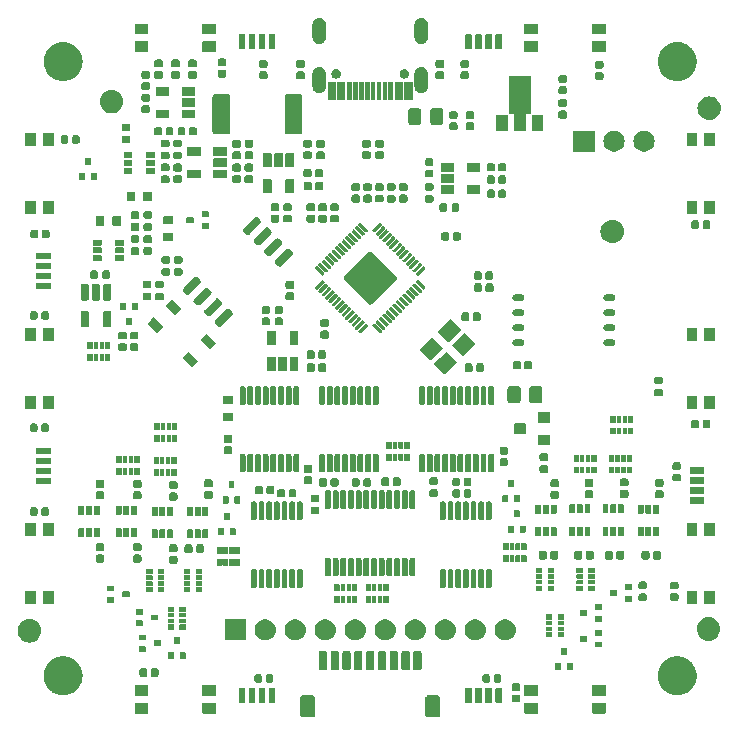
<source format=gts>
G04 #@! TF.GenerationSoftware,KiCad,Pcbnew,7.0.7*
G04 #@! TF.CreationDate,2023-11-26T14:09:21+01:00*
G04 #@! TF.ProjectId,BusPirate-5-rev10,42757350-6972-4617-9465-2d352d726576,rev?*
G04 #@! TF.SameCoordinates,Original*
G04 #@! TF.FileFunction,Soldermask,Top*
G04 #@! TF.FilePolarity,Negative*
%FSLAX46Y46*%
G04 Gerber Fmt 4.6, Leading zero omitted, Abs format (unit mm)*
G04 Created by KiCad (PCBNEW 7.0.7) date 2023-11-26 14:09:21*
%MOMM*%
%LPD*%
G01*
G04 APERTURE LIST*
G04 APERTURE END LIST*
G36*
X125018686Y-117752969D02*
G01*
X125022843Y-117754804D01*
X125027038Y-117755357D01*
X125079515Y-117779828D01*
X125119541Y-117797501D01*
X125121398Y-117799358D01*
X125121852Y-117799570D01*
X125195429Y-117873147D01*
X125195640Y-117873600D01*
X125197499Y-117875459D01*
X125215181Y-117915505D01*
X125239642Y-117967961D01*
X125240193Y-117972153D01*
X125242031Y-117976314D01*
X125249999Y-118045000D01*
X125249999Y-118046628D01*
X125250000Y-118046636D01*
X125250000Y-119257536D01*
X125250000Y-119345001D01*
X125242031Y-119413686D01*
X125240193Y-119417846D01*
X125239642Y-119422038D01*
X125215189Y-119474475D01*
X125197499Y-119514541D01*
X125195639Y-119516400D01*
X125195429Y-119516852D01*
X125121852Y-119590429D01*
X125121400Y-119590639D01*
X125119541Y-119592499D01*
X125079475Y-119610189D01*
X125027038Y-119634642D01*
X125022846Y-119635193D01*
X125018686Y-119637031D01*
X124950000Y-119644999D01*
X124948371Y-119644999D01*
X124948364Y-119645000D01*
X124251636Y-119645000D01*
X124251635Y-119644999D01*
X124249999Y-119645000D01*
X124181314Y-119637031D01*
X124177153Y-119635193D01*
X124172961Y-119634642D01*
X124120505Y-119610181D01*
X124080459Y-119592499D01*
X124078600Y-119590640D01*
X124078147Y-119590429D01*
X124004570Y-119516852D01*
X124004358Y-119516398D01*
X124002501Y-119514541D01*
X123984828Y-119474515D01*
X123960357Y-119422038D01*
X123959804Y-119417843D01*
X123957969Y-119413686D01*
X123950001Y-119345000D01*
X123950000Y-119343370D01*
X123950000Y-119343363D01*
X123950000Y-118046636D01*
X123950000Y-118046635D01*
X123950000Y-118044999D01*
X123957969Y-117976314D01*
X123959804Y-117972156D01*
X123960357Y-117967961D01*
X123984836Y-117915465D01*
X124002501Y-117875459D01*
X124004357Y-117873602D01*
X124004570Y-117873147D01*
X124078147Y-117799570D01*
X124078602Y-117799357D01*
X124080459Y-117797501D01*
X124120465Y-117779836D01*
X124172961Y-117755357D01*
X124177156Y-117754804D01*
X124181314Y-117752969D01*
X124250000Y-117745001D01*
X124251628Y-117745000D01*
X124251636Y-117745000D01*
X124948364Y-117745000D01*
X124950001Y-117745000D01*
X125018686Y-117752969D01*
G37*
G36*
X135618686Y-117752969D02*
G01*
X135622843Y-117754804D01*
X135627038Y-117755357D01*
X135679515Y-117779828D01*
X135719541Y-117797501D01*
X135721398Y-117799358D01*
X135721852Y-117799570D01*
X135795429Y-117873147D01*
X135795640Y-117873600D01*
X135797499Y-117875459D01*
X135815181Y-117915505D01*
X135839642Y-117967961D01*
X135840193Y-117972153D01*
X135842031Y-117976314D01*
X135849999Y-118045000D01*
X135849999Y-118046628D01*
X135850000Y-118046636D01*
X135850000Y-119257536D01*
X135850000Y-119345001D01*
X135842031Y-119413686D01*
X135840193Y-119417846D01*
X135839642Y-119422038D01*
X135815189Y-119474475D01*
X135797499Y-119514541D01*
X135795639Y-119516400D01*
X135795429Y-119516852D01*
X135721852Y-119590429D01*
X135721400Y-119590639D01*
X135719541Y-119592499D01*
X135679475Y-119610189D01*
X135627038Y-119634642D01*
X135622846Y-119635193D01*
X135618686Y-119637031D01*
X135550000Y-119644999D01*
X135548371Y-119644999D01*
X135548364Y-119645000D01*
X134851636Y-119645000D01*
X134851635Y-119644999D01*
X134849999Y-119645000D01*
X134781314Y-119637031D01*
X134777153Y-119635193D01*
X134772961Y-119634642D01*
X134720505Y-119610181D01*
X134680459Y-119592499D01*
X134678600Y-119590640D01*
X134678147Y-119590429D01*
X134604570Y-119516852D01*
X134604358Y-119516398D01*
X134602501Y-119514541D01*
X134584828Y-119474515D01*
X134560357Y-119422038D01*
X134559804Y-119417843D01*
X134557969Y-119413686D01*
X134550001Y-119345000D01*
X134550000Y-119343370D01*
X134550000Y-119343363D01*
X134550000Y-118046636D01*
X134550000Y-118046635D01*
X134550000Y-118044999D01*
X134557969Y-117976314D01*
X134559804Y-117972156D01*
X134560357Y-117967961D01*
X134584836Y-117915465D01*
X134602501Y-117875459D01*
X134604357Y-117873602D01*
X134604570Y-117873147D01*
X134678147Y-117799570D01*
X134678602Y-117799357D01*
X134680459Y-117797501D01*
X134720465Y-117779836D01*
X134772961Y-117755357D01*
X134777156Y-117754804D01*
X134781314Y-117752969D01*
X134850000Y-117745001D01*
X134851628Y-117745000D01*
X134851636Y-117745000D01*
X135548364Y-117745000D01*
X135550001Y-117745000D01*
X135618686Y-117752969D01*
G37*
G36*
X111069134Y-118393806D02*
G01*
X111085355Y-118404645D01*
X111096194Y-118420866D01*
X111100000Y-118440000D01*
X111100000Y-119260000D01*
X111096194Y-119279134D01*
X111085355Y-119295355D01*
X111069134Y-119306194D01*
X111050000Y-119310000D01*
X110000000Y-119310000D01*
X109980866Y-119306194D01*
X109964645Y-119295355D01*
X109953806Y-119279134D01*
X109950000Y-119260000D01*
X109950000Y-118440000D01*
X109953806Y-118420866D01*
X109964645Y-118404645D01*
X109980866Y-118393806D01*
X110000000Y-118390000D01*
X111050000Y-118390000D01*
X111069134Y-118393806D01*
G37*
G36*
X116819134Y-118393806D02*
G01*
X116835355Y-118404645D01*
X116846194Y-118420866D01*
X116850000Y-118440000D01*
X116850000Y-119260000D01*
X116846194Y-119279134D01*
X116835355Y-119295355D01*
X116819134Y-119306194D01*
X116800000Y-119310000D01*
X115750000Y-119310000D01*
X115730866Y-119306194D01*
X115714645Y-119295355D01*
X115703806Y-119279134D01*
X115700000Y-119260000D01*
X115700000Y-118440000D01*
X115703806Y-118420866D01*
X115714645Y-118404645D01*
X115730866Y-118393806D01*
X115750000Y-118390000D01*
X116800000Y-118390000D01*
X116819134Y-118393806D01*
G37*
G36*
X144069134Y-118393806D02*
G01*
X144085355Y-118404645D01*
X144096194Y-118420866D01*
X144100000Y-118440000D01*
X144100000Y-119260000D01*
X144096194Y-119279134D01*
X144085355Y-119295355D01*
X144069134Y-119306194D01*
X144050000Y-119310000D01*
X143000000Y-119310000D01*
X142980866Y-119306194D01*
X142964645Y-119295355D01*
X142953806Y-119279134D01*
X142950000Y-119260000D01*
X142950000Y-118440000D01*
X142953806Y-118420866D01*
X142964645Y-118404645D01*
X142980866Y-118393806D01*
X143000000Y-118390000D01*
X144050000Y-118390000D01*
X144069134Y-118393806D01*
G37*
G36*
X149819134Y-118393806D02*
G01*
X149835355Y-118404645D01*
X149846194Y-118420866D01*
X149850000Y-118440000D01*
X149850000Y-119260000D01*
X149846194Y-119279134D01*
X149835355Y-119295355D01*
X149819134Y-119306194D01*
X149800000Y-119310000D01*
X148750000Y-119310000D01*
X148730866Y-119306194D01*
X148714645Y-119295355D01*
X148703806Y-119279134D01*
X148700000Y-119260000D01*
X148700000Y-118440000D01*
X148703806Y-118420866D01*
X148714645Y-118404645D01*
X148730866Y-118393806D01*
X148750000Y-118390000D01*
X149800000Y-118390000D01*
X149819134Y-118393806D01*
G37*
G36*
X119259134Y-117153806D02*
G01*
X119275355Y-117164645D01*
X119286194Y-117180866D01*
X119290000Y-117200000D01*
X119290000Y-118350000D01*
X119286194Y-118369134D01*
X119275355Y-118385355D01*
X119259134Y-118396194D01*
X119240000Y-118400000D01*
X119237536Y-118400000D01*
X118812464Y-118400000D01*
X118810000Y-118400000D01*
X118790866Y-118396194D01*
X118774645Y-118385355D01*
X118763806Y-118369134D01*
X118760000Y-118350000D01*
X118760000Y-117200000D01*
X118763806Y-117180866D01*
X118774645Y-117164645D01*
X118790866Y-117153806D01*
X118810000Y-117150000D01*
X119240000Y-117150000D01*
X119259134Y-117153806D01*
G37*
G36*
X120109134Y-117153806D02*
G01*
X120125355Y-117164645D01*
X120136194Y-117180866D01*
X120140000Y-117200000D01*
X120140000Y-118350000D01*
X120136194Y-118369134D01*
X120125355Y-118385355D01*
X120109134Y-118396194D01*
X120090000Y-118400000D01*
X119660000Y-118400000D01*
X119640866Y-118396194D01*
X119624645Y-118385355D01*
X119613806Y-118369134D01*
X119610000Y-118350000D01*
X119610000Y-117200000D01*
X119613806Y-117180866D01*
X119624645Y-117164645D01*
X119640866Y-117153806D01*
X119660000Y-117150000D01*
X120090000Y-117150000D01*
X120109134Y-117153806D01*
G37*
G36*
X120959134Y-117153806D02*
G01*
X120975355Y-117164645D01*
X120986194Y-117180866D01*
X120990000Y-117200000D01*
X120990000Y-118350000D01*
X120986194Y-118369134D01*
X120975355Y-118385355D01*
X120959134Y-118396194D01*
X120940000Y-118400000D01*
X120510000Y-118400000D01*
X120490866Y-118396194D01*
X120474645Y-118385355D01*
X120463806Y-118369134D01*
X120460000Y-118350000D01*
X120460000Y-117200000D01*
X120463806Y-117180866D01*
X120474645Y-117164645D01*
X120490866Y-117153806D01*
X120510000Y-117150000D01*
X120940000Y-117150000D01*
X120959134Y-117153806D01*
G37*
G36*
X121809134Y-117153806D02*
G01*
X121825355Y-117164645D01*
X121836194Y-117180866D01*
X121840000Y-117200000D01*
X121840000Y-118350000D01*
X121836194Y-118369134D01*
X121825355Y-118385355D01*
X121809134Y-118396194D01*
X121790000Y-118400000D01*
X121787536Y-118400000D01*
X121362464Y-118400000D01*
X121360000Y-118400000D01*
X121340866Y-118396194D01*
X121324645Y-118385355D01*
X121313806Y-118369134D01*
X121310000Y-118350000D01*
X121310000Y-117200000D01*
X121313806Y-117180866D01*
X121324645Y-117164645D01*
X121340866Y-117153806D01*
X121360000Y-117150000D01*
X121790000Y-117150000D01*
X121809134Y-117153806D01*
G37*
G36*
X138459134Y-117153806D02*
G01*
X138475355Y-117164645D01*
X138486194Y-117180866D01*
X138490000Y-117200000D01*
X138490000Y-118350000D01*
X138486194Y-118369134D01*
X138475355Y-118385355D01*
X138459134Y-118396194D01*
X138440000Y-118400000D01*
X138437536Y-118400000D01*
X138012464Y-118400000D01*
X138010000Y-118400000D01*
X137990866Y-118396194D01*
X137974645Y-118385355D01*
X137963806Y-118369134D01*
X137960000Y-118350000D01*
X137960000Y-117200000D01*
X137963806Y-117180866D01*
X137974645Y-117164645D01*
X137990866Y-117153806D01*
X138010000Y-117150000D01*
X138440000Y-117150000D01*
X138459134Y-117153806D01*
G37*
G36*
X139309134Y-117153806D02*
G01*
X139325355Y-117164645D01*
X139336194Y-117180866D01*
X139340000Y-117200000D01*
X139340000Y-118350000D01*
X139336194Y-118369134D01*
X139325355Y-118385355D01*
X139309134Y-118396194D01*
X139290000Y-118400000D01*
X138860000Y-118400000D01*
X138840866Y-118396194D01*
X138824645Y-118385355D01*
X138813806Y-118369134D01*
X138810000Y-118350000D01*
X138810000Y-117200000D01*
X138813806Y-117180866D01*
X138824645Y-117164645D01*
X138840866Y-117153806D01*
X138860000Y-117150000D01*
X139290000Y-117150000D01*
X139309134Y-117153806D01*
G37*
G36*
X140159134Y-117153806D02*
G01*
X140175355Y-117164645D01*
X140186194Y-117180866D01*
X140190000Y-117200000D01*
X140190000Y-118350000D01*
X140186194Y-118369134D01*
X140175355Y-118385355D01*
X140159134Y-118396194D01*
X140140000Y-118400000D01*
X139710000Y-118400000D01*
X139690866Y-118396194D01*
X139674645Y-118385355D01*
X139663806Y-118369134D01*
X139660000Y-118350000D01*
X139660000Y-117200000D01*
X139663806Y-117180866D01*
X139674645Y-117164645D01*
X139690866Y-117153806D01*
X139710000Y-117150000D01*
X140140000Y-117150000D01*
X140159134Y-117153806D01*
G37*
G36*
X141009134Y-117153806D02*
G01*
X141025355Y-117164645D01*
X141036194Y-117180866D01*
X141040000Y-117200000D01*
X141040000Y-118350000D01*
X141036194Y-118369134D01*
X141025355Y-118385355D01*
X141009134Y-118396194D01*
X140990000Y-118400000D01*
X140987536Y-118400000D01*
X140562464Y-118400000D01*
X140560000Y-118400000D01*
X140540866Y-118396194D01*
X140524645Y-118385355D01*
X140513806Y-118369134D01*
X140510000Y-118350000D01*
X140510000Y-117200000D01*
X140513806Y-117180866D01*
X140524645Y-117164645D01*
X140540866Y-117153806D01*
X140560000Y-117150000D01*
X140990000Y-117150000D01*
X141009134Y-117153806D01*
G37*
G36*
X142490671Y-117714604D02*
G01*
X142552311Y-117755791D01*
X142593498Y-117817431D01*
X142607961Y-117890141D01*
X142607961Y-118170141D01*
X142593498Y-118242851D01*
X142552311Y-118304491D01*
X142490671Y-118345678D01*
X142417961Y-118360141D01*
X142077961Y-118360141D01*
X142005251Y-118345678D01*
X141943611Y-118304491D01*
X141902424Y-118242851D01*
X141887961Y-118170141D01*
X141887961Y-117890141D01*
X141902424Y-117817431D01*
X141943611Y-117755791D01*
X142005251Y-117714604D01*
X142077961Y-117700141D01*
X142417961Y-117700141D01*
X142490671Y-117714604D01*
G37*
G36*
X111069134Y-116893806D02*
G01*
X111085355Y-116904645D01*
X111096194Y-116920866D01*
X111100000Y-116940000D01*
X111100000Y-117760000D01*
X111096194Y-117779134D01*
X111085355Y-117795355D01*
X111069134Y-117806194D01*
X111050000Y-117810000D01*
X110000000Y-117810000D01*
X109980866Y-117806194D01*
X109964645Y-117795355D01*
X109953806Y-117779134D01*
X109950000Y-117760000D01*
X109950000Y-116940000D01*
X109953806Y-116920866D01*
X109964645Y-116904645D01*
X109980866Y-116893806D01*
X110000000Y-116890000D01*
X111050000Y-116890000D01*
X111069134Y-116893806D01*
G37*
G36*
X116819134Y-116893806D02*
G01*
X116835355Y-116904645D01*
X116846194Y-116920866D01*
X116850000Y-116940000D01*
X116850000Y-117760000D01*
X116846194Y-117779134D01*
X116835355Y-117795355D01*
X116819134Y-117806194D01*
X116800000Y-117810000D01*
X115750000Y-117810000D01*
X115730866Y-117806194D01*
X115714645Y-117795355D01*
X115703806Y-117779134D01*
X115700000Y-117760000D01*
X115700000Y-116940000D01*
X115703806Y-116920866D01*
X115714645Y-116904645D01*
X115730866Y-116893806D01*
X115750000Y-116890000D01*
X116800000Y-116890000D01*
X116819134Y-116893806D01*
G37*
G36*
X144069134Y-116893806D02*
G01*
X144085355Y-116904645D01*
X144096194Y-116920866D01*
X144100000Y-116940000D01*
X144100000Y-117760000D01*
X144096194Y-117779134D01*
X144085355Y-117795355D01*
X144069134Y-117806194D01*
X144050000Y-117810000D01*
X143000000Y-117810000D01*
X142980866Y-117806194D01*
X142964645Y-117795355D01*
X142953806Y-117779134D01*
X142950000Y-117760000D01*
X142950000Y-116940000D01*
X142953806Y-116920866D01*
X142964645Y-116904645D01*
X142980866Y-116893806D01*
X143000000Y-116890000D01*
X144050000Y-116890000D01*
X144069134Y-116893806D01*
G37*
G36*
X149819134Y-116893806D02*
G01*
X149835355Y-116904645D01*
X149846194Y-116920866D01*
X149850000Y-116940000D01*
X149850000Y-117760000D01*
X149846194Y-117779134D01*
X149835355Y-117795355D01*
X149819134Y-117806194D01*
X149800000Y-117810000D01*
X148750000Y-117810000D01*
X148730866Y-117806194D01*
X148714645Y-117795355D01*
X148703806Y-117779134D01*
X148700000Y-117760000D01*
X148700000Y-116940000D01*
X148703806Y-116920866D01*
X148714645Y-116904645D01*
X148730866Y-116893806D01*
X148750000Y-116890000D01*
X149800000Y-116890000D01*
X149819134Y-116893806D01*
G37*
G36*
X103959517Y-114454684D02*
G01*
X104023298Y-114454684D01*
X104092991Y-114465188D01*
X104158117Y-114470314D01*
X104210610Y-114482916D01*
X104267146Y-114491438D01*
X104341031Y-114514228D01*
X104409878Y-114530757D01*
X104454386Y-114549193D01*
X104502786Y-114564122D01*
X104578773Y-114600715D01*
X104649084Y-114629839D01*
X104685176Y-114651956D01*
X104724966Y-114671118D01*
X104800650Y-114722719D01*
X104869846Y-114765122D01*
X104897553Y-114788786D01*
X104928709Y-114810028D01*
X105001462Y-114877533D01*
X105066726Y-114933274D01*
X105086543Y-114956477D01*
X105109485Y-114977764D01*
X105176549Y-115061859D01*
X105234878Y-115130154D01*
X105247707Y-115151089D01*
X105263236Y-115170562D01*
X105321806Y-115272008D01*
X105370161Y-115350916D01*
X105377262Y-115368060D01*
X105386535Y-115384121D01*
X105433830Y-115504627D01*
X105469243Y-115590122D01*
X105472171Y-115602320D01*
X105476628Y-115613675D01*
X105509993Y-115759857D01*
X105529686Y-115841883D01*
X105530196Y-115848375D01*
X105531501Y-115854089D01*
X105548534Y-116081378D01*
X105550000Y-116100000D01*
X105548534Y-116118623D01*
X105531501Y-116345910D01*
X105530197Y-116351622D01*
X105529686Y-116358117D01*
X105509988Y-116440161D01*
X105476628Y-116586324D01*
X105472172Y-116597677D01*
X105469243Y-116609878D01*
X105433822Y-116695390D01*
X105386535Y-116815878D01*
X105377264Y-116831935D01*
X105370161Y-116849084D01*
X105321796Y-116928007D01*
X105263236Y-117029437D01*
X105247710Y-117048905D01*
X105234878Y-117069846D01*
X105176537Y-117138154D01*
X105109485Y-117222235D01*
X105086548Y-117243517D01*
X105066726Y-117266726D01*
X105001448Y-117322478D01*
X104928709Y-117389971D01*
X104897559Y-117411208D01*
X104869846Y-117434878D01*
X104800636Y-117477289D01*
X104724966Y-117528881D01*
X104685183Y-117548039D01*
X104649084Y-117570161D01*
X104578758Y-117599290D01*
X104502786Y-117635877D01*
X104454396Y-117650802D01*
X104409878Y-117669243D01*
X104341017Y-117685775D01*
X104267146Y-117708561D01*
X104210619Y-117717081D01*
X104158117Y-117729686D01*
X104092987Y-117734811D01*
X104023298Y-117745316D01*
X103959517Y-117745316D01*
X103900000Y-117750000D01*
X103840483Y-117745316D01*
X103776702Y-117745316D01*
X103707011Y-117734811D01*
X103641883Y-117729686D01*
X103589382Y-117717081D01*
X103532853Y-117708561D01*
X103458978Y-117685774D01*
X103390122Y-117669243D01*
X103345606Y-117650804D01*
X103297213Y-117635877D01*
X103221236Y-117599288D01*
X103150916Y-117570161D01*
X103114816Y-117548039D01*
X103075034Y-117528881D01*
X102999365Y-117477290D01*
X102930154Y-117434878D01*
X102902439Y-117411207D01*
X102871290Y-117389970D01*
X102798546Y-117322474D01*
X102733274Y-117266726D01*
X102713455Y-117243521D01*
X102690514Y-117222235D01*
X102623447Y-117138136D01*
X102565122Y-117069846D01*
X102552293Y-117048911D01*
X102536763Y-117029437D01*
X102478186Y-116927979D01*
X102429839Y-116849084D01*
X102422738Y-116831941D01*
X102413464Y-116815878D01*
X102366158Y-116695344D01*
X102330757Y-116609878D01*
X102327829Y-116597683D01*
X102323371Y-116586324D01*
X102289991Y-116440077D01*
X102270314Y-116358117D01*
X102269803Y-116351629D01*
X102268498Y-116345910D01*
X102251446Y-116118375D01*
X102250000Y-116100000D01*
X102251443Y-116081662D01*
X102268498Y-115854089D01*
X102269803Y-115848369D01*
X102270314Y-115841883D01*
X102289986Y-115759941D01*
X102323371Y-115613675D01*
X102327830Y-115602313D01*
X102330757Y-115590122D01*
X102366150Y-115504673D01*
X102413464Y-115384121D01*
X102422739Y-115368054D01*
X102429839Y-115350916D01*
X102478176Y-115272036D01*
X102536763Y-115170562D01*
X102552295Y-115151084D01*
X102565122Y-115130154D01*
X102623435Y-115061877D01*
X102690514Y-114977764D01*
X102713459Y-114956473D01*
X102733274Y-114933274D01*
X102798533Y-114877536D01*
X102871290Y-114810029D01*
X102902445Y-114788787D01*
X102930154Y-114765122D01*
X102999350Y-114722718D01*
X103075034Y-114671118D01*
X103114824Y-114651955D01*
X103150916Y-114629839D01*
X103221222Y-114600717D01*
X103297213Y-114564122D01*
X103345615Y-114549191D01*
X103390122Y-114530757D01*
X103458963Y-114514229D01*
X103532853Y-114491438D01*
X103589390Y-114482916D01*
X103641883Y-114470314D01*
X103707007Y-114465188D01*
X103776702Y-114454684D01*
X103840483Y-114454684D01*
X103900000Y-114450000D01*
X103959517Y-114454684D01*
G37*
G36*
X155959517Y-114454684D02*
G01*
X156023298Y-114454684D01*
X156092991Y-114465188D01*
X156158117Y-114470314D01*
X156210610Y-114482916D01*
X156267146Y-114491438D01*
X156341031Y-114514228D01*
X156409878Y-114530757D01*
X156454386Y-114549193D01*
X156502786Y-114564122D01*
X156578773Y-114600715D01*
X156649084Y-114629839D01*
X156685176Y-114651956D01*
X156724966Y-114671118D01*
X156800650Y-114722719D01*
X156869846Y-114765122D01*
X156897553Y-114788786D01*
X156928709Y-114810028D01*
X157001462Y-114877533D01*
X157066726Y-114933274D01*
X157086543Y-114956477D01*
X157109485Y-114977764D01*
X157176549Y-115061859D01*
X157234878Y-115130154D01*
X157247707Y-115151089D01*
X157263236Y-115170562D01*
X157321806Y-115272008D01*
X157370161Y-115350916D01*
X157377262Y-115368060D01*
X157386535Y-115384121D01*
X157433830Y-115504627D01*
X157469243Y-115590122D01*
X157472171Y-115602320D01*
X157476628Y-115613675D01*
X157509993Y-115759857D01*
X157529686Y-115841883D01*
X157530196Y-115848375D01*
X157531501Y-115854089D01*
X157548535Y-116081396D01*
X157550000Y-116100000D01*
X157548532Y-116118641D01*
X157531501Y-116345910D01*
X157530197Y-116351622D01*
X157529686Y-116358117D01*
X157509988Y-116440161D01*
X157476628Y-116586324D01*
X157472172Y-116597677D01*
X157469243Y-116609878D01*
X157433822Y-116695390D01*
X157386535Y-116815878D01*
X157377264Y-116831935D01*
X157370161Y-116849084D01*
X157321796Y-116928007D01*
X157263236Y-117029437D01*
X157247710Y-117048905D01*
X157234878Y-117069846D01*
X157176537Y-117138154D01*
X157109485Y-117222235D01*
X157086548Y-117243517D01*
X157066726Y-117266726D01*
X157001448Y-117322478D01*
X156928709Y-117389971D01*
X156897559Y-117411208D01*
X156869846Y-117434878D01*
X156800636Y-117477289D01*
X156724966Y-117528881D01*
X156685183Y-117548039D01*
X156649084Y-117570161D01*
X156578758Y-117599290D01*
X156502786Y-117635877D01*
X156454396Y-117650802D01*
X156409878Y-117669243D01*
X156341017Y-117685775D01*
X156267146Y-117708561D01*
X156210619Y-117717081D01*
X156158117Y-117729686D01*
X156092987Y-117734811D01*
X156023298Y-117745316D01*
X155959517Y-117745316D01*
X155900000Y-117750000D01*
X155840483Y-117745316D01*
X155776702Y-117745316D01*
X155707011Y-117734811D01*
X155641883Y-117729686D01*
X155589382Y-117717081D01*
X155532853Y-117708561D01*
X155458978Y-117685774D01*
X155390122Y-117669243D01*
X155345606Y-117650804D01*
X155297213Y-117635877D01*
X155221236Y-117599288D01*
X155150916Y-117570161D01*
X155114816Y-117548039D01*
X155075034Y-117528881D01*
X154999365Y-117477290D01*
X154930154Y-117434878D01*
X154902439Y-117411207D01*
X154871290Y-117389970D01*
X154798546Y-117322474D01*
X154733274Y-117266726D01*
X154713455Y-117243521D01*
X154690514Y-117222235D01*
X154623447Y-117138136D01*
X154565122Y-117069846D01*
X154552293Y-117048911D01*
X154536763Y-117029437D01*
X154478186Y-116927979D01*
X154429839Y-116849084D01*
X154422738Y-116831941D01*
X154413464Y-116815878D01*
X154366158Y-116695344D01*
X154330757Y-116609878D01*
X154327829Y-116597683D01*
X154323371Y-116586324D01*
X154289991Y-116440077D01*
X154270314Y-116358117D01*
X154269803Y-116351629D01*
X154268498Y-116345910D01*
X154251444Y-116118357D01*
X154250000Y-116100000D01*
X154251444Y-116081644D01*
X154268498Y-115854089D01*
X154269803Y-115848369D01*
X154270314Y-115841883D01*
X154289986Y-115759941D01*
X154323371Y-115613675D01*
X154327830Y-115602313D01*
X154330757Y-115590122D01*
X154366150Y-115504673D01*
X154413464Y-115384121D01*
X154422739Y-115368054D01*
X154429839Y-115350916D01*
X154478176Y-115272036D01*
X154536763Y-115170562D01*
X154552295Y-115151084D01*
X154565122Y-115130154D01*
X154623435Y-115061877D01*
X154690514Y-114977764D01*
X154713459Y-114956473D01*
X154733274Y-114933274D01*
X154798533Y-114877536D01*
X154871290Y-114810029D01*
X154902445Y-114788787D01*
X154930154Y-114765122D01*
X154999350Y-114722718D01*
X155075034Y-114671118D01*
X155114824Y-114651955D01*
X155150916Y-114629839D01*
X155221222Y-114600717D01*
X155297213Y-114564122D01*
X155345615Y-114549191D01*
X155390122Y-114530757D01*
X155458963Y-114514229D01*
X155532853Y-114491438D01*
X155589390Y-114482916D01*
X155641883Y-114470314D01*
X155707007Y-114465188D01*
X155776702Y-114454684D01*
X155840483Y-114454684D01*
X155900000Y-114450000D01*
X155959517Y-114454684D01*
G37*
G36*
X142490671Y-116754604D02*
G01*
X142552311Y-116795791D01*
X142593498Y-116857431D01*
X142607961Y-116930141D01*
X142607961Y-117210141D01*
X142593498Y-117282851D01*
X142552311Y-117344491D01*
X142490671Y-117385678D01*
X142417961Y-117400141D01*
X142077961Y-117400141D01*
X142005251Y-117385678D01*
X141943611Y-117344491D01*
X141902424Y-117282851D01*
X141887961Y-117210141D01*
X141887961Y-116930141D01*
X141902424Y-116857431D01*
X141943611Y-116795791D01*
X142005251Y-116754604D01*
X142077961Y-116740141D01*
X142417961Y-116740141D01*
X142490671Y-116754604D01*
G37*
G36*
X120636710Y-115986463D02*
G01*
X120698350Y-116027650D01*
X120739537Y-116089290D01*
X120754000Y-116162000D01*
X120754000Y-116502000D01*
X120739537Y-116574710D01*
X120698350Y-116636350D01*
X120636710Y-116677537D01*
X120564000Y-116692000D01*
X120284000Y-116692000D01*
X120211290Y-116677537D01*
X120149650Y-116636350D01*
X120108463Y-116574710D01*
X120094000Y-116502000D01*
X120094000Y-116162000D01*
X120108463Y-116089290D01*
X120149650Y-116027650D01*
X120211290Y-115986463D01*
X120284000Y-115972000D01*
X120564000Y-115972000D01*
X120636710Y-115986463D01*
G37*
G36*
X121596710Y-115986463D02*
G01*
X121658350Y-116027650D01*
X121699537Y-116089290D01*
X121714000Y-116162000D01*
X121714000Y-116502000D01*
X121699537Y-116574710D01*
X121658350Y-116636350D01*
X121596710Y-116677537D01*
X121524000Y-116692000D01*
X121244000Y-116692000D01*
X121171290Y-116677537D01*
X121109650Y-116636350D01*
X121068463Y-116574710D01*
X121054000Y-116502000D01*
X121054000Y-116162000D01*
X121068463Y-116089290D01*
X121109650Y-116027650D01*
X121171290Y-115986463D01*
X121244000Y-115972000D01*
X121524000Y-115972000D01*
X121596710Y-115986463D01*
G37*
G36*
X139940710Y-115986463D02*
G01*
X140002350Y-116027650D01*
X140043537Y-116089290D01*
X140058000Y-116162000D01*
X140058000Y-116502000D01*
X140043537Y-116574710D01*
X140002350Y-116636350D01*
X139940710Y-116677537D01*
X139868000Y-116692000D01*
X139588000Y-116692000D01*
X139515290Y-116677537D01*
X139453650Y-116636350D01*
X139412463Y-116574710D01*
X139398000Y-116502000D01*
X139398000Y-116162000D01*
X139412463Y-116089290D01*
X139453650Y-116027650D01*
X139515290Y-115986463D01*
X139588000Y-115972000D01*
X139868000Y-115972000D01*
X139940710Y-115986463D01*
G37*
G36*
X140900710Y-115986463D02*
G01*
X140962350Y-116027650D01*
X141003537Y-116089290D01*
X141018000Y-116162000D01*
X141018000Y-116502000D01*
X141003537Y-116574710D01*
X140962350Y-116636350D01*
X140900710Y-116677537D01*
X140828000Y-116692000D01*
X140548000Y-116692000D01*
X140475290Y-116677537D01*
X140413650Y-116636350D01*
X140372463Y-116574710D01*
X140358000Y-116502000D01*
X140358000Y-116162000D01*
X140372463Y-116089290D01*
X140413650Y-116027650D01*
X140475290Y-115986463D01*
X140548000Y-115972000D01*
X140828000Y-115972000D01*
X140900710Y-115986463D01*
G37*
G36*
X110912204Y-115486035D02*
G01*
X110973844Y-115527222D01*
X111015031Y-115588862D01*
X111029494Y-115661572D01*
X111029494Y-116001572D01*
X111015031Y-116074282D01*
X110973844Y-116135922D01*
X110912204Y-116177109D01*
X110839494Y-116191572D01*
X110559494Y-116191572D01*
X110486784Y-116177109D01*
X110425144Y-116135922D01*
X110383957Y-116074282D01*
X110369494Y-116001572D01*
X110369494Y-115661572D01*
X110383957Y-115588862D01*
X110425144Y-115527222D01*
X110486784Y-115486035D01*
X110559494Y-115471572D01*
X110839494Y-115471572D01*
X110912204Y-115486035D01*
G37*
G36*
X111872204Y-115486035D02*
G01*
X111933844Y-115527222D01*
X111975031Y-115588862D01*
X111989494Y-115661572D01*
X111989494Y-116001572D01*
X111975031Y-116074282D01*
X111933844Y-116135922D01*
X111872204Y-116177109D01*
X111799494Y-116191572D01*
X111519494Y-116191572D01*
X111446784Y-116177109D01*
X111385144Y-116135922D01*
X111343957Y-116074282D01*
X111329494Y-116001572D01*
X111329494Y-115661572D01*
X111343957Y-115588862D01*
X111385144Y-115527222D01*
X111446784Y-115486035D01*
X111519494Y-115471572D01*
X111799494Y-115471572D01*
X111872204Y-115486035D01*
G37*
G36*
X126126537Y-114010224D02*
G01*
X126191421Y-114053579D01*
X126234776Y-114118463D01*
X126250000Y-114195000D01*
X126250000Y-115445000D01*
X126234776Y-115521537D01*
X126191421Y-115586421D01*
X126126537Y-115629776D01*
X126050000Y-115645000D01*
X125750000Y-115645000D01*
X125673463Y-115629776D01*
X125608579Y-115586421D01*
X125565224Y-115521537D01*
X125550000Y-115445000D01*
X125550000Y-114195000D01*
X125565224Y-114118463D01*
X125608579Y-114053579D01*
X125673463Y-114010224D01*
X125750000Y-113995000D01*
X126050000Y-113995000D01*
X126126537Y-114010224D01*
G37*
G36*
X127126537Y-114010224D02*
G01*
X127191421Y-114053579D01*
X127234776Y-114118463D01*
X127250000Y-114195000D01*
X127250000Y-115445000D01*
X127234776Y-115521537D01*
X127191421Y-115586421D01*
X127126537Y-115629776D01*
X127050000Y-115645000D01*
X126750000Y-115645000D01*
X126673463Y-115629776D01*
X126608579Y-115586421D01*
X126565224Y-115521537D01*
X126550000Y-115445000D01*
X126550000Y-114195000D01*
X126565224Y-114118463D01*
X126608579Y-114053579D01*
X126673463Y-114010224D01*
X126750000Y-113995000D01*
X127050000Y-113995000D01*
X127126537Y-114010224D01*
G37*
G36*
X128126537Y-114010224D02*
G01*
X128191421Y-114053579D01*
X128234776Y-114118463D01*
X128250000Y-114195000D01*
X128250000Y-115445000D01*
X128234776Y-115521537D01*
X128191421Y-115586421D01*
X128126537Y-115629776D01*
X128050000Y-115645000D01*
X127750000Y-115645000D01*
X127673463Y-115629776D01*
X127608579Y-115586421D01*
X127565224Y-115521537D01*
X127550000Y-115445000D01*
X127550000Y-114195000D01*
X127565224Y-114118463D01*
X127608579Y-114053579D01*
X127673463Y-114010224D01*
X127750000Y-113995000D01*
X128050000Y-113995000D01*
X128126537Y-114010224D01*
G37*
G36*
X129126537Y-114010224D02*
G01*
X129191421Y-114053579D01*
X129234776Y-114118463D01*
X129250000Y-114195000D01*
X129250000Y-115445000D01*
X129234776Y-115521537D01*
X129191421Y-115586421D01*
X129126537Y-115629776D01*
X129050000Y-115645000D01*
X128750000Y-115645000D01*
X128673463Y-115629776D01*
X128608579Y-115586421D01*
X128565224Y-115521537D01*
X128550000Y-115445000D01*
X128550000Y-114195000D01*
X128565224Y-114118463D01*
X128608579Y-114053579D01*
X128673463Y-114010224D01*
X128750000Y-113995000D01*
X129050000Y-113995000D01*
X129126537Y-114010224D01*
G37*
G36*
X130126537Y-114010224D02*
G01*
X130191421Y-114053579D01*
X130234776Y-114118463D01*
X130250000Y-114195000D01*
X130250000Y-115445000D01*
X130234776Y-115521537D01*
X130191421Y-115586421D01*
X130126537Y-115629776D01*
X130050000Y-115645000D01*
X129750000Y-115645000D01*
X129673463Y-115629776D01*
X129608579Y-115586421D01*
X129565224Y-115521537D01*
X129550000Y-115445000D01*
X129550000Y-114195000D01*
X129565224Y-114118463D01*
X129608579Y-114053579D01*
X129673463Y-114010224D01*
X129750000Y-113995000D01*
X130050000Y-113995000D01*
X130126537Y-114010224D01*
G37*
G36*
X131126537Y-114010224D02*
G01*
X131191421Y-114053579D01*
X131234776Y-114118463D01*
X131250000Y-114195000D01*
X131250000Y-115445000D01*
X131234776Y-115521537D01*
X131191421Y-115586421D01*
X131126537Y-115629776D01*
X131050000Y-115645000D01*
X130750000Y-115645000D01*
X130673463Y-115629776D01*
X130608579Y-115586421D01*
X130565224Y-115521537D01*
X130550000Y-115445000D01*
X130550000Y-114195000D01*
X130565224Y-114118463D01*
X130608579Y-114053579D01*
X130673463Y-114010224D01*
X130750000Y-113995000D01*
X131050000Y-113995000D01*
X131126537Y-114010224D01*
G37*
G36*
X132126537Y-114010224D02*
G01*
X132191421Y-114053579D01*
X132234776Y-114118463D01*
X132250000Y-114195000D01*
X132250000Y-115445000D01*
X132234776Y-115521537D01*
X132191421Y-115586421D01*
X132126537Y-115629776D01*
X132050000Y-115645000D01*
X131750000Y-115645000D01*
X131673463Y-115629776D01*
X131608579Y-115586421D01*
X131565224Y-115521537D01*
X131550000Y-115445000D01*
X131550000Y-114195000D01*
X131565224Y-114118463D01*
X131608579Y-114053579D01*
X131673463Y-114010224D01*
X131750000Y-113995000D01*
X132050000Y-113995000D01*
X132126537Y-114010224D01*
G37*
G36*
X133126537Y-114010224D02*
G01*
X133191421Y-114053579D01*
X133234776Y-114118463D01*
X133250000Y-114195000D01*
X133250000Y-115445000D01*
X133234776Y-115521537D01*
X133191421Y-115586421D01*
X133126537Y-115629776D01*
X133050000Y-115645000D01*
X132750000Y-115645000D01*
X132673463Y-115629776D01*
X132608579Y-115586421D01*
X132565224Y-115521537D01*
X132550000Y-115445000D01*
X132550000Y-114195000D01*
X132565224Y-114118463D01*
X132608579Y-114053579D01*
X132673463Y-114010224D01*
X132750000Y-113995000D01*
X133050000Y-113995000D01*
X133126537Y-114010224D01*
G37*
G36*
X134126537Y-114010224D02*
G01*
X134191421Y-114053579D01*
X134234776Y-114118463D01*
X134250000Y-114195000D01*
X134250000Y-115445000D01*
X134234776Y-115521537D01*
X134191421Y-115586421D01*
X134126537Y-115629776D01*
X134050000Y-115645000D01*
X133750000Y-115645000D01*
X133673463Y-115629776D01*
X133608579Y-115586421D01*
X133565224Y-115521537D01*
X133550000Y-115445000D01*
X133550000Y-114195000D01*
X133565224Y-114118463D01*
X133608579Y-114053579D01*
X133673463Y-114010224D01*
X133750000Y-113995000D01*
X134050000Y-113995000D01*
X134126537Y-114010224D01*
G37*
G36*
X146031134Y-115014806D02*
G01*
X146047355Y-115025645D01*
X146058194Y-115041866D01*
X146062000Y-115061000D01*
X146062000Y-115571000D01*
X146058194Y-115590134D01*
X146047355Y-115606355D01*
X146031134Y-115617194D01*
X146012000Y-115621000D01*
X145612000Y-115621000D01*
X145592866Y-115617194D01*
X145576645Y-115606355D01*
X145565806Y-115590134D01*
X145562000Y-115571000D01*
X145562000Y-115061000D01*
X145565806Y-115041866D01*
X145576645Y-115025645D01*
X145592866Y-115014806D01*
X145612000Y-115011000D01*
X146012000Y-115011000D01*
X146031134Y-115014806D01*
G37*
G36*
X147031134Y-115014806D02*
G01*
X147047355Y-115025645D01*
X147058194Y-115041866D01*
X147062000Y-115061000D01*
X147062000Y-115571000D01*
X147058194Y-115590134D01*
X147047355Y-115606355D01*
X147031134Y-115617194D01*
X147012000Y-115621000D01*
X146612000Y-115621000D01*
X146592866Y-115617194D01*
X146576645Y-115606355D01*
X146565806Y-115590134D01*
X146562000Y-115571000D01*
X146562000Y-115061000D01*
X146565806Y-115041866D01*
X146576645Y-115025645D01*
X146592866Y-115014806D01*
X146612000Y-115011000D01*
X147012000Y-115011000D01*
X147031134Y-115014806D01*
G37*
G36*
X113244748Y-114127227D02*
G01*
X113260969Y-114138066D01*
X113271808Y-114154287D01*
X113275614Y-114173421D01*
X113275614Y-114683421D01*
X113271808Y-114702555D01*
X113260969Y-114718776D01*
X113244748Y-114729615D01*
X113225614Y-114733421D01*
X112825614Y-114733421D01*
X112806480Y-114729615D01*
X112790259Y-114718776D01*
X112779420Y-114702555D01*
X112775614Y-114683421D01*
X112775614Y-114173421D01*
X112779420Y-114154287D01*
X112790259Y-114138066D01*
X112806480Y-114127227D01*
X112825614Y-114123421D01*
X113225614Y-114123421D01*
X113244748Y-114127227D01*
G37*
G36*
X114244748Y-114127227D02*
G01*
X114260969Y-114138066D01*
X114271808Y-114154287D01*
X114275614Y-114173421D01*
X114275614Y-114683421D01*
X114271808Y-114702555D01*
X114260969Y-114718776D01*
X114244748Y-114729615D01*
X114225614Y-114733421D01*
X113825614Y-114733421D01*
X113806480Y-114729615D01*
X113790259Y-114718776D01*
X113779420Y-114702555D01*
X113775614Y-114683421D01*
X113775614Y-114173421D01*
X113779420Y-114154287D01*
X113790259Y-114138066D01*
X113806480Y-114127227D01*
X113825614Y-114123421D01*
X114225614Y-114123421D01*
X114244748Y-114127227D01*
G37*
G36*
X146531134Y-113724806D02*
G01*
X146547355Y-113735645D01*
X146558194Y-113751866D01*
X146562000Y-113771000D01*
X146562000Y-114281000D01*
X146558194Y-114300134D01*
X146547355Y-114316355D01*
X146531134Y-114327194D01*
X146512000Y-114331000D01*
X146112000Y-114331000D01*
X146092866Y-114327194D01*
X146076645Y-114316355D01*
X146065806Y-114300134D01*
X146062000Y-114281000D01*
X146062000Y-113771000D01*
X146065806Y-113751866D01*
X146076645Y-113735645D01*
X146092866Y-113724806D01*
X146112000Y-113721000D01*
X146512000Y-113721000D01*
X146531134Y-113724806D01*
G37*
G36*
X110879329Y-113627774D02*
G01*
X110895550Y-113638613D01*
X110906389Y-113654834D01*
X110910195Y-113673968D01*
X110910195Y-114073968D01*
X110906389Y-114093102D01*
X110895550Y-114109323D01*
X110879329Y-114120162D01*
X110860195Y-114123968D01*
X110350195Y-114123968D01*
X110331061Y-114120162D01*
X110314840Y-114109323D01*
X110304001Y-114093102D01*
X110300195Y-114073968D01*
X110300195Y-113673968D01*
X110304001Y-113654834D01*
X110314840Y-113638613D01*
X110331061Y-113627774D01*
X110350195Y-113623968D01*
X110860195Y-113623968D01*
X110879329Y-113627774D01*
G37*
G36*
X149500742Y-113219916D02*
G01*
X149516963Y-113230755D01*
X149527802Y-113246976D01*
X149531608Y-113266110D01*
X149531608Y-113666110D01*
X149527802Y-113685244D01*
X149516963Y-113701465D01*
X149500742Y-113712304D01*
X149481608Y-113716110D01*
X148971608Y-113716110D01*
X148952474Y-113712304D01*
X148936253Y-113701465D01*
X148925414Y-113685244D01*
X148921608Y-113666110D01*
X148921608Y-113266110D01*
X148925414Y-113246976D01*
X148936253Y-113230755D01*
X148952474Y-113219916D01*
X148971608Y-113216110D01*
X149481608Y-113216110D01*
X149500742Y-113219916D01*
G37*
G36*
X112169329Y-113127774D02*
G01*
X112185550Y-113138613D01*
X112196389Y-113154834D01*
X112200195Y-113173968D01*
X112200195Y-113573968D01*
X112196389Y-113593102D01*
X112185550Y-113609323D01*
X112169329Y-113620162D01*
X112150195Y-113623968D01*
X111640195Y-113623968D01*
X111621061Y-113620162D01*
X111604840Y-113609323D01*
X111594001Y-113593102D01*
X111590195Y-113573968D01*
X111590195Y-113173968D01*
X111594001Y-113154834D01*
X111604840Y-113138613D01*
X111621061Y-113127774D01*
X111640195Y-113123968D01*
X112150195Y-113123968D01*
X112169329Y-113127774D01*
G37*
G36*
X113744748Y-112837227D02*
G01*
X113760969Y-112848066D01*
X113771808Y-112864287D01*
X113775614Y-112883421D01*
X113775614Y-113393421D01*
X113771808Y-113412555D01*
X113760969Y-113428776D01*
X113744748Y-113439615D01*
X113725614Y-113443421D01*
X113325614Y-113443421D01*
X113306480Y-113439615D01*
X113290259Y-113428776D01*
X113279420Y-113412555D01*
X113275614Y-113393421D01*
X113275614Y-112883421D01*
X113279420Y-112864287D01*
X113290259Y-112848066D01*
X113306480Y-112837227D01*
X113325614Y-112833421D01*
X113725614Y-112833421D01*
X113744748Y-112837227D01*
G37*
G36*
X101245090Y-111319215D02*
G01*
X101432683Y-111376120D01*
X101605570Y-111468530D01*
X101757107Y-111592893D01*
X101881470Y-111744430D01*
X101973880Y-111917317D01*
X102030785Y-112104910D01*
X102050000Y-112300000D01*
X102030785Y-112495090D01*
X101973880Y-112682683D01*
X101881470Y-112855570D01*
X101757107Y-113007107D01*
X101605570Y-113131470D01*
X101432683Y-113223880D01*
X101245090Y-113280785D01*
X101050000Y-113300000D01*
X100854910Y-113280785D01*
X100667317Y-113223880D01*
X100494430Y-113131470D01*
X100342893Y-113007107D01*
X100218530Y-112855570D01*
X100126120Y-112682683D01*
X100069215Y-112495090D01*
X100050000Y-112300000D01*
X100069215Y-112104910D01*
X100126120Y-111917317D01*
X100218530Y-111744430D01*
X100342893Y-111592893D01*
X100494430Y-111468530D01*
X100667317Y-111376120D01*
X100854910Y-111319215D01*
X101050000Y-111300000D01*
X101245090Y-111319215D01*
G37*
G36*
X148210742Y-112719916D02*
G01*
X148226963Y-112730755D01*
X148237802Y-112746976D01*
X148241608Y-112766110D01*
X148241608Y-113166110D01*
X148237802Y-113185244D01*
X148226963Y-113201465D01*
X148210742Y-113212304D01*
X148191608Y-113216110D01*
X147681608Y-113216110D01*
X147662474Y-113212304D01*
X147646253Y-113201465D01*
X147635414Y-113185244D01*
X147631608Y-113166110D01*
X147631608Y-112766110D01*
X147635414Y-112746976D01*
X147646253Y-112730755D01*
X147662474Y-112719916D01*
X147681608Y-112716110D01*
X148191608Y-112716110D01*
X148210742Y-112719916D01*
G37*
G36*
X158745090Y-111169215D02*
G01*
X158932683Y-111226120D01*
X159105570Y-111318530D01*
X159257107Y-111442893D01*
X159381470Y-111594430D01*
X159473880Y-111767317D01*
X159530785Y-111954910D01*
X159550000Y-112150000D01*
X159530785Y-112345090D01*
X159473880Y-112532683D01*
X159381470Y-112705570D01*
X159257107Y-112857107D01*
X159105570Y-112981470D01*
X158932683Y-113073880D01*
X158745090Y-113130785D01*
X158550000Y-113150000D01*
X158354910Y-113130785D01*
X158167317Y-113073880D01*
X157994430Y-112981470D01*
X157842893Y-112857107D01*
X157718530Y-112705570D01*
X157626120Y-112532683D01*
X157569215Y-112345090D01*
X157550000Y-112150000D01*
X157569215Y-111954910D01*
X157626120Y-111767317D01*
X157718530Y-111594430D01*
X157842893Y-111442893D01*
X157994430Y-111318530D01*
X158167317Y-111226120D01*
X158354910Y-111169215D01*
X158550000Y-111150000D01*
X158745090Y-111169215D01*
G37*
G36*
X110879329Y-112627774D02*
G01*
X110895550Y-112638613D01*
X110906389Y-112654834D01*
X110910195Y-112673968D01*
X110910195Y-113073968D01*
X110906389Y-113093102D01*
X110895550Y-113109323D01*
X110879329Y-113120162D01*
X110860195Y-113123968D01*
X110350195Y-113123968D01*
X110331061Y-113120162D01*
X110314840Y-113109323D01*
X110304001Y-113093102D01*
X110300195Y-113073968D01*
X110300195Y-112673968D01*
X110304001Y-112654834D01*
X110314840Y-112638613D01*
X110331061Y-112627774D01*
X110350195Y-112623968D01*
X110860195Y-112623968D01*
X110879329Y-112627774D01*
G37*
G36*
X119339134Y-111323806D02*
G01*
X119355355Y-111334645D01*
X119366194Y-111350866D01*
X119370000Y-111370000D01*
X119370000Y-113070000D01*
X119366194Y-113089134D01*
X119355355Y-113105355D01*
X119339134Y-113116194D01*
X119320000Y-113120000D01*
X117620000Y-113120000D01*
X117600866Y-113116194D01*
X117584645Y-113105355D01*
X117573806Y-113089134D01*
X117570000Y-113070000D01*
X117570000Y-111370000D01*
X117573806Y-111350866D01*
X117584645Y-111334645D01*
X117600866Y-111323806D01*
X117620000Y-111320000D01*
X119320000Y-111320000D01*
X119339134Y-111323806D01*
G37*
G36*
X121288115Y-111364049D02*
G01*
X121460000Y-111440577D01*
X121612218Y-111551170D01*
X121738115Y-111690993D01*
X121832191Y-111853937D01*
X121890333Y-112032879D01*
X121910000Y-112220000D01*
X121890333Y-112407121D01*
X121832191Y-112586063D01*
X121738115Y-112749007D01*
X121612218Y-112888830D01*
X121460000Y-112999423D01*
X121288115Y-113075951D01*
X121104076Y-113115070D01*
X120915924Y-113115070D01*
X120731885Y-113075951D01*
X120560000Y-112999423D01*
X120407782Y-112888830D01*
X120281885Y-112749007D01*
X120187809Y-112586063D01*
X120129667Y-112407121D01*
X120110000Y-112220000D01*
X120129667Y-112032879D01*
X120187809Y-111853937D01*
X120281885Y-111690993D01*
X120407782Y-111551170D01*
X120560000Y-111440577D01*
X120731885Y-111364049D01*
X120915924Y-111324930D01*
X121104076Y-111324930D01*
X121288115Y-111364049D01*
G37*
G36*
X123828115Y-111364049D02*
G01*
X124000000Y-111440577D01*
X124152218Y-111551170D01*
X124278115Y-111690993D01*
X124372191Y-111853937D01*
X124430333Y-112032879D01*
X124450000Y-112220000D01*
X124430333Y-112407121D01*
X124372191Y-112586063D01*
X124278115Y-112749007D01*
X124152218Y-112888830D01*
X124000000Y-112999423D01*
X123828115Y-113075951D01*
X123644076Y-113115070D01*
X123455924Y-113115070D01*
X123271885Y-113075951D01*
X123100000Y-112999423D01*
X122947782Y-112888830D01*
X122821885Y-112749007D01*
X122727809Y-112586063D01*
X122669667Y-112407121D01*
X122650000Y-112220000D01*
X122669667Y-112032879D01*
X122727809Y-111853937D01*
X122821885Y-111690993D01*
X122947782Y-111551170D01*
X123100000Y-111440577D01*
X123271885Y-111364049D01*
X123455924Y-111324930D01*
X123644076Y-111324930D01*
X123828115Y-111364049D01*
G37*
G36*
X126368115Y-111364049D02*
G01*
X126540000Y-111440577D01*
X126692218Y-111551170D01*
X126818115Y-111690993D01*
X126912191Y-111853937D01*
X126970333Y-112032879D01*
X126990000Y-112220000D01*
X126970333Y-112407121D01*
X126912191Y-112586063D01*
X126818115Y-112749007D01*
X126692218Y-112888830D01*
X126540000Y-112999423D01*
X126368115Y-113075951D01*
X126184076Y-113115070D01*
X125995924Y-113115070D01*
X125811885Y-113075951D01*
X125640000Y-112999423D01*
X125487782Y-112888830D01*
X125361885Y-112749007D01*
X125267809Y-112586063D01*
X125209667Y-112407121D01*
X125190000Y-112220000D01*
X125209667Y-112032879D01*
X125267809Y-111853937D01*
X125361885Y-111690993D01*
X125487782Y-111551170D01*
X125640000Y-111440577D01*
X125811885Y-111364049D01*
X125995924Y-111324930D01*
X126184076Y-111324930D01*
X126368115Y-111364049D01*
G37*
G36*
X128908115Y-111364049D02*
G01*
X129080000Y-111440577D01*
X129232218Y-111551170D01*
X129358115Y-111690993D01*
X129452191Y-111853937D01*
X129510333Y-112032879D01*
X129530000Y-112220000D01*
X129510333Y-112407121D01*
X129452191Y-112586063D01*
X129358115Y-112749007D01*
X129232218Y-112888830D01*
X129080000Y-112999423D01*
X128908115Y-113075951D01*
X128724076Y-113115070D01*
X128535924Y-113115070D01*
X128351885Y-113075951D01*
X128180000Y-112999423D01*
X128027782Y-112888830D01*
X127901885Y-112749007D01*
X127807809Y-112586063D01*
X127749667Y-112407121D01*
X127730000Y-112220000D01*
X127749667Y-112032879D01*
X127807809Y-111853937D01*
X127901885Y-111690993D01*
X128027782Y-111551170D01*
X128180000Y-111440577D01*
X128351885Y-111364049D01*
X128535924Y-111324930D01*
X128724076Y-111324930D01*
X128908115Y-111364049D01*
G37*
G36*
X131448115Y-111364049D02*
G01*
X131620000Y-111440577D01*
X131772218Y-111551170D01*
X131898115Y-111690993D01*
X131992191Y-111853937D01*
X132050333Y-112032879D01*
X132070000Y-112220000D01*
X132050333Y-112407121D01*
X131992191Y-112586063D01*
X131898115Y-112749007D01*
X131772218Y-112888830D01*
X131620000Y-112999423D01*
X131448115Y-113075951D01*
X131264076Y-113115070D01*
X131075924Y-113115070D01*
X130891885Y-113075951D01*
X130720000Y-112999423D01*
X130567782Y-112888830D01*
X130441885Y-112749007D01*
X130347809Y-112586063D01*
X130289667Y-112407121D01*
X130270000Y-112220000D01*
X130289667Y-112032879D01*
X130347809Y-111853937D01*
X130441885Y-111690993D01*
X130567782Y-111551170D01*
X130720000Y-111440577D01*
X130891885Y-111364049D01*
X131075924Y-111324930D01*
X131264076Y-111324930D01*
X131448115Y-111364049D01*
G37*
G36*
X133988115Y-111364049D02*
G01*
X134160000Y-111440577D01*
X134312218Y-111551170D01*
X134438115Y-111690993D01*
X134532191Y-111853937D01*
X134590333Y-112032879D01*
X134610000Y-112220000D01*
X134590333Y-112407121D01*
X134532191Y-112586063D01*
X134438115Y-112749007D01*
X134312218Y-112888830D01*
X134160000Y-112999423D01*
X133988115Y-113075951D01*
X133804076Y-113115070D01*
X133615924Y-113115070D01*
X133431885Y-113075951D01*
X133260000Y-112999423D01*
X133107782Y-112888830D01*
X132981885Y-112749007D01*
X132887809Y-112586063D01*
X132829667Y-112407121D01*
X132810000Y-112220000D01*
X132829667Y-112032879D01*
X132887809Y-111853937D01*
X132981885Y-111690993D01*
X133107782Y-111551170D01*
X133260000Y-111440577D01*
X133431885Y-111364049D01*
X133615924Y-111324930D01*
X133804076Y-111324930D01*
X133988115Y-111364049D01*
G37*
G36*
X136528115Y-111364049D02*
G01*
X136700000Y-111440577D01*
X136852218Y-111551170D01*
X136978115Y-111690993D01*
X137072191Y-111853937D01*
X137130333Y-112032879D01*
X137150000Y-112220000D01*
X137130333Y-112407121D01*
X137072191Y-112586063D01*
X136978115Y-112749007D01*
X136852218Y-112888830D01*
X136700000Y-112999423D01*
X136528115Y-113075951D01*
X136344076Y-113115070D01*
X136155924Y-113115070D01*
X135971885Y-113075951D01*
X135800000Y-112999423D01*
X135647782Y-112888830D01*
X135521885Y-112749007D01*
X135427809Y-112586063D01*
X135369667Y-112407121D01*
X135350000Y-112220000D01*
X135369667Y-112032879D01*
X135427809Y-111853937D01*
X135521885Y-111690993D01*
X135647782Y-111551170D01*
X135800000Y-111440577D01*
X135971885Y-111364049D01*
X136155924Y-111324930D01*
X136344076Y-111324930D01*
X136528115Y-111364049D01*
G37*
G36*
X139068115Y-111364049D02*
G01*
X139240000Y-111440577D01*
X139392218Y-111551170D01*
X139518115Y-111690993D01*
X139612191Y-111853937D01*
X139670333Y-112032879D01*
X139690000Y-112220000D01*
X139670333Y-112407121D01*
X139612191Y-112586063D01*
X139518115Y-112749007D01*
X139392218Y-112888830D01*
X139240000Y-112999423D01*
X139068115Y-113075951D01*
X138884076Y-113115070D01*
X138695924Y-113115070D01*
X138511885Y-113075951D01*
X138340000Y-112999423D01*
X138187782Y-112888830D01*
X138061885Y-112749007D01*
X137967809Y-112586063D01*
X137909667Y-112407121D01*
X137890000Y-112220000D01*
X137909667Y-112032879D01*
X137967809Y-111853937D01*
X138061885Y-111690993D01*
X138187782Y-111551170D01*
X138340000Y-111440577D01*
X138511885Y-111364049D01*
X138695924Y-111324930D01*
X138884076Y-111324930D01*
X139068115Y-111364049D01*
G37*
G36*
X141608115Y-111364049D02*
G01*
X141780000Y-111440577D01*
X141932218Y-111551170D01*
X142058115Y-111690993D01*
X142152191Y-111853937D01*
X142210333Y-112032879D01*
X142230000Y-112220000D01*
X142210333Y-112407121D01*
X142152191Y-112586063D01*
X142058115Y-112749007D01*
X141932218Y-112888830D01*
X141780000Y-112999423D01*
X141608115Y-113075951D01*
X141424076Y-113115070D01*
X141235924Y-113115070D01*
X141051885Y-113075951D01*
X140880000Y-112999423D01*
X140727782Y-112888830D01*
X140601885Y-112749007D01*
X140507809Y-112586063D01*
X140449667Y-112407121D01*
X140430000Y-112220000D01*
X140449667Y-112032879D01*
X140507809Y-111853937D01*
X140601885Y-111690993D01*
X140727782Y-111551170D01*
X140880000Y-111440577D01*
X141051885Y-111364049D01*
X141235924Y-111324930D01*
X141424076Y-111324930D01*
X141608115Y-111364049D01*
G37*
G36*
X145311481Y-112397284D02*
G01*
X145321213Y-112403787D01*
X145327716Y-112413519D01*
X145330000Y-112425000D01*
X145330000Y-112825000D01*
X145327716Y-112836481D01*
X145321213Y-112846213D01*
X145311481Y-112852716D01*
X145300000Y-112855000D01*
X144800000Y-112855000D01*
X144788519Y-112852716D01*
X144778787Y-112846213D01*
X144772284Y-112836481D01*
X144770000Y-112825000D01*
X144770000Y-112425000D01*
X144772284Y-112413519D01*
X144778787Y-112403787D01*
X144788519Y-112397284D01*
X144800000Y-112395000D01*
X145300000Y-112395000D01*
X145311481Y-112397284D01*
G37*
G36*
X146311481Y-112397284D02*
G01*
X146321213Y-112403787D01*
X146327716Y-112413519D01*
X146330000Y-112425000D01*
X146330000Y-112825000D01*
X146327716Y-112836481D01*
X146321213Y-112846213D01*
X146311481Y-112852716D01*
X146300000Y-112855000D01*
X145800000Y-112855000D01*
X145788519Y-112852716D01*
X145778787Y-112846213D01*
X145772284Y-112836481D01*
X145770000Y-112825000D01*
X145770000Y-112425000D01*
X145772284Y-112413519D01*
X145778787Y-112403787D01*
X145788519Y-112397284D01*
X145800000Y-112395000D01*
X146300000Y-112395000D01*
X146311481Y-112397284D01*
G37*
G36*
X149500742Y-112219916D02*
G01*
X149516963Y-112230755D01*
X149527802Y-112246976D01*
X149531608Y-112266110D01*
X149531608Y-112666110D01*
X149527802Y-112685244D01*
X149516963Y-112701465D01*
X149500742Y-112712304D01*
X149481608Y-112716110D01*
X148971608Y-112716110D01*
X148952474Y-112712304D01*
X148936253Y-112701465D01*
X148925414Y-112685244D01*
X148921608Y-112666110D01*
X148921608Y-112266110D01*
X148925414Y-112246976D01*
X148936253Y-112230755D01*
X148952474Y-112219916D01*
X148971608Y-112216110D01*
X149481608Y-112216110D01*
X149500742Y-112219916D01*
G37*
G36*
X145311481Y-111947284D02*
G01*
X145321213Y-111953787D01*
X145327716Y-111963519D01*
X145330000Y-111975000D01*
X145330000Y-112275000D01*
X145327716Y-112286481D01*
X145321213Y-112296213D01*
X145311481Y-112302716D01*
X145300000Y-112305000D01*
X144800000Y-112305000D01*
X144788519Y-112302716D01*
X144778787Y-112296213D01*
X144772284Y-112286481D01*
X144770000Y-112275000D01*
X144770000Y-111975000D01*
X144772284Y-111963519D01*
X144778787Y-111953787D01*
X144788519Y-111947284D01*
X144800000Y-111945000D01*
X145300000Y-111945000D01*
X145311481Y-111947284D01*
G37*
G36*
X146311481Y-111947284D02*
G01*
X146321213Y-111953787D01*
X146327716Y-111963519D01*
X146330000Y-111975000D01*
X146330000Y-112275000D01*
X146327716Y-112286481D01*
X146321213Y-112296213D01*
X146311481Y-112302716D01*
X146300000Y-112305000D01*
X145800000Y-112305000D01*
X145788519Y-112302716D01*
X145778787Y-112296213D01*
X145772284Y-112286481D01*
X145770000Y-112275000D01*
X145770000Y-111975000D01*
X145772284Y-111963519D01*
X145778787Y-111953787D01*
X145788519Y-111947284D01*
X145800000Y-111945000D01*
X146300000Y-111945000D01*
X146311481Y-111947284D01*
G37*
G36*
X113291481Y-111762284D02*
G01*
X113301213Y-111768787D01*
X113307716Y-111778519D01*
X113310000Y-111790000D01*
X113310000Y-112190000D01*
X113307716Y-112201481D01*
X113301213Y-112211213D01*
X113291481Y-112217716D01*
X113280000Y-112220000D01*
X112780000Y-112220000D01*
X112768519Y-112217716D01*
X112758787Y-112211213D01*
X112752284Y-112201481D01*
X112750000Y-112190000D01*
X112750000Y-111790000D01*
X112752284Y-111778519D01*
X112758787Y-111768787D01*
X112768519Y-111762284D01*
X112780000Y-111760000D01*
X113280000Y-111760000D01*
X113291481Y-111762284D01*
G37*
G36*
X114291481Y-111762284D02*
G01*
X114301213Y-111768787D01*
X114307716Y-111778519D01*
X114310000Y-111790000D01*
X114310000Y-112190000D01*
X114307716Y-112201481D01*
X114301213Y-112211213D01*
X114291481Y-112217716D01*
X114280000Y-112220000D01*
X113780000Y-112220000D01*
X113768519Y-112217716D01*
X113758787Y-112211213D01*
X113752284Y-112201481D01*
X113750000Y-112190000D01*
X113750000Y-111790000D01*
X113752284Y-111778519D01*
X113758787Y-111768787D01*
X113768519Y-111762284D01*
X113780000Y-111760000D01*
X114280000Y-111760000D01*
X114291481Y-111762284D01*
G37*
G36*
X110621843Y-111433016D02*
G01*
X110638064Y-111443855D01*
X110648903Y-111460076D01*
X110652709Y-111479210D01*
X110652709Y-111879210D01*
X110648903Y-111898344D01*
X110638064Y-111914565D01*
X110621843Y-111925404D01*
X110602709Y-111929210D01*
X110092709Y-111929210D01*
X110073575Y-111925404D01*
X110057354Y-111914565D01*
X110046515Y-111898344D01*
X110042709Y-111879210D01*
X110042709Y-111479210D01*
X110046515Y-111460076D01*
X110057354Y-111443855D01*
X110073575Y-111433016D01*
X110092709Y-111429210D01*
X110602709Y-111429210D01*
X110621843Y-111433016D01*
G37*
G36*
X145311481Y-111447284D02*
G01*
X145321213Y-111453787D01*
X145327716Y-111463519D01*
X145330000Y-111475000D01*
X145330000Y-111775000D01*
X145327716Y-111786481D01*
X145321213Y-111796213D01*
X145311481Y-111802716D01*
X145300000Y-111805000D01*
X144800000Y-111805000D01*
X144788519Y-111802716D01*
X144778787Y-111796213D01*
X144772284Y-111786481D01*
X144770000Y-111775000D01*
X144770000Y-111475000D01*
X144772284Y-111463519D01*
X144778787Y-111453787D01*
X144788519Y-111447284D01*
X144800000Y-111445000D01*
X145300000Y-111445000D01*
X145311481Y-111447284D01*
G37*
G36*
X146311481Y-111447284D02*
G01*
X146321213Y-111453787D01*
X146327716Y-111463519D01*
X146330000Y-111475000D01*
X146330000Y-111775000D01*
X146327716Y-111786481D01*
X146321213Y-111796213D01*
X146311481Y-111802716D01*
X146300000Y-111805000D01*
X145800000Y-111805000D01*
X145788519Y-111802716D01*
X145778787Y-111796213D01*
X145772284Y-111786481D01*
X145770000Y-111775000D01*
X145770000Y-111475000D01*
X145772284Y-111463519D01*
X145778787Y-111453787D01*
X145788519Y-111447284D01*
X145800000Y-111445000D01*
X146300000Y-111445000D01*
X146311481Y-111447284D01*
G37*
G36*
X113291481Y-111312284D02*
G01*
X113301213Y-111318787D01*
X113307716Y-111328519D01*
X113310000Y-111340000D01*
X113310000Y-111640000D01*
X113307716Y-111651481D01*
X113301213Y-111661213D01*
X113291481Y-111667716D01*
X113280000Y-111670000D01*
X112780000Y-111670000D01*
X112768519Y-111667716D01*
X112758787Y-111661213D01*
X112752284Y-111651481D01*
X112750000Y-111640000D01*
X112750000Y-111340000D01*
X112752284Y-111328519D01*
X112758787Y-111318787D01*
X112768519Y-111312284D01*
X112780000Y-111310000D01*
X113280000Y-111310000D01*
X113291481Y-111312284D01*
G37*
G36*
X114291481Y-111312284D02*
G01*
X114301213Y-111318787D01*
X114307716Y-111328519D01*
X114310000Y-111340000D01*
X114310000Y-111640000D01*
X114307716Y-111651481D01*
X114301213Y-111661213D01*
X114291481Y-111667716D01*
X114280000Y-111670000D01*
X113780000Y-111670000D01*
X113768519Y-111667716D01*
X113758787Y-111661213D01*
X113752284Y-111651481D01*
X113750000Y-111640000D01*
X113750000Y-111340000D01*
X113752284Y-111328519D01*
X113758787Y-111318787D01*
X113768519Y-111312284D01*
X113780000Y-111310000D01*
X114280000Y-111310000D01*
X114291481Y-111312284D01*
G37*
G36*
X149499134Y-111038075D02*
G01*
X149515355Y-111048914D01*
X149526194Y-111065135D01*
X149530000Y-111084269D01*
X149530000Y-111484269D01*
X149526194Y-111503403D01*
X149515355Y-111519624D01*
X149499134Y-111530463D01*
X149480000Y-111534269D01*
X148970000Y-111534269D01*
X148950866Y-111530463D01*
X148934645Y-111519624D01*
X148923806Y-111503403D01*
X148920000Y-111484269D01*
X148920000Y-111084269D01*
X148923806Y-111065135D01*
X148934645Y-111048914D01*
X148950866Y-111038075D01*
X148970000Y-111034269D01*
X149480000Y-111034269D01*
X149499134Y-111038075D01*
G37*
G36*
X111911843Y-110933016D02*
G01*
X111928064Y-110943855D01*
X111938903Y-110960076D01*
X111942709Y-110979210D01*
X111942709Y-111379210D01*
X111938903Y-111398344D01*
X111928064Y-111414565D01*
X111911843Y-111425404D01*
X111892709Y-111429210D01*
X111382709Y-111429210D01*
X111363575Y-111425404D01*
X111347354Y-111414565D01*
X111336515Y-111398344D01*
X111332709Y-111379210D01*
X111332709Y-110979210D01*
X111336515Y-110960076D01*
X111347354Y-110943855D01*
X111363575Y-110933016D01*
X111382709Y-110929210D01*
X111892709Y-110929210D01*
X111911843Y-110933016D01*
G37*
G36*
X145311481Y-110897284D02*
G01*
X145321213Y-110903787D01*
X145327716Y-110913519D01*
X145330000Y-110925000D01*
X145330000Y-111325000D01*
X145327716Y-111336481D01*
X145321213Y-111346213D01*
X145311481Y-111352716D01*
X145300000Y-111355000D01*
X144800000Y-111355000D01*
X144788519Y-111352716D01*
X144778787Y-111346213D01*
X144772284Y-111336481D01*
X144770000Y-111325000D01*
X144770000Y-110925000D01*
X144772284Y-110913519D01*
X144778787Y-110903787D01*
X144788519Y-110897284D01*
X144800000Y-110895000D01*
X145300000Y-110895000D01*
X145311481Y-110897284D01*
G37*
G36*
X146311481Y-110897284D02*
G01*
X146321213Y-110903787D01*
X146327716Y-110913519D01*
X146330000Y-110925000D01*
X146330000Y-111325000D01*
X146327716Y-111336481D01*
X146321213Y-111346213D01*
X146311481Y-111352716D01*
X146300000Y-111355000D01*
X145800000Y-111355000D01*
X145788519Y-111352716D01*
X145778787Y-111346213D01*
X145772284Y-111336481D01*
X145770000Y-111325000D01*
X145770000Y-110925000D01*
X145772284Y-110913519D01*
X145778787Y-110903787D01*
X145788519Y-110897284D01*
X145800000Y-110895000D01*
X146300000Y-110895000D01*
X146311481Y-110897284D01*
G37*
G36*
X113291481Y-110812284D02*
G01*
X113301213Y-110818787D01*
X113307716Y-110828519D01*
X113310000Y-110840000D01*
X113310000Y-111140000D01*
X113307716Y-111151481D01*
X113301213Y-111161213D01*
X113291481Y-111167716D01*
X113280000Y-111170000D01*
X112780000Y-111170000D01*
X112768519Y-111167716D01*
X112758787Y-111161213D01*
X112752284Y-111151481D01*
X112750000Y-111140000D01*
X112750000Y-110840000D01*
X112752284Y-110828519D01*
X112758787Y-110818787D01*
X112768519Y-110812284D01*
X112780000Y-110810000D01*
X113280000Y-110810000D01*
X113291481Y-110812284D01*
G37*
G36*
X114291481Y-110812284D02*
G01*
X114301213Y-110818787D01*
X114307716Y-110828519D01*
X114310000Y-110840000D01*
X114310000Y-111140000D01*
X114307716Y-111151481D01*
X114301213Y-111161213D01*
X114291481Y-111167716D01*
X114280000Y-111170000D01*
X113780000Y-111170000D01*
X113768519Y-111167716D01*
X113758787Y-111161213D01*
X113752284Y-111151481D01*
X113750000Y-111140000D01*
X113750000Y-110840000D01*
X113752284Y-110828519D01*
X113758787Y-110818787D01*
X113768519Y-110812284D01*
X113780000Y-110810000D01*
X114280000Y-110810000D01*
X114291481Y-110812284D01*
G37*
G36*
X148209134Y-110538075D02*
G01*
X148225355Y-110548914D01*
X148236194Y-110565135D01*
X148240000Y-110584269D01*
X148240000Y-110984269D01*
X148236194Y-111003403D01*
X148225355Y-111019624D01*
X148209134Y-111030463D01*
X148190000Y-111034269D01*
X147680000Y-111034269D01*
X147660866Y-111030463D01*
X147644645Y-111019624D01*
X147633806Y-111003403D01*
X147630000Y-110984269D01*
X147630000Y-110584269D01*
X147633806Y-110565135D01*
X147644645Y-110548914D01*
X147660866Y-110538075D01*
X147680000Y-110534269D01*
X148190000Y-110534269D01*
X148209134Y-110538075D01*
G37*
G36*
X110621843Y-110433016D02*
G01*
X110638064Y-110443855D01*
X110648903Y-110460076D01*
X110652709Y-110479210D01*
X110652709Y-110879210D01*
X110648903Y-110898344D01*
X110638064Y-110914565D01*
X110621843Y-110925404D01*
X110602709Y-110929210D01*
X110092709Y-110929210D01*
X110073575Y-110925404D01*
X110057354Y-110914565D01*
X110046515Y-110898344D01*
X110042709Y-110879210D01*
X110042709Y-110479210D01*
X110046515Y-110460076D01*
X110057354Y-110443855D01*
X110073575Y-110433016D01*
X110092709Y-110429210D01*
X110602709Y-110429210D01*
X110621843Y-110433016D01*
G37*
G36*
X113291481Y-110262284D02*
G01*
X113301213Y-110268787D01*
X113307716Y-110278519D01*
X113310000Y-110290000D01*
X113310000Y-110690000D01*
X113307716Y-110701481D01*
X113301213Y-110711213D01*
X113291481Y-110717716D01*
X113280000Y-110720000D01*
X112780000Y-110720000D01*
X112768519Y-110717716D01*
X112758787Y-110711213D01*
X112752284Y-110701481D01*
X112750000Y-110690000D01*
X112750000Y-110290000D01*
X112752284Y-110278519D01*
X112758787Y-110268787D01*
X112768519Y-110262284D01*
X112780000Y-110260000D01*
X113280000Y-110260000D01*
X113291481Y-110262284D01*
G37*
G36*
X114291481Y-110262284D02*
G01*
X114301213Y-110268787D01*
X114307716Y-110278519D01*
X114310000Y-110290000D01*
X114310000Y-110690000D01*
X114307716Y-110701481D01*
X114301213Y-110711213D01*
X114291481Y-110717716D01*
X114280000Y-110720000D01*
X113780000Y-110720000D01*
X113768519Y-110717716D01*
X113758787Y-110711213D01*
X113752284Y-110701481D01*
X113750000Y-110690000D01*
X113750000Y-110290000D01*
X113752284Y-110278519D01*
X113758787Y-110268787D01*
X113768519Y-110262284D01*
X113780000Y-110260000D01*
X114280000Y-110260000D01*
X114291481Y-110262284D01*
G37*
G36*
X149499134Y-110038075D02*
G01*
X149515355Y-110048914D01*
X149526194Y-110065135D01*
X149530000Y-110084269D01*
X149530000Y-110484269D01*
X149526194Y-110503403D01*
X149515355Y-110519624D01*
X149499134Y-110530463D01*
X149480000Y-110534269D01*
X148970000Y-110534269D01*
X148950866Y-110530463D01*
X148934645Y-110519624D01*
X148923806Y-110503403D01*
X148920000Y-110484269D01*
X148920000Y-110084269D01*
X148923806Y-110065135D01*
X148934645Y-110048914D01*
X148950866Y-110038075D01*
X148970000Y-110034269D01*
X149480000Y-110034269D01*
X149499134Y-110038075D01*
G37*
G36*
X101579134Y-108903806D02*
G01*
X101595355Y-108914645D01*
X101606194Y-108930866D01*
X101610000Y-108950000D01*
X101610000Y-110000000D01*
X101606194Y-110019134D01*
X101595355Y-110035355D01*
X101579134Y-110046194D01*
X101560000Y-110050000D01*
X100740000Y-110050000D01*
X100720866Y-110046194D01*
X100704645Y-110035355D01*
X100693806Y-110019134D01*
X100690000Y-110000000D01*
X100690000Y-108950000D01*
X100693806Y-108930866D01*
X100704645Y-108914645D01*
X100720866Y-108903806D01*
X100740000Y-108900000D01*
X101560000Y-108900000D01*
X101579134Y-108903806D01*
G37*
G36*
X103079134Y-108903806D02*
G01*
X103095355Y-108914645D01*
X103106194Y-108930866D01*
X103110000Y-108950000D01*
X103110000Y-110000000D01*
X103106194Y-110019134D01*
X103095355Y-110035355D01*
X103079134Y-110046194D01*
X103060000Y-110050000D01*
X102240000Y-110050000D01*
X102220866Y-110046194D01*
X102204645Y-110035355D01*
X102193806Y-110019134D01*
X102190000Y-110000000D01*
X102190000Y-108950000D01*
X102193806Y-108930866D01*
X102204645Y-108914645D01*
X102220866Y-108903806D01*
X102240000Y-108900000D01*
X103060000Y-108900000D01*
X103079134Y-108903806D01*
G37*
G36*
X157579134Y-108903806D02*
G01*
X157595355Y-108914645D01*
X157606194Y-108930866D01*
X157610000Y-108950000D01*
X157610000Y-110000000D01*
X157606194Y-110019134D01*
X157595355Y-110035355D01*
X157579134Y-110046194D01*
X157560000Y-110050000D01*
X156740000Y-110050000D01*
X156720866Y-110046194D01*
X156704645Y-110035355D01*
X156693806Y-110019134D01*
X156690000Y-110000000D01*
X156690000Y-108950000D01*
X156693806Y-108930866D01*
X156704645Y-108914645D01*
X156720866Y-108903806D01*
X156740000Y-108900000D01*
X157560000Y-108900000D01*
X157579134Y-108903806D01*
G37*
G36*
X159079134Y-108903806D02*
G01*
X159095355Y-108914645D01*
X159106194Y-108930866D01*
X159110000Y-108950000D01*
X159110000Y-110000000D01*
X159106194Y-110019134D01*
X159095355Y-110035355D01*
X159079134Y-110046194D01*
X159060000Y-110050000D01*
X158240000Y-110050000D01*
X158220866Y-110046194D01*
X158204645Y-110035355D01*
X158193806Y-110019134D01*
X158190000Y-110000000D01*
X158190000Y-108950000D01*
X158193806Y-108930866D01*
X158204645Y-108914645D01*
X158220866Y-108903806D01*
X158240000Y-108900000D01*
X159060000Y-108900000D01*
X159079134Y-108903806D01*
G37*
G36*
X108204134Y-109473806D02*
G01*
X108220355Y-109484645D01*
X108231194Y-109500866D01*
X108235000Y-109520000D01*
X108235000Y-109920000D01*
X108231194Y-109939134D01*
X108220355Y-109955355D01*
X108204134Y-109966194D01*
X108185000Y-109970000D01*
X107675000Y-109970000D01*
X107655866Y-109966194D01*
X107639645Y-109955355D01*
X107628806Y-109939134D01*
X107625000Y-109920000D01*
X107625000Y-109520000D01*
X107628806Y-109500866D01*
X107639645Y-109484645D01*
X107655866Y-109473806D01*
X107675000Y-109470000D01*
X108185000Y-109470000D01*
X108204134Y-109473806D01*
G37*
G36*
X127291481Y-109372284D02*
G01*
X127301213Y-109378787D01*
X127307716Y-109388519D01*
X127310000Y-109400000D01*
X127310000Y-109900000D01*
X127307716Y-109911481D01*
X127301213Y-109921213D01*
X127291481Y-109927716D01*
X127280000Y-109930000D01*
X126880000Y-109930000D01*
X126868519Y-109927716D01*
X126858787Y-109921213D01*
X126852284Y-109911481D01*
X126850000Y-109900000D01*
X126850000Y-109400000D01*
X126852284Y-109388519D01*
X126858787Y-109378787D01*
X126868519Y-109372284D01*
X126880000Y-109370000D01*
X127280000Y-109370000D01*
X127291481Y-109372284D01*
G37*
G36*
X127741481Y-109372284D02*
G01*
X127751213Y-109378787D01*
X127757716Y-109388519D01*
X127760000Y-109400000D01*
X127760000Y-109900000D01*
X127757716Y-109911481D01*
X127751213Y-109921213D01*
X127741481Y-109927716D01*
X127730000Y-109930000D01*
X127430000Y-109930000D01*
X127418519Y-109927716D01*
X127408787Y-109921213D01*
X127402284Y-109911481D01*
X127400000Y-109900000D01*
X127400000Y-109400000D01*
X127402284Y-109388519D01*
X127408787Y-109378787D01*
X127418519Y-109372284D01*
X127430000Y-109370000D01*
X127730000Y-109370000D01*
X127741481Y-109372284D01*
G37*
G36*
X128241481Y-109372284D02*
G01*
X128251213Y-109378787D01*
X128257716Y-109388519D01*
X128260000Y-109400000D01*
X128260000Y-109900000D01*
X128257716Y-109911481D01*
X128251213Y-109921213D01*
X128241481Y-109927716D01*
X128230000Y-109930000D01*
X127930000Y-109930000D01*
X127918519Y-109927716D01*
X127908787Y-109921213D01*
X127902284Y-109911481D01*
X127900000Y-109900000D01*
X127900000Y-109400000D01*
X127902284Y-109388519D01*
X127908787Y-109378787D01*
X127918519Y-109372284D01*
X127930000Y-109370000D01*
X128230000Y-109370000D01*
X128241481Y-109372284D01*
G37*
G36*
X128791481Y-109372284D02*
G01*
X128801213Y-109378787D01*
X128807716Y-109388519D01*
X128810000Y-109400000D01*
X128810000Y-109900000D01*
X128807716Y-109911481D01*
X128801213Y-109921213D01*
X128791481Y-109927716D01*
X128780000Y-109930000D01*
X128380000Y-109930000D01*
X128368519Y-109927716D01*
X128358787Y-109921213D01*
X128352284Y-109911481D01*
X128350000Y-109900000D01*
X128350000Y-109400000D01*
X128352284Y-109388519D01*
X128358787Y-109378787D01*
X128368519Y-109372284D01*
X128380000Y-109370000D01*
X128780000Y-109370000D01*
X128791481Y-109372284D01*
G37*
G36*
X129951481Y-109372284D02*
G01*
X129961213Y-109378787D01*
X129967716Y-109388519D01*
X129970000Y-109400000D01*
X129970000Y-109900000D01*
X129967716Y-109911481D01*
X129961213Y-109921213D01*
X129951481Y-109927716D01*
X129940000Y-109930000D01*
X129540000Y-109930000D01*
X129528519Y-109927716D01*
X129518787Y-109921213D01*
X129512284Y-109911481D01*
X129510000Y-109900000D01*
X129510000Y-109400000D01*
X129512284Y-109388519D01*
X129518787Y-109378787D01*
X129528519Y-109372284D01*
X129540000Y-109370000D01*
X129940000Y-109370000D01*
X129951481Y-109372284D01*
G37*
G36*
X130401481Y-109372284D02*
G01*
X130411213Y-109378787D01*
X130417716Y-109388519D01*
X130420000Y-109400000D01*
X130420000Y-109900000D01*
X130417716Y-109911481D01*
X130411213Y-109921213D01*
X130401481Y-109927716D01*
X130390000Y-109930000D01*
X130090000Y-109930000D01*
X130078519Y-109927716D01*
X130068787Y-109921213D01*
X130062284Y-109911481D01*
X130060000Y-109900000D01*
X130060000Y-109400000D01*
X130062284Y-109388519D01*
X130068787Y-109378787D01*
X130078519Y-109372284D01*
X130090000Y-109370000D01*
X130390000Y-109370000D01*
X130401481Y-109372284D01*
G37*
G36*
X130901481Y-109372284D02*
G01*
X130911213Y-109378787D01*
X130917716Y-109388519D01*
X130920000Y-109400000D01*
X130920000Y-109900000D01*
X130917716Y-109911481D01*
X130911213Y-109921213D01*
X130901481Y-109927716D01*
X130890000Y-109930000D01*
X130590000Y-109930000D01*
X130578519Y-109927716D01*
X130568787Y-109921213D01*
X130562284Y-109911481D01*
X130560000Y-109900000D01*
X130560000Y-109400000D01*
X130562284Y-109388519D01*
X130568787Y-109378787D01*
X130578519Y-109372284D01*
X130590000Y-109370000D01*
X130890000Y-109370000D01*
X130901481Y-109372284D01*
G37*
G36*
X131451481Y-109372284D02*
G01*
X131461213Y-109378787D01*
X131467716Y-109388519D01*
X131470000Y-109400000D01*
X131470000Y-109900000D01*
X131467716Y-109911481D01*
X131461213Y-109921213D01*
X131451481Y-109927716D01*
X131440000Y-109930000D01*
X131040000Y-109930000D01*
X131028519Y-109927716D01*
X131018787Y-109921213D01*
X131012284Y-109911481D01*
X131010000Y-109900000D01*
X131010000Y-109400000D01*
X131012284Y-109388519D01*
X131018787Y-109378787D01*
X131028519Y-109372284D01*
X131040000Y-109370000D01*
X131440000Y-109370000D01*
X131451481Y-109372284D01*
G37*
G36*
X152039134Y-109338806D02*
G01*
X152055355Y-109349645D01*
X152066194Y-109365866D01*
X152070000Y-109385000D01*
X152070000Y-109785000D01*
X152066194Y-109804134D01*
X152055355Y-109820355D01*
X152039134Y-109831194D01*
X152020000Y-109835000D01*
X151510000Y-109835000D01*
X151490866Y-109831194D01*
X151474645Y-109820355D01*
X151463806Y-109804134D01*
X151460000Y-109785000D01*
X151460000Y-109385000D01*
X151463806Y-109365866D01*
X151474645Y-109349645D01*
X151490866Y-109338806D01*
X151510000Y-109335000D01*
X152020000Y-109335000D01*
X152039134Y-109338806D01*
G37*
G36*
X153233369Y-109160339D02*
G01*
X153293388Y-109200442D01*
X153333491Y-109260461D01*
X153347573Y-109331257D01*
X153347573Y-109601257D01*
X153333491Y-109672053D01*
X153293388Y-109732072D01*
X153233369Y-109772175D01*
X153162573Y-109786257D01*
X152792573Y-109786257D01*
X152721777Y-109772175D01*
X152661758Y-109732072D01*
X152621655Y-109672053D01*
X152607573Y-109601257D01*
X152607573Y-109331257D01*
X152621655Y-109260461D01*
X152661758Y-109200442D01*
X152721777Y-109160339D01*
X152792573Y-109146257D01*
X153162573Y-109146257D01*
X153233369Y-109160339D01*
G37*
G36*
X155892710Y-109114463D02*
G01*
X155954350Y-109155650D01*
X155995537Y-109217290D01*
X156010000Y-109290000D01*
X156010000Y-109570000D01*
X155995537Y-109642710D01*
X155954350Y-109704350D01*
X155892710Y-109745537D01*
X155820000Y-109760000D01*
X155480000Y-109760000D01*
X155407290Y-109745537D01*
X155345650Y-109704350D01*
X155304463Y-109642710D01*
X155290000Y-109570000D01*
X155290000Y-109290000D01*
X155304463Y-109217290D01*
X155345650Y-109155650D01*
X155407290Y-109114463D01*
X155480000Y-109100000D01*
X155820000Y-109100000D01*
X155892710Y-109114463D01*
G37*
G36*
X109494134Y-108973806D02*
G01*
X109510355Y-108984645D01*
X109521194Y-109000866D01*
X109525000Y-109020000D01*
X109525000Y-109420000D01*
X109521194Y-109439134D01*
X109510355Y-109455355D01*
X109494134Y-109466194D01*
X109475000Y-109470000D01*
X108965000Y-109470000D01*
X108945866Y-109466194D01*
X108929645Y-109455355D01*
X108918806Y-109439134D01*
X108915000Y-109420000D01*
X108915000Y-109020000D01*
X108918806Y-109000866D01*
X108929645Y-108984645D01*
X108945866Y-108973806D01*
X108965000Y-108970000D01*
X109475000Y-108970000D01*
X109494134Y-108973806D01*
G37*
G36*
X150749134Y-108838806D02*
G01*
X150765355Y-108849645D01*
X150776194Y-108865866D01*
X150780000Y-108885000D01*
X150780000Y-109285000D01*
X150776194Y-109304134D01*
X150765355Y-109320355D01*
X150749134Y-109331194D01*
X150730000Y-109335000D01*
X150220000Y-109335000D01*
X150200866Y-109331194D01*
X150184645Y-109320355D01*
X150173806Y-109304134D01*
X150170000Y-109285000D01*
X150170000Y-108885000D01*
X150173806Y-108865866D01*
X150184645Y-108849645D01*
X150200866Y-108838806D01*
X150220000Y-108835000D01*
X150730000Y-108835000D01*
X150749134Y-108838806D01*
G37*
G36*
X111461481Y-108572284D02*
G01*
X111471213Y-108578787D01*
X111477716Y-108588519D01*
X111480000Y-108600000D01*
X111480000Y-109000000D01*
X111477716Y-109011481D01*
X111471213Y-109021213D01*
X111461481Y-109027716D01*
X111450000Y-109030000D01*
X110950000Y-109030000D01*
X110938519Y-109027716D01*
X110928787Y-109021213D01*
X110922284Y-109011481D01*
X110920000Y-109000000D01*
X110920000Y-108600000D01*
X110922284Y-108588519D01*
X110928787Y-108578787D01*
X110938519Y-108572284D01*
X110950000Y-108570000D01*
X111450000Y-108570000D01*
X111461481Y-108572284D01*
G37*
G36*
X112461481Y-108572284D02*
G01*
X112471213Y-108578787D01*
X112477716Y-108588519D01*
X112480000Y-108600000D01*
X112480000Y-109000000D01*
X112477716Y-109011481D01*
X112471213Y-109021213D01*
X112461481Y-109027716D01*
X112450000Y-109030000D01*
X111950000Y-109030000D01*
X111938519Y-109027716D01*
X111928787Y-109021213D01*
X111922284Y-109011481D01*
X111920000Y-109000000D01*
X111920000Y-108600000D01*
X111922284Y-108588519D01*
X111928787Y-108578787D01*
X111938519Y-108572284D01*
X111950000Y-108570000D01*
X112450000Y-108570000D01*
X112461481Y-108572284D01*
G37*
G36*
X114661481Y-108572284D02*
G01*
X114671213Y-108578787D01*
X114677716Y-108588519D01*
X114680000Y-108600000D01*
X114680000Y-109000000D01*
X114677716Y-109011481D01*
X114671213Y-109021213D01*
X114661481Y-109027716D01*
X114650000Y-109030000D01*
X114150000Y-109030000D01*
X114138519Y-109027716D01*
X114128787Y-109021213D01*
X114122284Y-109011481D01*
X114120000Y-109000000D01*
X114120000Y-108600000D01*
X114122284Y-108588519D01*
X114128787Y-108578787D01*
X114138519Y-108572284D01*
X114150000Y-108570000D01*
X114650000Y-108570000D01*
X114661481Y-108572284D01*
G37*
G36*
X115661481Y-108572284D02*
G01*
X115671213Y-108578787D01*
X115677716Y-108588519D01*
X115680000Y-108600000D01*
X115680000Y-109000000D01*
X115677716Y-109011481D01*
X115671213Y-109021213D01*
X115661481Y-109027716D01*
X115650000Y-109030000D01*
X115150000Y-109030000D01*
X115138519Y-109027716D01*
X115128787Y-109021213D01*
X115122284Y-109011481D01*
X115120000Y-109000000D01*
X115120000Y-108600000D01*
X115122284Y-108588519D01*
X115128787Y-108578787D01*
X115138519Y-108572284D01*
X115150000Y-108570000D01*
X115650000Y-108570000D01*
X115661481Y-108572284D01*
G37*
G36*
X108204134Y-108473806D02*
G01*
X108220355Y-108484645D01*
X108231194Y-108500866D01*
X108235000Y-108520000D01*
X108235000Y-108920000D01*
X108231194Y-108939134D01*
X108220355Y-108955355D01*
X108204134Y-108966194D01*
X108185000Y-108970000D01*
X107675000Y-108970000D01*
X107655866Y-108966194D01*
X107639645Y-108955355D01*
X107628806Y-108939134D01*
X107625000Y-108920000D01*
X107625000Y-108520000D01*
X107628806Y-108500866D01*
X107639645Y-108484645D01*
X107655866Y-108473806D01*
X107675000Y-108470000D01*
X108185000Y-108470000D01*
X108204134Y-108473806D01*
G37*
G36*
X127291481Y-108372284D02*
G01*
X127301213Y-108378787D01*
X127307716Y-108388519D01*
X127310000Y-108400000D01*
X127310000Y-108900000D01*
X127307716Y-108911481D01*
X127301213Y-108921213D01*
X127291481Y-108927716D01*
X127280000Y-108930000D01*
X126880000Y-108930000D01*
X126868519Y-108927716D01*
X126858787Y-108921213D01*
X126852284Y-108911481D01*
X126850000Y-108900000D01*
X126850000Y-108400000D01*
X126852284Y-108388519D01*
X126858787Y-108378787D01*
X126868519Y-108372284D01*
X126880000Y-108370000D01*
X127280000Y-108370000D01*
X127291481Y-108372284D01*
G37*
G36*
X127741481Y-108372284D02*
G01*
X127751213Y-108378787D01*
X127757716Y-108388519D01*
X127760000Y-108400000D01*
X127760000Y-108900000D01*
X127757716Y-108911481D01*
X127751213Y-108921213D01*
X127741481Y-108927716D01*
X127730000Y-108930000D01*
X127430000Y-108930000D01*
X127418519Y-108927716D01*
X127408787Y-108921213D01*
X127402284Y-108911481D01*
X127400000Y-108900000D01*
X127400000Y-108400000D01*
X127402284Y-108388519D01*
X127408787Y-108378787D01*
X127418519Y-108372284D01*
X127430000Y-108370000D01*
X127730000Y-108370000D01*
X127741481Y-108372284D01*
G37*
G36*
X128241481Y-108372284D02*
G01*
X128251213Y-108378787D01*
X128257716Y-108388519D01*
X128260000Y-108400000D01*
X128260000Y-108900000D01*
X128257716Y-108911481D01*
X128251213Y-108921213D01*
X128241481Y-108927716D01*
X128230000Y-108930000D01*
X127930000Y-108930000D01*
X127918519Y-108927716D01*
X127908787Y-108921213D01*
X127902284Y-108911481D01*
X127900000Y-108900000D01*
X127900000Y-108400000D01*
X127902284Y-108388519D01*
X127908787Y-108378787D01*
X127918519Y-108372284D01*
X127930000Y-108370000D01*
X128230000Y-108370000D01*
X128241481Y-108372284D01*
G37*
G36*
X128791481Y-108372284D02*
G01*
X128801213Y-108378787D01*
X128807716Y-108388519D01*
X128810000Y-108400000D01*
X128810000Y-108900000D01*
X128807716Y-108911481D01*
X128801213Y-108921213D01*
X128791481Y-108927716D01*
X128780000Y-108930000D01*
X128380000Y-108930000D01*
X128368519Y-108927716D01*
X128358787Y-108921213D01*
X128352284Y-108911481D01*
X128350000Y-108900000D01*
X128350000Y-108400000D01*
X128352284Y-108388519D01*
X128358787Y-108378787D01*
X128368519Y-108372284D01*
X128380000Y-108370000D01*
X128780000Y-108370000D01*
X128791481Y-108372284D01*
G37*
G36*
X129951481Y-108372284D02*
G01*
X129961213Y-108378787D01*
X129967716Y-108388519D01*
X129970000Y-108400000D01*
X129970000Y-108900000D01*
X129967716Y-108911481D01*
X129961213Y-108921213D01*
X129951481Y-108927716D01*
X129940000Y-108930000D01*
X129540000Y-108930000D01*
X129528519Y-108927716D01*
X129518787Y-108921213D01*
X129512284Y-108911481D01*
X129510000Y-108900000D01*
X129510000Y-108400000D01*
X129512284Y-108388519D01*
X129518787Y-108378787D01*
X129528519Y-108372284D01*
X129540000Y-108370000D01*
X129940000Y-108370000D01*
X129951481Y-108372284D01*
G37*
G36*
X130401481Y-108372284D02*
G01*
X130411213Y-108378787D01*
X130417716Y-108388519D01*
X130420000Y-108400000D01*
X130420000Y-108900000D01*
X130417716Y-108911481D01*
X130411213Y-108921213D01*
X130401481Y-108927716D01*
X130390000Y-108930000D01*
X130090000Y-108930000D01*
X130078519Y-108927716D01*
X130068787Y-108921213D01*
X130062284Y-108911481D01*
X130060000Y-108900000D01*
X130060000Y-108400000D01*
X130062284Y-108388519D01*
X130068787Y-108378787D01*
X130078519Y-108372284D01*
X130090000Y-108370000D01*
X130390000Y-108370000D01*
X130401481Y-108372284D01*
G37*
G36*
X130901481Y-108372284D02*
G01*
X130911213Y-108378787D01*
X130917716Y-108388519D01*
X130920000Y-108400000D01*
X130920000Y-108900000D01*
X130917716Y-108911481D01*
X130911213Y-108921213D01*
X130901481Y-108927716D01*
X130890000Y-108930000D01*
X130590000Y-108930000D01*
X130578519Y-108927716D01*
X130568787Y-108921213D01*
X130562284Y-108911481D01*
X130560000Y-108900000D01*
X130560000Y-108400000D01*
X130562284Y-108388519D01*
X130568787Y-108378787D01*
X130578519Y-108372284D01*
X130590000Y-108370000D01*
X130890000Y-108370000D01*
X130901481Y-108372284D01*
G37*
G36*
X131451481Y-108372284D02*
G01*
X131461213Y-108378787D01*
X131467716Y-108388519D01*
X131470000Y-108400000D01*
X131470000Y-108900000D01*
X131467716Y-108911481D01*
X131461213Y-108921213D01*
X131451481Y-108927716D01*
X131440000Y-108930000D01*
X131040000Y-108930000D01*
X131028519Y-108927716D01*
X131018787Y-108921213D01*
X131012284Y-108911481D01*
X131010000Y-108900000D01*
X131010000Y-108400000D01*
X131012284Y-108388519D01*
X131018787Y-108378787D01*
X131028519Y-108372284D01*
X131040000Y-108370000D01*
X131440000Y-108370000D01*
X131451481Y-108372284D01*
G37*
G36*
X144461481Y-108472284D02*
G01*
X144471213Y-108478787D01*
X144477716Y-108488519D01*
X144480000Y-108500000D01*
X144480000Y-108900000D01*
X144477716Y-108911481D01*
X144471213Y-108921213D01*
X144461481Y-108927716D01*
X144450000Y-108930000D01*
X143950000Y-108930000D01*
X143938519Y-108927716D01*
X143928787Y-108921213D01*
X143922284Y-108911481D01*
X143920000Y-108900000D01*
X143920000Y-108500000D01*
X143922284Y-108488519D01*
X143928787Y-108478787D01*
X143938519Y-108472284D01*
X143950000Y-108470000D01*
X144450000Y-108470000D01*
X144461481Y-108472284D01*
G37*
G36*
X145461481Y-108472284D02*
G01*
X145471213Y-108478787D01*
X145477716Y-108488519D01*
X145480000Y-108500000D01*
X145480000Y-108900000D01*
X145477716Y-108911481D01*
X145471213Y-108921213D01*
X145461481Y-108927716D01*
X145450000Y-108930000D01*
X144950000Y-108930000D01*
X144938519Y-108927716D01*
X144928787Y-108921213D01*
X144922284Y-108911481D01*
X144920000Y-108900000D01*
X144920000Y-108500000D01*
X144922284Y-108488519D01*
X144928787Y-108478787D01*
X144938519Y-108472284D01*
X144950000Y-108470000D01*
X145450000Y-108470000D01*
X145461481Y-108472284D01*
G37*
G36*
X147911481Y-108472284D02*
G01*
X147921213Y-108478787D01*
X147927716Y-108488519D01*
X147930000Y-108500000D01*
X147930000Y-108900000D01*
X147927716Y-108911481D01*
X147921213Y-108921213D01*
X147911481Y-108927716D01*
X147900000Y-108930000D01*
X147400000Y-108930000D01*
X147388519Y-108927716D01*
X147378787Y-108921213D01*
X147372284Y-108911481D01*
X147370000Y-108900000D01*
X147370000Y-108500000D01*
X147372284Y-108488519D01*
X147378787Y-108478787D01*
X147388519Y-108472284D01*
X147400000Y-108470000D01*
X147900000Y-108470000D01*
X147911481Y-108472284D01*
G37*
G36*
X148911481Y-108472284D02*
G01*
X148921213Y-108478787D01*
X148927716Y-108488519D01*
X148930000Y-108500000D01*
X148930000Y-108900000D01*
X148927716Y-108911481D01*
X148921213Y-108921213D01*
X148911481Y-108927716D01*
X148900000Y-108930000D01*
X148400000Y-108930000D01*
X148388519Y-108927716D01*
X148378787Y-108921213D01*
X148372284Y-108911481D01*
X148370000Y-108900000D01*
X148370000Y-108500000D01*
X148372284Y-108488519D01*
X148378787Y-108478787D01*
X148388519Y-108472284D01*
X148400000Y-108470000D01*
X148900000Y-108470000D01*
X148911481Y-108472284D01*
G37*
G36*
X152039134Y-108338806D02*
G01*
X152055355Y-108349645D01*
X152066194Y-108365866D01*
X152070000Y-108385000D01*
X152070000Y-108785000D01*
X152066194Y-108804134D01*
X152055355Y-108820355D01*
X152039134Y-108831194D01*
X152020000Y-108835000D01*
X151510000Y-108835000D01*
X151490866Y-108831194D01*
X151474645Y-108820355D01*
X151463806Y-108804134D01*
X151460000Y-108785000D01*
X151460000Y-108385000D01*
X151463806Y-108365866D01*
X151474645Y-108349645D01*
X151490866Y-108338806D01*
X151510000Y-108335000D01*
X152020000Y-108335000D01*
X152039134Y-108338806D01*
G37*
G36*
X155892710Y-108154463D02*
G01*
X155954350Y-108195650D01*
X155995537Y-108257290D01*
X156010000Y-108330000D01*
X156010000Y-108610000D01*
X155995537Y-108682710D01*
X155954350Y-108744350D01*
X155892710Y-108785537D01*
X155820000Y-108800000D01*
X155480000Y-108800000D01*
X155407290Y-108785537D01*
X155345650Y-108744350D01*
X155304463Y-108682710D01*
X155290000Y-108610000D01*
X155290000Y-108330000D01*
X155304463Y-108257290D01*
X155345650Y-108195650D01*
X155407290Y-108154463D01*
X155480000Y-108140000D01*
X155820000Y-108140000D01*
X155892710Y-108154463D01*
G37*
G36*
X153233369Y-108140339D02*
G01*
X153293388Y-108180442D01*
X153333491Y-108240461D01*
X153347573Y-108311257D01*
X153347573Y-108581257D01*
X153333491Y-108652053D01*
X153293388Y-108712072D01*
X153233369Y-108752175D01*
X153162573Y-108766257D01*
X152792573Y-108766257D01*
X152721777Y-108752175D01*
X152661758Y-108712072D01*
X152621655Y-108652053D01*
X152607573Y-108581257D01*
X152607573Y-108311257D01*
X152621655Y-108240461D01*
X152661758Y-108180442D01*
X152721777Y-108140339D01*
X152792573Y-108126257D01*
X153162573Y-108126257D01*
X153233369Y-108140339D01*
G37*
G36*
X120207403Y-107086418D02*
G01*
X120256066Y-107118934D01*
X120288582Y-107167597D01*
X120300000Y-107225000D01*
X120300000Y-108500000D01*
X120288582Y-108557403D01*
X120256066Y-108606066D01*
X120207403Y-108638582D01*
X120150000Y-108650000D01*
X119950000Y-108650000D01*
X119892597Y-108638582D01*
X119843934Y-108606066D01*
X119811418Y-108557403D01*
X119800000Y-108500000D01*
X119800000Y-107225000D01*
X119811418Y-107167597D01*
X119843934Y-107118934D01*
X119892597Y-107086418D01*
X119950000Y-107075000D01*
X120150000Y-107075000D01*
X120207403Y-107086418D01*
G37*
G36*
X120857403Y-107086418D02*
G01*
X120906066Y-107118934D01*
X120938582Y-107167597D01*
X120950000Y-107225000D01*
X120950000Y-108500000D01*
X120938582Y-108557403D01*
X120906066Y-108606066D01*
X120857403Y-108638582D01*
X120800000Y-108650000D01*
X120600000Y-108650000D01*
X120542597Y-108638582D01*
X120493934Y-108606066D01*
X120461418Y-108557403D01*
X120450000Y-108500000D01*
X120450000Y-107225000D01*
X120461418Y-107167597D01*
X120493934Y-107118934D01*
X120542597Y-107086418D01*
X120600000Y-107075000D01*
X120800000Y-107075000D01*
X120857403Y-107086418D01*
G37*
G36*
X121507403Y-107086418D02*
G01*
X121556066Y-107118934D01*
X121588582Y-107167597D01*
X121600000Y-107225000D01*
X121600000Y-108500000D01*
X121588582Y-108557403D01*
X121556066Y-108606066D01*
X121507403Y-108638582D01*
X121450000Y-108650000D01*
X121250000Y-108650000D01*
X121192597Y-108638582D01*
X121143934Y-108606066D01*
X121111418Y-108557403D01*
X121100000Y-108500000D01*
X121100000Y-107225000D01*
X121111418Y-107167597D01*
X121143934Y-107118934D01*
X121192597Y-107086418D01*
X121250000Y-107075000D01*
X121450000Y-107075000D01*
X121507403Y-107086418D01*
G37*
G36*
X122157403Y-107086418D02*
G01*
X122206066Y-107118934D01*
X122238582Y-107167597D01*
X122250000Y-107225000D01*
X122250000Y-108500000D01*
X122238582Y-108557403D01*
X122206066Y-108606066D01*
X122157403Y-108638582D01*
X122100000Y-108650000D01*
X121900000Y-108650000D01*
X121842597Y-108638582D01*
X121793934Y-108606066D01*
X121761418Y-108557403D01*
X121750000Y-108500000D01*
X121750000Y-107225000D01*
X121761418Y-107167597D01*
X121793934Y-107118934D01*
X121842597Y-107086418D01*
X121900000Y-107075000D01*
X122100000Y-107075000D01*
X122157403Y-107086418D01*
G37*
G36*
X122807403Y-107086418D02*
G01*
X122856066Y-107118934D01*
X122888582Y-107167597D01*
X122900000Y-107225000D01*
X122900000Y-108500000D01*
X122888582Y-108557403D01*
X122856066Y-108606066D01*
X122807403Y-108638582D01*
X122750000Y-108650000D01*
X122550000Y-108650000D01*
X122492597Y-108638582D01*
X122443934Y-108606066D01*
X122411418Y-108557403D01*
X122400000Y-108500000D01*
X122400000Y-107225000D01*
X122411418Y-107167597D01*
X122443934Y-107118934D01*
X122492597Y-107086418D01*
X122550000Y-107075000D01*
X122750000Y-107075000D01*
X122807403Y-107086418D01*
G37*
G36*
X123457403Y-107086418D02*
G01*
X123506066Y-107118934D01*
X123538582Y-107167597D01*
X123550000Y-107225000D01*
X123550000Y-108500000D01*
X123538582Y-108557403D01*
X123506066Y-108606066D01*
X123457403Y-108638582D01*
X123400000Y-108650000D01*
X123200000Y-108650000D01*
X123142597Y-108638582D01*
X123093934Y-108606066D01*
X123061418Y-108557403D01*
X123050000Y-108500000D01*
X123050000Y-107225000D01*
X123061418Y-107167597D01*
X123093934Y-107118934D01*
X123142597Y-107086418D01*
X123200000Y-107075000D01*
X123400000Y-107075000D01*
X123457403Y-107086418D01*
G37*
G36*
X124107403Y-107086418D02*
G01*
X124156066Y-107118934D01*
X124188582Y-107167597D01*
X124200000Y-107225000D01*
X124200000Y-108500000D01*
X124188582Y-108557403D01*
X124156066Y-108606066D01*
X124107403Y-108638582D01*
X124050000Y-108650000D01*
X123850000Y-108650000D01*
X123792597Y-108638582D01*
X123743934Y-108606066D01*
X123711418Y-108557403D01*
X123700000Y-108500000D01*
X123700000Y-107225000D01*
X123711418Y-107167597D01*
X123743934Y-107118934D01*
X123792597Y-107086418D01*
X123850000Y-107075000D01*
X124050000Y-107075000D01*
X124107403Y-107086418D01*
G37*
G36*
X136207403Y-107086418D02*
G01*
X136256066Y-107118934D01*
X136288582Y-107167597D01*
X136300000Y-107225000D01*
X136300000Y-108500000D01*
X136288582Y-108557403D01*
X136256066Y-108606066D01*
X136207403Y-108638582D01*
X136150000Y-108650000D01*
X135950000Y-108650000D01*
X135892597Y-108638582D01*
X135843934Y-108606066D01*
X135811418Y-108557403D01*
X135800000Y-108500000D01*
X135800000Y-107225000D01*
X135811418Y-107167597D01*
X135843934Y-107118934D01*
X135892597Y-107086418D01*
X135950000Y-107075000D01*
X136150000Y-107075000D01*
X136207403Y-107086418D01*
G37*
G36*
X136857403Y-107086418D02*
G01*
X136906066Y-107118934D01*
X136938582Y-107167597D01*
X136950000Y-107225000D01*
X136950000Y-108500000D01*
X136938582Y-108557403D01*
X136906066Y-108606066D01*
X136857403Y-108638582D01*
X136800000Y-108650000D01*
X136600000Y-108650000D01*
X136542597Y-108638582D01*
X136493934Y-108606066D01*
X136461418Y-108557403D01*
X136450000Y-108500000D01*
X136450000Y-107225000D01*
X136461418Y-107167597D01*
X136493934Y-107118934D01*
X136542597Y-107086418D01*
X136600000Y-107075000D01*
X136800000Y-107075000D01*
X136857403Y-107086418D01*
G37*
G36*
X137507403Y-107086418D02*
G01*
X137556066Y-107118934D01*
X137588582Y-107167597D01*
X137600000Y-107225000D01*
X137600000Y-108500000D01*
X137588582Y-108557403D01*
X137556066Y-108606066D01*
X137507403Y-108638582D01*
X137450000Y-108650000D01*
X137250000Y-108650000D01*
X137192597Y-108638582D01*
X137143934Y-108606066D01*
X137111418Y-108557403D01*
X137100000Y-108500000D01*
X137100000Y-107225000D01*
X137111418Y-107167597D01*
X137143934Y-107118934D01*
X137192597Y-107086418D01*
X137250000Y-107075000D01*
X137450000Y-107075000D01*
X137507403Y-107086418D01*
G37*
G36*
X138157403Y-107086418D02*
G01*
X138206066Y-107118934D01*
X138238582Y-107167597D01*
X138250000Y-107225000D01*
X138250000Y-108500000D01*
X138238582Y-108557403D01*
X138206066Y-108606066D01*
X138157403Y-108638582D01*
X138100000Y-108650000D01*
X137900000Y-108650000D01*
X137842597Y-108638582D01*
X137793934Y-108606066D01*
X137761418Y-108557403D01*
X137750000Y-108500000D01*
X137750000Y-107225000D01*
X137761418Y-107167597D01*
X137793934Y-107118934D01*
X137842597Y-107086418D01*
X137900000Y-107075000D01*
X138100000Y-107075000D01*
X138157403Y-107086418D01*
G37*
G36*
X138807403Y-107086418D02*
G01*
X138856066Y-107118934D01*
X138888582Y-107167597D01*
X138900000Y-107225000D01*
X138900000Y-108500000D01*
X138888582Y-108557403D01*
X138856066Y-108606066D01*
X138807403Y-108638582D01*
X138750000Y-108650000D01*
X138550000Y-108650000D01*
X138492597Y-108638582D01*
X138443934Y-108606066D01*
X138411418Y-108557403D01*
X138400000Y-108500000D01*
X138400000Y-107225000D01*
X138411418Y-107167597D01*
X138443934Y-107118934D01*
X138492597Y-107086418D01*
X138550000Y-107075000D01*
X138750000Y-107075000D01*
X138807403Y-107086418D01*
G37*
G36*
X139457403Y-107086418D02*
G01*
X139506066Y-107118934D01*
X139538582Y-107167597D01*
X139550000Y-107225000D01*
X139550000Y-108500000D01*
X139538582Y-108557403D01*
X139506066Y-108606066D01*
X139457403Y-108638582D01*
X139400000Y-108650000D01*
X139200000Y-108650000D01*
X139142597Y-108638582D01*
X139093934Y-108606066D01*
X139061418Y-108557403D01*
X139050000Y-108500000D01*
X139050000Y-107225000D01*
X139061418Y-107167597D01*
X139093934Y-107118934D01*
X139142597Y-107086418D01*
X139200000Y-107075000D01*
X139400000Y-107075000D01*
X139457403Y-107086418D01*
G37*
G36*
X140107403Y-107086418D02*
G01*
X140156066Y-107118934D01*
X140188582Y-107167597D01*
X140200000Y-107225000D01*
X140200000Y-108500000D01*
X140188582Y-108557403D01*
X140156066Y-108606066D01*
X140107403Y-108638582D01*
X140050000Y-108650000D01*
X139850000Y-108650000D01*
X139792597Y-108638582D01*
X139743934Y-108606066D01*
X139711418Y-108557403D01*
X139700000Y-108500000D01*
X139700000Y-107225000D01*
X139711418Y-107167597D01*
X139743934Y-107118934D01*
X139792597Y-107086418D01*
X139850000Y-107075000D01*
X140050000Y-107075000D01*
X140107403Y-107086418D01*
G37*
G36*
X111461481Y-108122284D02*
G01*
X111471213Y-108128787D01*
X111477716Y-108138519D01*
X111480000Y-108150000D01*
X111480000Y-108450000D01*
X111477716Y-108461481D01*
X111471213Y-108471213D01*
X111461481Y-108477716D01*
X111450000Y-108480000D01*
X110950000Y-108480000D01*
X110938519Y-108477716D01*
X110928787Y-108471213D01*
X110922284Y-108461481D01*
X110920000Y-108450000D01*
X110920000Y-108150000D01*
X110922284Y-108138519D01*
X110928787Y-108128787D01*
X110938519Y-108122284D01*
X110950000Y-108120000D01*
X111450000Y-108120000D01*
X111461481Y-108122284D01*
G37*
G36*
X112461481Y-108122284D02*
G01*
X112471213Y-108128787D01*
X112477716Y-108138519D01*
X112480000Y-108150000D01*
X112480000Y-108450000D01*
X112477716Y-108461481D01*
X112471213Y-108471213D01*
X112461481Y-108477716D01*
X112450000Y-108480000D01*
X111950000Y-108480000D01*
X111938519Y-108477716D01*
X111928787Y-108471213D01*
X111922284Y-108461481D01*
X111920000Y-108450000D01*
X111920000Y-108150000D01*
X111922284Y-108138519D01*
X111928787Y-108128787D01*
X111938519Y-108122284D01*
X111950000Y-108120000D01*
X112450000Y-108120000D01*
X112461481Y-108122284D01*
G37*
G36*
X114661481Y-108122284D02*
G01*
X114671213Y-108128787D01*
X114677716Y-108138519D01*
X114680000Y-108150000D01*
X114680000Y-108450000D01*
X114677716Y-108461481D01*
X114671213Y-108471213D01*
X114661481Y-108477716D01*
X114650000Y-108480000D01*
X114150000Y-108480000D01*
X114138519Y-108477716D01*
X114128787Y-108471213D01*
X114122284Y-108461481D01*
X114120000Y-108450000D01*
X114120000Y-108150000D01*
X114122284Y-108138519D01*
X114128787Y-108128787D01*
X114138519Y-108122284D01*
X114150000Y-108120000D01*
X114650000Y-108120000D01*
X114661481Y-108122284D01*
G37*
G36*
X115661481Y-108122284D02*
G01*
X115671213Y-108128787D01*
X115677716Y-108138519D01*
X115680000Y-108150000D01*
X115680000Y-108450000D01*
X115677716Y-108461481D01*
X115671213Y-108471213D01*
X115661481Y-108477716D01*
X115650000Y-108480000D01*
X115150000Y-108480000D01*
X115138519Y-108477716D01*
X115128787Y-108471213D01*
X115122284Y-108461481D01*
X115120000Y-108450000D01*
X115120000Y-108150000D01*
X115122284Y-108138519D01*
X115128787Y-108128787D01*
X115138519Y-108122284D01*
X115150000Y-108120000D01*
X115650000Y-108120000D01*
X115661481Y-108122284D01*
G37*
G36*
X144461481Y-108022284D02*
G01*
X144471213Y-108028787D01*
X144477716Y-108038519D01*
X144480000Y-108050000D01*
X144480000Y-108350000D01*
X144477716Y-108361481D01*
X144471213Y-108371213D01*
X144461481Y-108377716D01*
X144450000Y-108380000D01*
X143950000Y-108380000D01*
X143938519Y-108377716D01*
X143928787Y-108371213D01*
X143922284Y-108361481D01*
X143920000Y-108350000D01*
X143920000Y-108050000D01*
X143922284Y-108038519D01*
X143928787Y-108028787D01*
X143938519Y-108022284D01*
X143950000Y-108020000D01*
X144450000Y-108020000D01*
X144461481Y-108022284D01*
G37*
G36*
X145461481Y-108022284D02*
G01*
X145471213Y-108028787D01*
X145477716Y-108038519D01*
X145480000Y-108050000D01*
X145480000Y-108350000D01*
X145477716Y-108361481D01*
X145471213Y-108371213D01*
X145461481Y-108377716D01*
X145450000Y-108380000D01*
X144950000Y-108380000D01*
X144938519Y-108377716D01*
X144928787Y-108371213D01*
X144922284Y-108361481D01*
X144920000Y-108350000D01*
X144920000Y-108050000D01*
X144922284Y-108038519D01*
X144928787Y-108028787D01*
X144938519Y-108022284D01*
X144950000Y-108020000D01*
X145450000Y-108020000D01*
X145461481Y-108022284D01*
G37*
G36*
X147911481Y-108022284D02*
G01*
X147921213Y-108028787D01*
X147927716Y-108038519D01*
X147930000Y-108050000D01*
X147930000Y-108350000D01*
X147927716Y-108361481D01*
X147921213Y-108371213D01*
X147911481Y-108377716D01*
X147900000Y-108380000D01*
X147400000Y-108380000D01*
X147388519Y-108377716D01*
X147378787Y-108371213D01*
X147372284Y-108361481D01*
X147370000Y-108350000D01*
X147370000Y-108050000D01*
X147372284Y-108038519D01*
X147378787Y-108028787D01*
X147388519Y-108022284D01*
X147400000Y-108020000D01*
X147900000Y-108020000D01*
X147911481Y-108022284D01*
G37*
G36*
X148911481Y-108022284D02*
G01*
X148921213Y-108028787D01*
X148927716Y-108038519D01*
X148930000Y-108050000D01*
X148930000Y-108350000D01*
X148927716Y-108361481D01*
X148921213Y-108371213D01*
X148911481Y-108377716D01*
X148900000Y-108380000D01*
X148400000Y-108380000D01*
X148388519Y-108377716D01*
X148378787Y-108371213D01*
X148372284Y-108361481D01*
X148370000Y-108350000D01*
X148370000Y-108050000D01*
X148372284Y-108038519D01*
X148378787Y-108028787D01*
X148388519Y-108022284D01*
X148400000Y-108020000D01*
X148900000Y-108020000D01*
X148911481Y-108022284D01*
G37*
G36*
X111461481Y-107622284D02*
G01*
X111471213Y-107628787D01*
X111477716Y-107638519D01*
X111480000Y-107650000D01*
X111480000Y-107950000D01*
X111477716Y-107961481D01*
X111471213Y-107971213D01*
X111461481Y-107977716D01*
X111450000Y-107980000D01*
X110950000Y-107980000D01*
X110938519Y-107977716D01*
X110928787Y-107971213D01*
X110922284Y-107961481D01*
X110920000Y-107950000D01*
X110920000Y-107650000D01*
X110922284Y-107638519D01*
X110928787Y-107628787D01*
X110938519Y-107622284D01*
X110950000Y-107620000D01*
X111450000Y-107620000D01*
X111461481Y-107622284D01*
G37*
G36*
X112461481Y-107622284D02*
G01*
X112471213Y-107628787D01*
X112477716Y-107638519D01*
X112480000Y-107650000D01*
X112480000Y-107950000D01*
X112477716Y-107961481D01*
X112471213Y-107971213D01*
X112461481Y-107977716D01*
X112450000Y-107980000D01*
X111950000Y-107980000D01*
X111938519Y-107977716D01*
X111928787Y-107971213D01*
X111922284Y-107961481D01*
X111920000Y-107950000D01*
X111920000Y-107650000D01*
X111922284Y-107638519D01*
X111928787Y-107628787D01*
X111938519Y-107622284D01*
X111950000Y-107620000D01*
X112450000Y-107620000D01*
X112461481Y-107622284D01*
G37*
G36*
X114661481Y-107622284D02*
G01*
X114671213Y-107628787D01*
X114677716Y-107638519D01*
X114680000Y-107650000D01*
X114680000Y-107950000D01*
X114677716Y-107961481D01*
X114671213Y-107971213D01*
X114661481Y-107977716D01*
X114650000Y-107980000D01*
X114150000Y-107980000D01*
X114138519Y-107977716D01*
X114128787Y-107971213D01*
X114122284Y-107961481D01*
X114120000Y-107950000D01*
X114120000Y-107650000D01*
X114122284Y-107638519D01*
X114128787Y-107628787D01*
X114138519Y-107622284D01*
X114150000Y-107620000D01*
X114650000Y-107620000D01*
X114661481Y-107622284D01*
G37*
G36*
X115661481Y-107622284D02*
G01*
X115671213Y-107628787D01*
X115677716Y-107638519D01*
X115680000Y-107650000D01*
X115680000Y-107950000D01*
X115677716Y-107961481D01*
X115671213Y-107971213D01*
X115661481Y-107977716D01*
X115650000Y-107980000D01*
X115150000Y-107980000D01*
X115138519Y-107977716D01*
X115128787Y-107971213D01*
X115122284Y-107961481D01*
X115120000Y-107950000D01*
X115120000Y-107650000D01*
X115122284Y-107638519D01*
X115128787Y-107628787D01*
X115138519Y-107622284D01*
X115150000Y-107620000D01*
X115650000Y-107620000D01*
X115661481Y-107622284D01*
G37*
G36*
X144461481Y-107522284D02*
G01*
X144471213Y-107528787D01*
X144477716Y-107538519D01*
X144480000Y-107550000D01*
X144480000Y-107850000D01*
X144477716Y-107861481D01*
X144471213Y-107871213D01*
X144461481Y-107877716D01*
X144450000Y-107880000D01*
X143950000Y-107880000D01*
X143938519Y-107877716D01*
X143928787Y-107871213D01*
X143922284Y-107861481D01*
X143920000Y-107850000D01*
X143920000Y-107550000D01*
X143922284Y-107538519D01*
X143928787Y-107528787D01*
X143938519Y-107522284D01*
X143950000Y-107520000D01*
X144450000Y-107520000D01*
X144461481Y-107522284D01*
G37*
G36*
X145461481Y-107522284D02*
G01*
X145471213Y-107528787D01*
X145477716Y-107538519D01*
X145480000Y-107550000D01*
X145480000Y-107850000D01*
X145477716Y-107861481D01*
X145471213Y-107871213D01*
X145461481Y-107877716D01*
X145450000Y-107880000D01*
X144950000Y-107880000D01*
X144938519Y-107877716D01*
X144928787Y-107871213D01*
X144922284Y-107861481D01*
X144920000Y-107850000D01*
X144920000Y-107550000D01*
X144922284Y-107538519D01*
X144928787Y-107528787D01*
X144938519Y-107522284D01*
X144950000Y-107520000D01*
X145450000Y-107520000D01*
X145461481Y-107522284D01*
G37*
G36*
X147911481Y-107522284D02*
G01*
X147921213Y-107528787D01*
X147927716Y-107538519D01*
X147930000Y-107550000D01*
X147930000Y-107850000D01*
X147927716Y-107861481D01*
X147921213Y-107871213D01*
X147911481Y-107877716D01*
X147900000Y-107880000D01*
X147400000Y-107880000D01*
X147388519Y-107877716D01*
X147378787Y-107871213D01*
X147372284Y-107861481D01*
X147370000Y-107850000D01*
X147370000Y-107550000D01*
X147372284Y-107538519D01*
X147378787Y-107528787D01*
X147388519Y-107522284D01*
X147400000Y-107520000D01*
X147900000Y-107520000D01*
X147911481Y-107522284D01*
G37*
G36*
X148911481Y-107522284D02*
G01*
X148921213Y-107528787D01*
X148927716Y-107538519D01*
X148930000Y-107550000D01*
X148930000Y-107850000D01*
X148927716Y-107861481D01*
X148921213Y-107871213D01*
X148911481Y-107877716D01*
X148900000Y-107880000D01*
X148400000Y-107880000D01*
X148388519Y-107877716D01*
X148378787Y-107871213D01*
X148372284Y-107861481D01*
X148370000Y-107850000D01*
X148370000Y-107550000D01*
X148372284Y-107538519D01*
X148378787Y-107528787D01*
X148388519Y-107522284D01*
X148400000Y-107520000D01*
X148900000Y-107520000D01*
X148911481Y-107522284D01*
G37*
G36*
X126482403Y-106136418D02*
G01*
X126531066Y-106168934D01*
X126563582Y-106217597D01*
X126575000Y-106275000D01*
X126575000Y-107550000D01*
X126563582Y-107607403D01*
X126531066Y-107656066D01*
X126482403Y-107688582D01*
X126425000Y-107700000D01*
X126225000Y-107700000D01*
X126167597Y-107688582D01*
X126118934Y-107656066D01*
X126086418Y-107607403D01*
X126075000Y-107550000D01*
X126075000Y-106275000D01*
X126086418Y-106217597D01*
X126118934Y-106168934D01*
X126167597Y-106136418D01*
X126225000Y-106125000D01*
X126425000Y-106125000D01*
X126482403Y-106136418D01*
G37*
G36*
X127132403Y-106136418D02*
G01*
X127181066Y-106168934D01*
X127213582Y-106217597D01*
X127225000Y-106275000D01*
X127225000Y-107550000D01*
X127213582Y-107607403D01*
X127181066Y-107656066D01*
X127132403Y-107688582D01*
X127075000Y-107700000D01*
X126875000Y-107700000D01*
X126817597Y-107688582D01*
X126768934Y-107656066D01*
X126736418Y-107607403D01*
X126725000Y-107550000D01*
X126725000Y-106275000D01*
X126736418Y-106217597D01*
X126768934Y-106168934D01*
X126817597Y-106136418D01*
X126875000Y-106125000D01*
X127075000Y-106125000D01*
X127132403Y-106136418D01*
G37*
G36*
X127782403Y-106136418D02*
G01*
X127831066Y-106168934D01*
X127863582Y-106217597D01*
X127875000Y-106275000D01*
X127875000Y-107550000D01*
X127863582Y-107607403D01*
X127831066Y-107656066D01*
X127782403Y-107688582D01*
X127725000Y-107700000D01*
X127525000Y-107700000D01*
X127467597Y-107688582D01*
X127418934Y-107656066D01*
X127386418Y-107607403D01*
X127375000Y-107550000D01*
X127375000Y-106275000D01*
X127386418Y-106217597D01*
X127418934Y-106168934D01*
X127467597Y-106136418D01*
X127525000Y-106125000D01*
X127725000Y-106125000D01*
X127782403Y-106136418D01*
G37*
G36*
X128432403Y-106136418D02*
G01*
X128481066Y-106168934D01*
X128513582Y-106217597D01*
X128525000Y-106275000D01*
X128525000Y-107550000D01*
X128513582Y-107607403D01*
X128481066Y-107656066D01*
X128432403Y-107688582D01*
X128375000Y-107700000D01*
X128175000Y-107700000D01*
X128117597Y-107688582D01*
X128068934Y-107656066D01*
X128036418Y-107607403D01*
X128025000Y-107550000D01*
X128025000Y-106275000D01*
X128036418Y-106217597D01*
X128068934Y-106168934D01*
X128117597Y-106136418D01*
X128175000Y-106125000D01*
X128375000Y-106125000D01*
X128432403Y-106136418D01*
G37*
G36*
X129082403Y-106136418D02*
G01*
X129131066Y-106168934D01*
X129163582Y-106217597D01*
X129175000Y-106275000D01*
X129175000Y-107550000D01*
X129163582Y-107607403D01*
X129131066Y-107656066D01*
X129082403Y-107688582D01*
X129025000Y-107700000D01*
X128825000Y-107700000D01*
X128767597Y-107688582D01*
X128718934Y-107656066D01*
X128686418Y-107607403D01*
X128675000Y-107550000D01*
X128675000Y-106275000D01*
X128686418Y-106217597D01*
X128718934Y-106168934D01*
X128767597Y-106136418D01*
X128825000Y-106125000D01*
X129025000Y-106125000D01*
X129082403Y-106136418D01*
G37*
G36*
X129732403Y-106136418D02*
G01*
X129781066Y-106168934D01*
X129813582Y-106217597D01*
X129825000Y-106275000D01*
X129825000Y-107550000D01*
X129813582Y-107607403D01*
X129781066Y-107656066D01*
X129732403Y-107688582D01*
X129675000Y-107700000D01*
X129475000Y-107700000D01*
X129417597Y-107688582D01*
X129368934Y-107656066D01*
X129336418Y-107607403D01*
X129325000Y-107550000D01*
X129325000Y-106275000D01*
X129336418Y-106217597D01*
X129368934Y-106168934D01*
X129417597Y-106136418D01*
X129475000Y-106125000D01*
X129675000Y-106125000D01*
X129732403Y-106136418D01*
G37*
G36*
X130382403Y-106136418D02*
G01*
X130431066Y-106168934D01*
X130463582Y-106217597D01*
X130475000Y-106275000D01*
X130475000Y-107550000D01*
X130463582Y-107607403D01*
X130431066Y-107656066D01*
X130382403Y-107688582D01*
X130325000Y-107700000D01*
X130125000Y-107700000D01*
X130067597Y-107688582D01*
X130018934Y-107656066D01*
X129986418Y-107607403D01*
X129975000Y-107550000D01*
X129975000Y-106275000D01*
X129986418Y-106217597D01*
X130018934Y-106168934D01*
X130067597Y-106136418D01*
X130125000Y-106125000D01*
X130325000Y-106125000D01*
X130382403Y-106136418D01*
G37*
G36*
X131032403Y-106136418D02*
G01*
X131081066Y-106168934D01*
X131113582Y-106217597D01*
X131125000Y-106275000D01*
X131125000Y-107550000D01*
X131113582Y-107607403D01*
X131081066Y-107656066D01*
X131032403Y-107688582D01*
X130975000Y-107700000D01*
X130775000Y-107700000D01*
X130717597Y-107688582D01*
X130668934Y-107656066D01*
X130636418Y-107607403D01*
X130625000Y-107550000D01*
X130625000Y-106275000D01*
X130636418Y-106217597D01*
X130668934Y-106168934D01*
X130717597Y-106136418D01*
X130775000Y-106125000D01*
X130975000Y-106125000D01*
X131032403Y-106136418D01*
G37*
G36*
X131682403Y-106136418D02*
G01*
X131731066Y-106168934D01*
X131763582Y-106217597D01*
X131775000Y-106275000D01*
X131775000Y-107550000D01*
X131763582Y-107607403D01*
X131731066Y-107656066D01*
X131682403Y-107688582D01*
X131625000Y-107700000D01*
X131425000Y-107700000D01*
X131367597Y-107688582D01*
X131318934Y-107656066D01*
X131286418Y-107607403D01*
X131275000Y-107550000D01*
X131275000Y-106275000D01*
X131286418Y-106217597D01*
X131318934Y-106168934D01*
X131367597Y-106136418D01*
X131425000Y-106125000D01*
X131625000Y-106125000D01*
X131682403Y-106136418D01*
G37*
G36*
X132332403Y-106136418D02*
G01*
X132381066Y-106168934D01*
X132413582Y-106217597D01*
X132425000Y-106275000D01*
X132425000Y-107550000D01*
X132413582Y-107607403D01*
X132381066Y-107656066D01*
X132332403Y-107688582D01*
X132275000Y-107700000D01*
X132075000Y-107700000D01*
X132017597Y-107688582D01*
X131968934Y-107656066D01*
X131936418Y-107607403D01*
X131925000Y-107550000D01*
X131925000Y-106275000D01*
X131936418Y-106217597D01*
X131968934Y-106168934D01*
X132017597Y-106136418D01*
X132075000Y-106125000D01*
X132275000Y-106125000D01*
X132332403Y-106136418D01*
G37*
G36*
X132982403Y-106136418D02*
G01*
X133031066Y-106168934D01*
X133063582Y-106217597D01*
X133075000Y-106275000D01*
X133075000Y-107550000D01*
X133063582Y-107607403D01*
X133031066Y-107656066D01*
X132982403Y-107688582D01*
X132925000Y-107700000D01*
X132725000Y-107700000D01*
X132667597Y-107688582D01*
X132618934Y-107656066D01*
X132586418Y-107607403D01*
X132575000Y-107550000D01*
X132575000Y-106275000D01*
X132586418Y-106217597D01*
X132618934Y-106168934D01*
X132667597Y-106136418D01*
X132725000Y-106125000D01*
X132925000Y-106125000D01*
X132982403Y-106136418D01*
G37*
G36*
X133632403Y-106136418D02*
G01*
X133681066Y-106168934D01*
X133713582Y-106217597D01*
X133725000Y-106275000D01*
X133725000Y-107550000D01*
X133713582Y-107607403D01*
X133681066Y-107656066D01*
X133632403Y-107688582D01*
X133575000Y-107700000D01*
X133375000Y-107700000D01*
X133317597Y-107688582D01*
X133268934Y-107656066D01*
X133236418Y-107607403D01*
X133225000Y-107550000D01*
X133225000Y-106275000D01*
X133236418Y-106217597D01*
X133268934Y-106168934D01*
X133317597Y-106136418D01*
X133375000Y-106125000D01*
X133575000Y-106125000D01*
X133632403Y-106136418D01*
G37*
G36*
X111461481Y-107072284D02*
G01*
X111471213Y-107078787D01*
X111477716Y-107088519D01*
X111480000Y-107100000D01*
X111480000Y-107500000D01*
X111477716Y-107511481D01*
X111471213Y-107521213D01*
X111461481Y-107527716D01*
X111450000Y-107530000D01*
X110950000Y-107530000D01*
X110938519Y-107527716D01*
X110928787Y-107521213D01*
X110922284Y-107511481D01*
X110920000Y-107500000D01*
X110920000Y-107100000D01*
X110922284Y-107088519D01*
X110928787Y-107078787D01*
X110938519Y-107072284D01*
X110950000Y-107070000D01*
X111450000Y-107070000D01*
X111461481Y-107072284D01*
G37*
G36*
X112461481Y-107072284D02*
G01*
X112471213Y-107078787D01*
X112477716Y-107088519D01*
X112480000Y-107100000D01*
X112480000Y-107500000D01*
X112477716Y-107511481D01*
X112471213Y-107521213D01*
X112461481Y-107527716D01*
X112450000Y-107530000D01*
X111950000Y-107530000D01*
X111938519Y-107527716D01*
X111928787Y-107521213D01*
X111922284Y-107511481D01*
X111920000Y-107500000D01*
X111920000Y-107100000D01*
X111922284Y-107088519D01*
X111928787Y-107078787D01*
X111938519Y-107072284D01*
X111950000Y-107070000D01*
X112450000Y-107070000D01*
X112461481Y-107072284D01*
G37*
G36*
X114661481Y-107072284D02*
G01*
X114671213Y-107078787D01*
X114677716Y-107088519D01*
X114680000Y-107100000D01*
X114680000Y-107500000D01*
X114677716Y-107511481D01*
X114671213Y-107521213D01*
X114661481Y-107527716D01*
X114650000Y-107530000D01*
X114150000Y-107530000D01*
X114138519Y-107527716D01*
X114128787Y-107521213D01*
X114122284Y-107511481D01*
X114120000Y-107500000D01*
X114120000Y-107100000D01*
X114122284Y-107088519D01*
X114128787Y-107078787D01*
X114138519Y-107072284D01*
X114150000Y-107070000D01*
X114650000Y-107070000D01*
X114661481Y-107072284D01*
G37*
G36*
X115661481Y-107072284D02*
G01*
X115671213Y-107078787D01*
X115677716Y-107088519D01*
X115680000Y-107100000D01*
X115680000Y-107500000D01*
X115677716Y-107511481D01*
X115671213Y-107521213D01*
X115661481Y-107527716D01*
X115650000Y-107530000D01*
X115150000Y-107530000D01*
X115138519Y-107527716D01*
X115128787Y-107521213D01*
X115122284Y-107511481D01*
X115120000Y-107500000D01*
X115120000Y-107100000D01*
X115122284Y-107088519D01*
X115128787Y-107078787D01*
X115138519Y-107072284D01*
X115150000Y-107070000D01*
X115650000Y-107070000D01*
X115661481Y-107072284D01*
G37*
G36*
X144461481Y-106972284D02*
G01*
X144471213Y-106978787D01*
X144477716Y-106988519D01*
X144480000Y-107000000D01*
X144480000Y-107400000D01*
X144477716Y-107411481D01*
X144471213Y-107421213D01*
X144461481Y-107427716D01*
X144450000Y-107430000D01*
X143950000Y-107430000D01*
X143938519Y-107427716D01*
X143928787Y-107421213D01*
X143922284Y-107411481D01*
X143920000Y-107400000D01*
X143920000Y-107000000D01*
X143922284Y-106988519D01*
X143928787Y-106978787D01*
X143938519Y-106972284D01*
X143950000Y-106970000D01*
X144450000Y-106970000D01*
X144461481Y-106972284D01*
G37*
G36*
X145461481Y-106972284D02*
G01*
X145471213Y-106978787D01*
X145477716Y-106988519D01*
X145480000Y-107000000D01*
X145480000Y-107400000D01*
X145477716Y-107411481D01*
X145471213Y-107421213D01*
X145461481Y-107427716D01*
X145450000Y-107430000D01*
X144950000Y-107430000D01*
X144938519Y-107427716D01*
X144928787Y-107421213D01*
X144922284Y-107411481D01*
X144920000Y-107400000D01*
X144920000Y-107000000D01*
X144922284Y-106988519D01*
X144928787Y-106978787D01*
X144938519Y-106972284D01*
X144950000Y-106970000D01*
X145450000Y-106970000D01*
X145461481Y-106972284D01*
G37*
G36*
X147911481Y-106972284D02*
G01*
X147921213Y-106978787D01*
X147927716Y-106988519D01*
X147930000Y-107000000D01*
X147930000Y-107400000D01*
X147927716Y-107411481D01*
X147921213Y-107421213D01*
X147911481Y-107427716D01*
X147900000Y-107430000D01*
X147400000Y-107430000D01*
X147388519Y-107427716D01*
X147378787Y-107421213D01*
X147372284Y-107411481D01*
X147370000Y-107400000D01*
X147370000Y-107000000D01*
X147372284Y-106988519D01*
X147378787Y-106978787D01*
X147388519Y-106972284D01*
X147400000Y-106970000D01*
X147900000Y-106970000D01*
X147911481Y-106972284D01*
G37*
G36*
X148911481Y-106972284D02*
G01*
X148921213Y-106978787D01*
X148927716Y-106988519D01*
X148930000Y-107000000D01*
X148930000Y-107400000D01*
X148927716Y-107411481D01*
X148921213Y-107421213D01*
X148911481Y-107427716D01*
X148900000Y-107430000D01*
X148400000Y-107430000D01*
X148388519Y-107427716D01*
X148378787Y-107421213D01*
X148372284Y-107411481D01*
X148370000Y-107400000D01*
X148370000Y-107000000D01*
X148372284Y-106988519D01*
X148378787Y-106978787D01*
X148388519Y-106972284D01*
X148400000Y-106970000D01*
X148900000Y-106970000D01*
X148911481Y-106972284D01*
G37*
G36*
X117369134Y-106203806D02*
G01*
X117385355Y-106214645D01*
X117396194Y-106230866D01*
X117400000Y-106250000D01*
X117400000Y-106750000D01*
X117396194Y-106769134D01*
X117385355Y-106785355D01*
X117369134Y-106796194D01*
X117350000Y-106800000D01*
X116950000Y-106800000D01*
X116930866Y-106796194D01*
X116914645Y-106785355D01*
X116903806Y-106769134D01*
X116900000Y-106750000D01*
X116900000Y-106250000D01*
X116903806Y-106230866D01*
X116914645Y-106214645D01*
X116930866Y-106203806D01*
X116950000Y-106200000D01*
X117350000Y-106200000D01*
X117369134Y-106203806D01*
G37*
G36*
X117819134Y-106203806D02*
G01*
X117835355Y-106214645D01*
X117846194Y-106230866D01*
X117850000Y-106250000D01*
X117850000Y-106750000D01*
X117846194Y-106769134D01*
X117835355Y-106785355D01*
X117819134Y-106796194D01*
X117800000Y-106800000D01*
X117500000Y-106800000D01*
X117480866Y-106796194D01*
X117464645Y-106785355D01*
X117453806Y-106769134D01*
X117450000Y-106750000D01*
X117450000Y-106250000D01*
X117453806Y-106230866D01*
X117464645Y-106214645D01*
X117480866Y-106203806D01*
X117500000Y-106200000D01*
X117800000Y-106200000D01*
X117819134Y-106203806D01*
G37*
G36*
X118319134Y-106203806D02*
G01*
X118335355Y-106214645D01*
X118346194Y-106230866D01*
X118350000Y-106250000D01*
X118350000Y-106750000D01*
X118346194Y-106769134D01*
X118335355Y-106785355D01*
X118319134Y-106796194D01*
X118300000Y-106800000D01*
X118000000Y-106800000D01*
X117980866Y-106796194D01*
X117964645Y-106785355D01*
X117953806Y-106769134D01*
X117950000Y-106750000D01*
X117950000Y-106250000D01*
X117953806Y-106230866D01*
X117964645Y-106214645D01*
X117980866Y-106203806D01*
X118000000Y-106200000D01*
X118300000Y-106200000D01*
X118319134Y-106203806D01*
G37*
G36*
X118869134Y-106203806D02*
G01*
X118885355Y-106214645D01*
X118896194Y-106230866D01*
X118900000Y-106250000D01*
X118900000Y-106750000D01*
X118896194Y-106769134D01*
X118885355Y-106785355D01*
X118869134Y-106796194D01*
X118850000Y-106800000D01*
X118450000Y-106800000D01*
X118430866Y-106796194D01*
X118414645Y-106785355D01*
X118403806Y-106769134D01*
X118400000Y-106750000D01*
X118400000Y-106250000D01*
X118403806Y-106230866D01*
X118414645Y-106214645D01*
X118430866Y-106203806D01*
X118450000Y-106200000D01*
X118850000Y-106200000D01*
X118869134Y-106203806D01*
G37*
G36*
X113478080Y-105955034D02*
G01*
X113542154Y-105997846D01*
X113584966Y-106061920D01*
X113600000Y-106137500D01*
X113600000Y-106432500D01*
X113584966Y-106508080D01*
X113542154Y-106572154D01*
X113478080Y-106614966D01*
X113402500Y-106630000D01*
X113057500Y-106630000D01*
X112981920Y-106614966D01*
X112917846Y-106572154D01*
X112875034Y-106508080D01*
X112860000Y-106432500D01*
X112860000Y-106137500D01*
X112875034Y-106061920D01*
X112917846Y-105997846D01*
X112981920Y-105955034D01*
X113057500Y-105940000D01*
X113402500Y-105940000D01*
X113478080Y-105955034D01*
G37*
G36*
X107278080Y-105855034D02*
G01*
X107342154Y-105897846D01*
X107384966Y-105961920D01*
X107400000Y-106037500D01*
X107400000Y-106332500D01*
X107384966Y-106408080D01*
X107342154Y-106472154D01*
X107278080Y-106514966D01*
X107202500Y-106530000D01*
X106857500Y-106530000D01*
X106781920Y-106514966D01*
X106717846Y-106472154D01*
X106675034Y-106408080D01*
X106660000Y-106332500D01*
X106660000Y-106037500D01*
X106675034Y-105961920D01*
X106717846Y-105897846D01*
X106781920Y-105855034D01*
X106857500Y-105840000D01*
X107202500Y-105840000D01*
X107278080Y-105855034D01*
G37*
G36*
X110428080Y-105855034D02*
G01*
X110492154Y-105897846D01*
X110534966Y-105961920D01*
X110550000Y-106037500D01*
X110550000Y-106332500D01*
X110534966Y-106408080D01*
X110492154Y-106472154D01*
X110428080Y-106514966D01*
X110352500Y-106530000D01*
X110007500Y-106530000D01*
X109931920Y-106514966D01*
X109867846Y-106472154D01*
X109825034Y-106408080D01*
X109810000Y-106332500D01*
X109810000Y-106037500D01*
X109825034Y-105961920D01*
X109867846Y-105897846D01*
X109931920Y-105855034D01*
X110007500Y-105840000D01*
X110352500Y-105840000D01*
X110428080Y-105855034D01*
G37*
G36*
X141619134Y-105903806D02*
G01*
X141635355Y-105914645D01*
X141646194Y-105930866D01*
X141650000Y-105950000D01*
X141650000Y-106450000D01*
X141646194Y-106469134D01*
X141635355Y-106485355D01*
X141619134Y-106496194D01*
X141600000Y-106500000D01*
X141200000Y-106500000D01*
X141180866Y-106496194D01*
X141164645Y-106485355D01*
X141153806Y-106469134D01*
X141150000Y-106450000D01*
X141150000Y-105950000D01*
X141153806Y-105930866D01*
X141164645Y-105914645D01*
X141180866Y-105903806D01*
X141200000Y-105900000D01*
X141600000Y-105900000D01*
X141619134Y-105903806D01*
G37*
G36*
X142069134Y-105903806D02*
G01*
X142085355Y-105914645D01*
X142096194Y-105930866D01*
X142100000Y-105950000D01*
X142100000Y-106450000D01*
X142096194Y-106469134D01*
X142085355Y-106485355D01*
X142069134Y-106496194D01*
X142050000Y-106500000D01*
X141750000Y-106500000D01*
X141730866Y-106496194D01*
X141714645Y-106485355D01*
X141703806Y-106469134D01*
X141700000Y-106450000D01*
X141700000Y-105950000D01*
X141703806Y-105930866D01*
X141714645Y-105914645D01*
X141730866Y-105903806D01*
X141750000Y-105900000D01*
X142050000Y-105900000D01*
X142069134Y-105903806D01*
G37*
G36*
X142569134Y-105903806D02*
G01*
X142585355Y-105914645D01*
X142596194Y-105930866D01*
X142600000Y-105950000D01*
X142600000Y-106450000D01*
X142596194Y-106469134D01*
X142585355Y-106485355D01*
X142569134Y-106496194D01*
X142550000Y-106500000D01*
X142250000Y-106500000D01*
X142230866Y-106496194D01*
X142214645Y-106485355D01*
X142203806Y-106469134D01*
X142200000Y-106450000D01*
X142200000Y-105950000D01*
X142203806Y-105930866D01*
X142214645Y-105914645D01*
X142230866Y-105903806D01*
X142250000Y-105900000D01*
X142550000Y-105900000D01*
X142569134Y-105903806D01*
G37*
G36*
X143119134Y-105903806D02*
G01*
X143135355Y-105914645D01*
X143146194Y-105930866D01*
X143150000Y-105950000D01*
X143150000Y-106450000D01*
X143146194Y-106469134D01*
X143135355Y-106485355D01*
X143119134Y-106496194D01*
X143100000Y-106500000D01*
X142700000Y-106500000D01*
X142680866Y-106496194D01*
X142664645Y-106485355D01*
X142653806Y-106469134D01*
X142650000Y-106450000D01*
X142650000Y-105950000D01*
X142653806Y-105930866D01*
X142664645Y-105914645D01*
X142680866Y-105903806D01*
X142700000Y-105900000D01*
X143100000Y-105900000D01*
X143119134Y-105903806D01*
G37*
G36*
X144738080Y-105545034D02*
G01*
X144802154Y-105587846D01*
X144844966Y-105651920D01*
X144860000Y-105727500D01*
X144860000Y-106072500D01*
X144844966Y-106148080D01*
X144802154Y-106212154D01*
X144738080Y-106254966D01*
X144662500Y-106270000D01*
X144367500Y-106270000D01*
X144291920Y-106254966D01*
X144227846Y-106212154D01*
X144185034Y-106148080D01*
X144170000Y-106072500D01*
X144170000Y-105727500D01*
X144185034Y-105651920D01*
X144227846Y-105587846D01*
X144291920Y-105545034D01*
X144367500Y-105530000D01*
X144662500Y-105530000D01*
X144738080Y-105545034D01*
G37*
G36*
X145708080Y-105545034D02*
G01*
X145772154Y-105587846D01*
X145814966Y-105651920D01*
X145830000Y-105727500D01*
X145830000Y-106072500D01*
X145814966Y-106148080D01*
X145772154Y-106212154D01*
X145708080Y-106254966D01*
X145632500Y-106270000D01*
X145337500Y-106270000D01*
X145261920Y-106254966D01*
X145197846Y-106212154D01*
X145155034Y-106148080D01*
X145140000Y-106072500D01*
X145140000Y-105727500D01*
X145155034Y-105651920D01*
X145197846Y-105587846D01*
X145261920Y-105545034D01*
X145337500Y-105530000D01*
X145632500Y-105530000D01*
X145708080Y-105545034D01*
G37*
G36*
X147738080Y-105545034D02*
G01*
X147802154Y-105587846D01*
X147844966Y-105651920D01*
X147860000Y-105727500D01*
X147860000Y-106072500D01*
X147844966Y-106148080D01*
X147802154Y-106212154D01*
X147738080Y-106254966D01*
X147662500Y-106270000D01*
X147367500Y-106270000D01*
X147291920Y-106254966D01*
X147227846Y-106212154D01*
X147185034Y-106148080D01*
X147170000Y-106072500D01*
X147170000Y-105727500D01*
X147185034Y-105651920D01*
X147227846Y-105587846D01*
X147291920Y-105545034D01*
X147367500Y-105530000D01*
X147662500Y-105530000D01*
X147738080Y-105545034D01*
G37*
G36*
X148708080Y-105545034D02*
G01*
X148772154Y-105587846D01*
X148814966Y-105651920D01*
X148830000Y-105727500D01*
X148830000Y-106072500D01*
X148814966Y-106148080D01*
X148772154Y-106212154D01*
X148708080Y-106254966D01*
X148632500Y-106270000D01*
X148337500Y-106270000D01*
X148261920Y-106254966D01*
X148197846Y-106212154D01*
X148155034Y-106148080D01*
X148140000Y-106072500D01*
X148140000Y-105727500D01*
X148155034Y-105651920D01*
X148197846Y-105587846D01*
X148261920Y-105545034D01*
X148337500Y-105530000D01*
X148632500Y-105530000D01*
X148708080Y-105545034D01*
G37*
G36*
X150338080Y-105545034D02*
G01*
X150402154Y-105587846D01*
X150444966Y-105651920D01*
X150460000Y-105727500D01*
X150460000Y-106072500D01*
X150444966Y-106148080D01*
X150402154Y-106212154D01*
X150338080Y-106254966D01*
X150262500Y-106270000D01*
X149967500Y-106270000D01*
X149891920Y-106254966D01*
X149827846Y-106212154D01*
X149785034Y-106148080D01*
X149770000Y-106072500D01*
X149770000Y-105727500D01*
X149785034Y-105651920D01*
X149827846Y-105587846D01*
X149891920Y-105545034D01*
X149967500Y-105530000D01*
X150262500Y-105530000D01*
X150338080Y-105545034D01*
G37*
G36*
X151308080Y-105545034D02*
G01*
X151372154Y-105587846D01*
X151414966Y-105651920D01*
X151430000Y-105727500D01*
X151430000Y-106072500D01*
X151414966Y-106148080D01*
X151372154Y-106212154D01*
X151308080Y-106254966D01*
X151232500Y-106270000D01*
X150937500Y-106270000D01*
X150861920Y-106254966D01*
X150797846Y-106212154D01*
X150755034Y-106148080D01*
X150740000Y-106072500D01*
X150740000Y-105727500D01*
X150755034Y-105651920D01*
X150797846Y-105587846D01*
X150861920Y-105545034D01*
X150937500Y-105530000D01*
X151232500Y-105530000D01*
X151308080Y-105545034D01*
G37*
G36*
X153438080Y-105545034D02*
G01*
X153502154Y-105587846D01*
X153544966Y-105651920D01*
X153560000Y-105727500D01*
X153560000Y-106072500D01*
X153544966Y-106148080D01*
X153502154Y-106212154D01*
X153438080Y-106254966D01*
X153362500Y-106270000D01*
X153067500Y-106270000D01*
X152991920Y-106254966D01*
X152927846Y-106212154D01*
X152885034Y-106148080D01*
X152870000Y-106072500D01*
X152870000Y-105727500D01*
X152885034Y-105651920D01*
X152927846Y-105587846D01*
X152991920Y-105545034D01*
X153067500Y-105530000D01*
X153362500Y-105530000D01*
X153438080Y-105545034D01*
G37*
G36*
X154408080Y-105545034D02*
G01*
X154472154Y-105587846D01*
X154514966Y-105651920D01*
X154530000Y-105727500D01*
X154530000Y-106072500D01*
X154514966Y-106148080D01*
X154472154Y-106212154D01*
X154408080Y-106254966D01*
X154332500Y-106270000D01*
X154037500Y-106270000D01*
X153961920Y-106254966D01*
X153897846Y-106212154D01*
X153855034Y-106148080D01*
X153840000Y-106072500D01*
X153840000Y-105727500D01*
X153855034Y-105651920D01*
X153897846Y-105587846D01*
X153961920Y-105545034D01*
X154037500Y-105530000D01*
X154332500Y-105530000D01*
X154408080Y-105545034D01*
G37*
G36*
X117369134Y-105203806D02*
G01*
X117385355Y-105214645D01*
X117396194Y-105230866D01*
X117400000Y-105250000D01*
X117400000Y-105750000D01*
X117396194Y-105769134D01*
X117385355Y-105785355D01*
X117369134Y-105796194D01*
X117350000Y-105800000D01*
X116950000Y-105800000D01*
X116930866Y-105796194D01*
X116914645Y-105785355D01*
X116903806Y-105769134D01*
X116900000Y-105750000D01*
X116900000Y-105250000D01*
X116903806Y-105230866D01*
X116914645Y-105214645D01*
X116930866Y-105203806D01*
X116950000Y-105200000D01*
X117350000Y-105200000D01*
X117369134Y-105203806D01*
G37*
G36*
X117819134Y-105203806D02*
G01*
X117835355Y-105214645D01*
X117846194Y-105230866D01*
X117850000Y-105250000D01*
X117850000Y-105750000D01*
X117846194Y-105769134D01*
X117835355Y-105785355D01*
X117819134Y-105796194D01*
X117800000Y-105800000D01*
X117500000Y-105800000D01*
X117480866Y-105796194D01*
X117464645Y-105785355D01*
X117453806Y-105769134D01*
X117450000Y-105750000D01*
X117450000Y-105250000D01*
X117453806Y-105230866D01*
X117464645Y-105214645D01*
X117480866Y-105203806D01*
X117500000Y-105200000D01*
X117800000Y-105200000D01*
X117819134Y-105203806D01*
G37*
G36*
X118319134Y-105203806D02*
G01*
X118335355Y-105214645D01*
X118346194Y-105230866D01*
X118350000Y-105250000D01*
X118350000Y-105750000D01*
X118346194Y-105769134D01*
X118335355Y-105785355D01*
X118319134Y-105796194D01*
X118300000Y-105800000D01*
X118000000Y-105800000D01*
X117980866Y-105796194D01*
X117964645Y-105785355D01*
X117953806Y-105769134D01*
X117950000Y-105750000D01*
X117950000Y-105250000D01*
X117953806Y-105230866D01*
X117964645Y-105214645D01*
X117980866Y-105203806D01*
X118000000Y-105200000D01*
X118300000Y-105200000D01*
X118319134Y-105203806D01*
G37*
G36*
X118869134Y-105203806D02*
G01*
X118885355Y-105214645D01*
X118896194Y-105230866D01*
X118900000Y-105250000D01*
X118900000Y-105750000D01*
X118896194Y-105769134D01*
X118885355Y-105785355D01*
X118869134Y-105796194D01*
X118850000Y-105800000D01*
X118450000Y-105800000D01*
X118430866Y-105796194D01*
X118414645Y-105785355D01*
X118403806Y-105769134D01*
X118400000Y-105750000D01*
X118400000Y-105250000D01*
X118403806Y-105230866D01*
X118414645Y-105214645D01*
X118430866Y-105203806D01*
X118450000Y-105200000D01*
X118850000Y-105200000D01*
X118869134Y-105203806D01*
G37*
G36*
X114738080Y-104995034D02*
G01*
X114802154Y-105037846D01*
X114844966Y-105101920D01*
X114860000Y-105177500D01*
X114860000Y-105522500D01*
X114844966Y-105598080D01*
X114802154Y-105662154D01*
X114738080Y-105704966D01*
X114662500Y-105720000D01*
X114367500Y-105720000D01*
X114291920Y-105704966D01*
X114227846Y-105662154D01*
X114185034Y-105598080D01*
X114170000Y-105522500D01*
X114170000Y-105177500D01*
X114185034Y-105101920D01*
X114227846Y-105037846D01*
X114291920Y-104995034D01*
X114367500Y-104980000D01*
X114662500Y-104980000D01*
X114738080Y-104995034D01*
G37*
G36*
X115708080Y-104995034D02*
G01*
X115772154Y-105037846D01*
X115814966Y-105101920D01*
X115830000Y-105177500D01*
X115830000Y-105522500D01*
X115814966Y-105598080D01*
X115772154Y-105662154D01*
X115708080Y-105704966D01*
X115632500Y-105720000D01*
X115337500Y-105720000D01*
X115261920Y-105704966D01*
X115197846Y-105662154D01*
X115155034Y-105598080D01*
X115140000Y-105522500D01*
X115140000Y-105177500D01*
X115155034Y-105101920D01*
X115197846Y-105037846D01*
X115261920Y-104995034D01*
X115337500Y-104980000D01*
X115632500Y-104980000D01*
X115708080Y-104995034D01*
G37*
G36*
X113478080Y-104985034D02*
G01*
X113542154Y-105027846D01*
X113584966Y-105091920D01*
X113600000Y-105167500D01*
X113600000Y-105462500D01*
X113584966Y-105538080D01*
X113542154Y-105602154D01*
X113478080Y-105644966D01*
X113402500Y-105660000D01*
X113057500Y-105660000D01*
X112981920Y-105644966D01*
X112917846Y-105602154D01*
X112875034Y-105538080D01*
X112860000Y-105462500D01*
X112860000Y-105167500D01*
X112875034Y-105091920D01*
X112917846Y-105027846D01*
X112981920Y-104985034D01*
X113057500Y-104970000D01*
X113402500Y-104970000D01*
X113478080Y-104985034D01*
G37*
G36*
X107278080Y-104885034D02*
G01*
X107342154Y-104927846D01*
X107384966Y-104991920D01*
X107400000Y-105067500D01*
X107400000Y-105362500D01*
X107384966Y-105438080D01*
X107342154Y-105502154D01*
X107278080Y-105544966D01*
X107202500Y-105560000D01*
X106857500Y-105560000D01*
X106781920Y-105544966D01*
X106717846Y-105502154D01*
X106675034Y-105438080D01*
X106660000Y-105362500D01*
X106660000Y-105067500D01*
X106675034Y-104991920D01*
X106717846Y-104927846D01*
X106781920Y-104885034D01*
X106857500Y-104870000D01*
X107202500Y-104870000D01*
X107278080Y-104885034D01*
G37*
G36*
X110428080Y-104885034D02*
G01*
X110492154Y-104927846D01*
X110534966Y-104991920D01*
X110550000Y-105067500D01*
X110550000Y-105362500D01*
X110534966Y-105438080D01*
X110492154Y-105502154D01*
X110428080Y-105544966D01*
X110352500Y-105560000D01*
X110007500Y-105560000D01*
X109931920Y-105544966D01*
X109867846Y-105502154D01*
X109825034Y-105438080D01*
X109810000Y-105362500D01*
X109810000Y-105067500D01*
X109825034Y-104991920D01*
X109867846Y-104927846D01*
X109931920Y-104885034D01*
X110007500Y-104870000D01*
X110352500Y-104870000D01*
X110428080Y-104885034D01*
G37*
G36*
X141619134Y-104903806D02*
G01*
X141635355Y-104914645D01*
X141646194Y-104930866D01*
X141650000Y-104950000D01*
X141650000Y-105450000D01*
X141646194Y-105469134D01*
X141635355Y-105485355D01*
X141619134Y-105496194D01*
X141600000Y-105500000D01*
X141200000Y-105500000D01*
X141180866Y-105496194D01*
X141164645Y-105485355D01*
X141153806Y-105469134D01*
X141150000Y-105450000D01*
X141150000Y-104950000D01*
X141153806Y-104930866D01*
X141164645Y-104914645D01*
X141180866Y-104903806D01*
X141200000Y-104900000D01*
X141600000Y-104900000D01*
X141619134Y-104903806D01*
G37*
G36*
X142069134Y-104903806D02*
G01*
X142085355Y-104914645D01*
X142096194Y-104930866D01*
X142100000Y-104950000D01*
X142100000Y-105450000D01*
X142096194Y-105469134D01*
X142085355Y-105485355D01*
X142069134Y-105496194D01*
X142050000Y-105500000D01*
X141750000Y-105500000D01*
X141730866Y-105496194D01*
X141714645Y-105485355D01*
X141703806Y-105469134D01*
X141700000Y-105450000D01*
X141700000Y-104950000D01*
X141703806Y-104930866D01*
X141714645Y-104914645D01*
X141730866Y-104903806D01*
X141750000Y-104900000D01*
X142050000Y-104900000D01*
X142069134Y-104903806D01*
G37*
G36*
X142569134Y-104903806D02*
G01*
X142585355Y-104914645D01*
X142596194Y-104930866D01*
X142600000Y-104950000D01*
X142600000Y-105450000D01*
X142596194Y-105469134D01*
X142585355Y-105485355D01*
X142569134Y-105496194D01*
X142550000Y-105500000D01*
X142250000Y-105500000D01*
X142230866Y-105496194D01*
X142214645Y-105485355D01*
X142203806Y-105469134D01*
X142200000Y-105450000D01*
X142200000Y-104950000D01*
X142203806Y-104930866D01*
X142214645Y-104914645D01*
X142230866Y-104903806D01*
X142250000Y-104900000D01*
X142550000Y-104900000D01*
X142569134Y-104903806D01*
G37*
G36*
X143119134Y-104903806D02*
G01*
X143135355Y-104914645D01*
X143146194Y-104930866D01*
X143150000Y-104950000D01*
X143150000Y-105450000D01*
X143146194Y-105469134D01*
X143135355Y-105485355D01*
X143119134Y-105496194D01*
X143100000Y-105500000D01*
X142700000Y-105500000D01*
X142680866Y-105496194D01*
X142664645Y-105485355D01*
X142653806Y-105469134D01*
X142650000Y-105450000D01*
X142650000Y-104950000D01*
X142653806Y-104930866D01*
X142664645Y-104914645D01*
X142680866Y-104903806D01*
X142700000Y-104900000D01*
X143100000Y-104900000D01*
X143119134Y-104903806D01*
G37*
G36*
X111869134Y-103728806D02*
G01*
X111885355Y-103739645D01*
X111896194Y-103755866D01*
X111900000Y-103775000D01*
X111900000Y-104425000D01*
X111896194Y-104444134D01*
X111885355Y-104460355D01*
X111869134Y-104471194D01*
X111850000Y-104475000D01*
X111450000Y-104475000D01*
X111430866Y-104471194D01*
X111414645Y-104460355D01*
X111403806Y-104444134D01*
X111400000Y-104425000D01*
X111400000Y-103775000D01*
X111403806Y-103755866D01*
X111414645Y-103739645D01*
X111430866Y-103728806D01*
X111450000Y-103725000D01*
X111850000Y-103725000D01*
X111869134Y-103728806D01*
G37*
G36*
X112519134Y-103728806D02*
G01*
X112535355Y-103739645D01*
X112546194Y-103755866D01*
X112550000Y-103775000D01*
X112550000Y-104425000D01*
X112546194Y-104444134D01*
X112535355Y-104460355D01*
X112519134Y-104471194D01*
X112500000Y-104475000D01*
X112100000Y-104475000D01*
X112080866Y-104471194D01*
X112064645Y-104460355D01*
X112053806Y-104444134D01*
X112050000Y-104425000D01*
X112050000Y-103775000D01*
X112053806Y-103755866D01*
X112064645Y-103739645D01*
X112080866Y-103728806D01*
X112100000Y-103725000D01*
X112500000Y-103725000D01*
X112519134Y-103728806D01*
G37*
G36*
X113169134Y-103728806D02*
G01*
X113185355Y-103739645D01*
X113196194Y-103755866D01*
X113200000Y-103775000D01*
X113200000Y-104425000D01*
X113196194Y-104444134D01*
X113185355Y-104460355D01*
X113169134Y-104471194D01*
X113150000Y-104475000D01*
X112750000Y-104475000D01*
X112730866Y-104471194D01*
X112714645Y-104460355D01*
X112703806Y-104444134D01*
X112700000Y-104425000D01*
X112700000Y-103775000D01*
X112703806Y-103755866D01*
X112714645Y-103739645D01*
X112730866Y-103728806D01*
X112750000Y-103725000D01*
X113150000Y-103725000D01*
X113169134Y-103728806D01*
G37*
G36*
X114869134Y-103728806D02*
G01*
X114885355Y-103739645D01*
X114896194Y-103755866D01*
X114900000Y-103775000D01*
X114900000Y-104425000D01*
X114896194Y-104444134D01*
X114885355Y-104460355D01*
X114869134Y-104471194D01*
X114850000Y-104475000D01*
X114450000Y-104475000D01*
X114430866Y-104471194D01*
X114414645Y-104460355D01*
X114403806Y-104444134D01*
X114400000Y-104425000D01*
X114400000Y-103775000D01*
X114403806Y-103755866D01*
X114414645Y-103739645D01*
X114430866Y-103728806D01*
X114450000Y-103725000D01*
X114850000Y-103725000D01*
X114869134Y-103728806D01*
G37*
G36*
X115519134Y-103728806D02*
G01*
X115535355Y-103739645D01*
X115546194Y-103755866D01*
X115550000Y-103775000D01*
X115550000Y-104425000D01*
X115546194Y-104444134D01*
X115535355Y-104460355D01*
X115519134Y-104471194D01*
X115500000Y-104475000D01*
X115100000Y-104475000D01*
X115080866Y-104471194D01*
X115064645Y-104460355D01*
X115053806Y-104444134D01*
X115050000Y-104425000D01*
X115050000Y-103775000D01*
X115053806Y-103755866D01*
X115064645Y-103739645D01*
X115080866Y-103728806D01*
X115100000Y-103725000D01*
X115500000Y-103725000D01*
X115519134Y-103728806D01*
G37*
G36*
X116169134Y-103728806D02*
G01*
X116185355Y-103739645D01*
X116196194Y-103755866D01*
X116200000Y-103775000D01*
X116200000Y-104425000D01*
X116196194Y-104444134D01*
X116185355Y-104460355D01*
X116169134Y-104471194D01*
X116150000Y-104475000D01*
X115750000Y-104475000D01*
X115730866Y-104471194D01*
X115714645Y-104460355D01*
X115703806Y-104444134D01*
X115700000Y-104425000D01*
X115700000Y-103775000D01*
X115703806Y-103755866D01*
X115714645Y-103739645D01*
X115730866Y-103728806D01*
X115750000Y-103725000D01*
X116150000Y-103725000D01*
X116169134Y-103728806D01*
G37*
G36*
X105669134Y-103628806D02*
G01*
X105685355Y-103639645D01*
X105696194Y-103655866D01*
X105700000Y-103675000D01*
X105700000Y-104325000D01*
X105696194Y-104344134D01*
X105685355Y-104360355D01*
X105669134Y-104371194D01*
X105650000Y-104375000D01*
X105250000Y-104375000D01*
X105230866Y-104371194D01*
X105214645Y-104360355D01*
X105203806Y-104344134D01*
X105200000Y-104325000D01*
X105200000Y-103675000D01*
X105203806Y-103655866D01*
X105214645Y-103639645D01*
X105230866Y-103628806D01*
X105250000Y-103625000D01*
X105650000Y-103625000D01*
X105669134Y-103628806D01*
G37*
G36*
X106319134Y-103628806D02*
G01*
X106335355Y-103639645D01*
X106346194Y-103655866D01*
X106350000Y-103675000D01*
X106350000Y-104325000D01*
X106346194Y-104344134D01*
X106335355Y-104360355D01*
X106319134Y-104371194D01*
X106300000Y-104375000D01*
X105900000Y-104375000D01*
X105880866Y-104371194D01*
X105864645Y-104360355D01*
X105853806Y-104344134D01*
X105850000Y-104325000D01*
X105850000Y-103675000D01*
X105853806Y-103655866D01*
X105864645Y-103639645D01*
X105880866Y-103628806D01*
X105900000Y-103625000D01*
X106300000Y-103625000D01*
X106319134Y-103628806D01*
G37*
G36*
X106969134Y-103628806D02*
G01*
X106985355Y-103639645D01*
X106996194Y-103655866D01*
X107000000Y-103675000D01*
X107000000Y-104325000D01*
X106996194Y-104344134D01*
X106985355Y-104360355D01*
X106969134Y-104371194D01*
X106950000Y-104375000D01*
X106550000Y-104375000D01*
X106530866Y-104371194D01*
X106514645Y-104360355D01*
X106503806Y-104344134D01*
X106500000Y-104325000D01*
X106500000Y-103675000D01*
X106503806Y-103655866D01*
X106514645Y-103639645D01*
X106530866Y-103628806D01*
X106550000Y-103625000D01*
X106950000Y-103625000D01*
X106969134Y-103628806D01*
G37*
G36*
X108819134Y-103628806D02*
G01*
X108835355Y-103639645D01*
X108846194Y-103655866D01*
X108850000Y-103675000D01*
X108850000Y-104325000D01*
X108846194Y-104344134D01*
X108835355Y-104360355D01*
X108819134Y-104371194D01*
X108800000Y-104375000D01*
X108400000Y-104375000D01*
X108380866Y-104371194D01*
X108364645Y-104360355D01*
X108353806Y-104344134D01*
X108350000Y-104325000D01*
X108350000Y-103675000D01*
X108353806Y-103655866D01*
X108364645Y-103639645D01*
X108380866Y-103628806D01*
X108400000Y-103625000D01*
X108800000Y-103625000D01*
X108819134Y-103628806D01*
G37*
G36*
X109469134Y-103628806D02*
G01*
X109485355Y-103639645D01*
X109496194Y-103655866D01*
X109500000Y-103675000D01*
X109500000Y-104325000D01*
X109496194Y-104344134D01*
X109485355Y-104360355D01*
X109469134Y-104371194D01*
X109450000Y-104375000D01*
X109050000Y-104375000D01*
X109030866Y-104371194D01*
X109014645Y-104360355D01*
X109003806Y-104344134D01*
X109000000Y-104325000D01*
X109000000Y-103675000D01*
X109003806Y-103655866D01*
X109014645Y-103639645D01*
X109030866Y-103628806D01*
X109050000Y-103625000D01*
X109450000Y-103625000D01*
X109469134Y-103628806D01*
G37*
G36*
X110119134Y-103628806D02*
G01*
X110135355Y-103639645D01*
X110146194Y-103655866D01*
X110150000Y-103675000D01*
X110150000Y-104325000D01*
X110146194Y-104344134D01*
X110135355Y-104360355D01*
X110119134Y-104371194D01*
X110100000Y-104375000D01*
X109700000Y-104375000D01*
X109680866Y-104371194D01*
X109664645Y-104360355D01*
X109653806Y-104344134D01*
X109650000Y-104325000D01*
X109650000Y-103675000D01*
X109653806Y-103655866D01*
X109664645Y-103639645D01*
X109680866Y-103628806D01*
X109700000Y-103625000D01*
X110100000Y-103625000D01*
X110119134Y-103628806D01*
G37*
G36*
X101579134Y-103153806D02*
G01*
X101595355Y-103164645D01*
X101606194Y-103180866D01*
X101610000Y-103200000D01*
X101610000Y-104250000D01*
X101606194Y-104269134D01*
X101595355Y-104285355D01*
X101579134Y-104296194D01*
X101560000Y-104300000D01*
X100740000Y-104300000D01*
X100720866Y-104296194D01*
X100704645Y-104285355D01*
X100693806Y-104269134D01*
X100690000Y-104250000D01*
X100690000Y-103200000D01*
X100693806Y-103180866D01*
X100704645Y-103164645D01*
X100720866Y-103153806D01*
X100740000Y-103150000D01*
X101560000Y-103150000D01*
X101579134Y-103153806D01*
G37*
G36*
X103079134Y-103153806D02*
G01*
X103095355Y-103164645D01*
X103106194Y-103180866D01*
X103110000Y-103200000D01*
X103110000Y-104250000D01*
X103106194Y-104269134D01*
X103095355Y-104285355D01*
X103079134Y-104296194D01*
X103060000Y-104300000D01*
X102240000Y-104300000D01*
X102220866Y-104296194D01*
X102204645Y-104285355D01*
X102193806Y-104269134D01*
X102190000Y-104250000D01*
X102190000Y-103200000D01*
X102193806Y-103180866D01*
X102204645Y-103164645D01*
X102220866Y-103153806D01*
X102240000Y-103150000D01*
X103060000Y-103150000D01*
X103079134Y-103153806D01*
G37*
G36*
X157579134Y-103153806D02*
G01*
X157595355Y-103164645D01*
X157606194Y-103180866D01*
X157610000Y-103200000D01*
X157610000Y-104250000D01*
X157606194Y-104269134D01*
X157595355Y-104285355D01*
X157579134Y-104296194D01*
X157560000Y-104300000D01*
X156740000Y-104300000D01*
X156720866Y-104296194D01*
X156704645Y-104285355D01*
X156693806Y-104269134D01*
X156690000Y-104250000D01*
X156690000Y-103200000D01*
X156693806Y-103180866D01*
X156704645Y-103164645D01*
X156720866Y-103153806D01*
X156740000Y-103150000D01*
X157560000Y-103150000D01*
X157579134Y-103153806D01*
G37*
G36*
X159079134Y-103153806D02*
G01*
X159095355Y-103164645D01*
X159106194Y-103180866D01*
X159110000Y-103200000D01*
X159110000Y-104250000D01*
X159106194Y-104269134D01*
X159095355Y-104285355D01*
X159079134Y-104296194D01*
X159060000Y-104300000D01*
X158240000Y-104300000D01*
X158220866Y-104296194D01*
X158204645Y-104285355D01*
X158193806Y-104269134D01*
X158190000Y-104250000D01*
X158190000Y-103200000D01*
X158193806Y-103180866D01*
X158204645Y-103164645D01*
X158220866Y-103153806D01*
X158240000Y-103150000D01*
X159060000Y-103150000D01*
X159079134Y-103153806D01*
G37*
G36*
X144349134Y-103533474D02*
G01*
X144365355Y-103544313D01*
X144376194Y-103560534D01*
X144380000Y-103579668D01*
X144380000Y-104229668D01*
X144376194Y-104248802D01*
X144365355Y-104265023D01*
X144349134Y-104275862D01*
X144330000Y-104279668D01*
X143930000Y-104279668D01*
X143910866Y-104275862D01*
X143894645Y-104265023D01*
X143883806Y-104248802D01*
X143880000Y-104229668D01*
X143880000Y-103579668D01*
X143883806Y-103560534D01*
X143894645Y-103544313D01*
X143910866Y-103533474D01*
X143930000Y-103529668D01*
X144330000Y-103529668D01*
X144349134Y-103533474D01*
G37*
G36*
X144999134Y-103533474D02*
G01*
X145015355Y-103544313D01*
X145026194Y-103560534D01*
X145030000Y-103579668D01*
X145030000Y-104229668D01*
X145026194Y-104248802D01*
X145015355Y-104265023D01*
X144999134Y-104275862D01*
X144980000Y-104279668D01*
X144580000Y-104279668D01*
X144560866Y-104275862D01*
X144544645Y-104265023D01*
X144533806Y-104248802D01*
X144530000Y-104229668D01*
X144530000Y-103579668D01*
X144533806Y-103560534D01*
X144544645Y-103544313D01*
X144560866Y-103533474D01*
X144580000Y-103529668D01*
X144980000Y-103529668D01*
X144999134Y-103533474D01*
G37*
G36*
X145649134Y-103533474D02*
G01*
X145665355Y-103544313D01*
X145676194Y-103560534D01*
X145680000Y-103579668D01*
X145680000Y-104229668D01*
X145676194Y-104248802D01*
X145665355Y-104265023D01*
X145649134Y-104275862D01*
X145630000Y-104279668D01*
X145230000Y-104279668D01*
X145210866Y-104275862D01*
X145194645Y-104265023D01*
X145183806Y-104248802D01*
X145180000Y-104229668D01*
X145180000Y-103579668D01*
X145183806Y-103560534D01*
X145194645Y-103544313D01*
X145210866Y-103533474D01*
X145230000Y-103529668D01*
X145630000Y-103529668D01*
X145649134Y-103533474D01*
G37*
G36*
X153019134Y-103528806D02*
G01*
X153035355Y-103539645D01*
X153046194Y-103555866D01*
X153050000Y-103575000D01*
X153050000Y-104225000D01*
X153046194Y-104244134D01*
X153035355Y-104260355D01*
X153019134Y-104271194D01*
X153000000Y-104275000D01*
X152600000Y-104275000D01*
X152580866Y-104271194D01*
X152564645Y-104260355D01*
X152553806Y-104244134D01*
X152550000Y-104225000D01*
X152550000Y-103575000D01*
X152553806Y-103555866D01*
X152564645Y-103539645D01*
X152580866Y-103528806D01*
X152600000Y-103525000D01*
X153000000Y-103525000D01*
X153019134Y-103528806D01*
G37*
G36*
X153669134Y-103528806D02*
G01*
X153685355Y-103539645D01*
X153696194Y-103555866D01*
X153700000Y-103575000D01*
X153700000Y-104225000D01*
X153696194Y-104244134D01*
X153685355Y-104260355D01*
X153669134Y-104271194D01*
X153650000Y-104275000D01*
X153250000Y-104275000D01*
X153230866Y-104271194D01*
X153214645Y-104260355D01*
X153203806Y-104244134D01*
X153200000Y-104225000D01*
X153200000Y-103575000D01*
X153203806Y-103555866D01*
X153214645Y-103539645D01*
X153230866Y-103528806D01*
X153250000Y-103525000D01*
X153650000Y-103525000D01*
X153669134Y-103528806D01*
G37*
G36*
X154319134Y-103528806D02*
G01*
X154335355Y-103539645D01*
X154346194Y-103555866D01*
X154350000Y-103575000D01*
X154350000Y-104225000D01*
X154346194Y-104244134D01*
X154335355Y-104260355D01*
X154319134Y-104271194D01*
X154300000Y-104275000D01*
X153900000Y-104275000D01*
X153880866Y-104271194D01*
X153864645Y-104260355D01*
X153853806Y-104244134D01*
X153850000Y-104225000D01*
X153850000Y-103575000D01*
X153853806Y-103555866D01*
X153864645Y-103539645D01*
X153880866Y-103528806D01*
X153900000Y-103525000D01*
X154300000Y-103525000D01*
X154319134Y-103528806D01*
G37*
G36*
X147217999Y-103506574D02*
G01*
X147234220Y-103517413D01*
X147245059Y-103533634D01*
X147248865Y-103552768D01*
X147248865Y-104202768D01*
X147245059Y-104221902D01*
X147234220Y-104238123D01*
X147217999Y-104248962D01*
X147198865Y-104252768D01*
X146798865Y-104252768D01*
X146779731Y-104248962D01*
X146763510Y-104238123D01*
X146752671Y-104221902D01*
X146748865Y-104202768D01*
X146748865Y-103552768D01*
X146752671Y-103533634D01*
X146763510Y-103517413D01*
X146779731Y-103506574D01*
X146798865Y-103502768D01*
X147198865Y-103502768D01*
X147217999Y-103506574D01*
G37*
G36*
X147867999Y-103506574D02*
G01*
X147884220Y-103517413D01*
X147895059Y-103533634D01*
X147898865Y-103552768D01*
X147898865Y-104202768D01*
X147895059Y-104221902D01*
X147884220Y-104238123D01*
X147867999Y-104248962D01*
X147848865Y-104252768D01*
X147448865Y-104252768D01*
X147429731Y-104248962D01*
X147413510Y-104238123D01*
X147402671Y-104221902D01*
X147398865Y-104202768D01*
X147398865Y-103552768D01*
X147402671Y-103533634D01*
X147413510Y-103517413D01*
X147429731Y-103506574D01*
X147448865Y-103502768D01*
X147848865Y-103502768D01*
X147867999Y-103506574D01*
G37*
G36*
X148517999Y-103506574D02*
G01*
X148534220Y-103517413D01*
X148545059Y-103533634D01*
X148548865Y-103552768D01*
X148548865Y-104202768D01*
X148545059Y-104221902D01*
X148534220Y-104238123D01*
X148517999Y-104248962D01*
X148498865Y-104252768D01*
X148098865Y-104252768D01*
X148079731Y-104248962D01*
X148063510Y-104238123D01*
X148052671Y-104221902D01*
X148048865Y-104202768D01*
X148048865Y-103552768D01*
X148052671Y-103533634D01*
X148063510Y-103517413D01*
X148079731Y-103506574D01*
X148098865Y-103502768D01*
X148498865Y-103502768D01*
X148517999Y-103506574D01*
G37*
G36*
X150044134Y-103503806D02*
G01*
X150060355Y-103514645D01*
X150071194Y-103530866D01*
X150075000Y-103550000D01*
X150075000Y-104200000D01*
X150071194Y-104219134D01*
X150060355Y-104235355D01*
X150044134Y-104246194D01*
X150025000Y-104250000D01*
X149625000Y-104250000D01*
X149605866Y-104246194D01*
X149589645Y-104235355D01*
X149578806Y-104219134D01*
X149575000Y-104200000D01*
X149575000Y-103550000D01*
X149578806Y-103530866D01*
X149589645Y-103514645D01*
X149605866Y-103503806D01*
X149625000Y-103500000D01*
X150025000Y-103500000D01*
X150044134Y-103503806D01*
G37*
G36*
X150694134Y-103503806D02*
G01*
X150710355Y-103514645D01*
X150721194Y-103530866D01*
X150725000Y-103550000D01*
X150725000Y-104200000D01*
X150721194Y-104219134D01*
X150710355Y-104235355D01*
X150694134Y-104246194D01*
X150675000Y-104250000D01*
X150275000Y-104250000D01*
X150255866Y-104246194D01*
X150239645Y-104235355D01*
X150228806Y-104219134D01*
X150225000Y-104200000D01*
X150225000Y-103550000D01*
X150228806Y-103530866D01*
X150239645Y-103514645D01*
X150255866Y-103503806D01*
X150275000Y-103500000D01*
X150675000Y-103500000D01*
X150694134Y-103503806D01*
G37*
G36*
X151344134Y-103503806D02*
G01*
X151360355Y-103514645D01*
X151371194Y-103530866D01*
X151375000Y-103550000D01*
X151375000Y-104200000D01*
X151371194Y-104219134D01*
X151360355Y-104235355D01*
X151344134Y-104246194D01*
X151325000Y-104250000D01*
X150925000Y-104250000D01*
X150905866Y-104246194D01*
X150889645Y-104235355D01*
X150878806Y-104219134D01*
X150875000Y-104200000D01*
X150875000Y-103550000D01*
X150878806Y-103530866D01*
X150889645Y-103514645D01*
X150905866Y-103503806D01*
X150925000Y-103500000D01*
X151325000Y-103500000D01*
X151344134Y-103503806D01*
G37*
G36*
X117469257Y-103604806D02*
G01*
X117485478Y-103615645D01*
X117496317Y-103631866D01*
X117500123Y-103651000D01*
X117500123Y-104161000D01*
X117496317Y-104180134D01*
X117485478Y-104196355D01*
X117469257Y-104207194D01*
X117450123Y-104211000D01*
X117050123Y-104211000D01*
X117030989Y-104207194D01*
X117014768Y-104196355D01*
X117003929Y-104180134D01*
X117000123Y-104161000D01*
X117000123Y-103651000D01*
X117003929Y-103631866D01*
X117014768Y-103615645D01*
X117030989Y-103604806D01*
X117050123Y-103601000D01*
X117450123Y-103601000D01*
X117469257Y-103604806D01*
G37*
G36*
X118469257Y-103604806D02*
G01*
X118485478Y-103615645D01*
X118496317Y-103631866D01*
X118500123Y-103651000D01*
X118500123Y-104161000D01*
X118496317Y-104180134D01*
X118485478Y-104196355D01*
X118469257Y-104207194D01*
X118450123Y-104211000D01*
X118050123Y-104211000D01*
X118030989Y-104207194D01*
X118014768Y-104196355D01*
X118003929Y-104180134D01*
X118000123Y-104161000D01*
X118000123Y-103651000D01*
X118003929Y-103631866D01*
X118014768Y-103615645D01*
X118030989Y-103604806D01*
X118050123Y-103601000D01*
X118450123Y-103601000D01*
X118469257Y-103604806D01*
G37*
G36*
X142022646Y-103395101D02*
G01*
X142038867Y-103405940D01*
X142049706Y-103422161D01*
X142053512Y-103441295D01*
X142053512Y-103951295D01*
X142049706Y-103970429D01*
X142038867Y-103986650D01*
X142022646Y-103997489D01*
X142003512Y-104001295D01*
X141603512Y-104001295D01*
X141584378Y-103997489D01*
X141568157Y-103986650D01*
X141557318Y-103970429D01*
X141553512Y-103951295D01*
X141553512Y-103441295D01*
X141557318Y-103422161D01*
X141568157Y-103405940D01*
X141584378Y-103395101D01*
X141603512Y-103391295D01*
X142003512Y-103391295D01*
X142022646Y-103395101D01*
G37*
G36*
X143022646Y-103395101D02*
G01*
X143038867Y-103405940D01*
X143049706Y-103422161D01*
X143053512Y-103441295D01*
X143053512Y-103951295D01*
X143049706Y-103970429D01*
X143038867Y-103986650D01*
X143022646Y-103997489D01*
X143003512Y-104001295D01*
X142603512Y-104001295D01*
X142584378Y-103997489D01*
X142568157Y-103986650D01*
X142557318Y-103970429D01*
X142553512Y-103951295D01*
X142553512Y-103441295D01*
X142557318Y-103422161D01*
X142568157Y-103405940D01*
X142584378Y-103395101D01*
X142603512Y-103391295D01*
X143003512Y-103391295D01*
X143022646Y-103395101D01*
G37*
G36*
X120207403Y-101361418D02*
G01*
X120256066Y-101393934D01*
X120288582Y-101442597D01*
X120300000Y-101500000D01*
X120300000Y-102775000D01*
X120288582Y-102832403D01*
X120256066Y-102881066D01*
X120207403Y-102913582D01*
X120150000Y-102925000D01*
X119950000Y-102925000D01*
X119892597Y-102913582D01*
X119843934Y-102881066D01*
X119811418Y-102832403D01*
X119800000Y-102775000D01*
X119800000Y-101500000D01*
X119811418Y-101442597D01*
X119843934Y-101393934D01*
X119892597Y-101361418D01*
X119950000Y-101350000D01*
X120150000Y-101350000D01*
X120207403Y-101361418D01*
G37*
G36*
X120857403Y-101361418D02*
G01*
X120906066Y-101393934D01*
X120938582Y-101442597D01*
X120950000Y-101500000D01*
X120950000Y-102775000D01*
X120938582Y-102832403D01*
X120906066Y-102881066D01*
X120857403Y-102913582D01*
X120800000Y-102925000D01*
X120600000Y-102925000D01*
X120542597Y-102913582D01*
X120493934Y-102881066D01*
X120461418Y-102832403D01*
X120450000Y-102775000D01*
X120450000Y-101500000D01*
X120461418Y-101442597D01*
X120493934Y-101393934D01*
X120542597Y-101361418D01*
X120600000Y-101350000D01*
X120800000Y-101350000D01*
X120857403Y-101361418D01*
G37*
G36*
X121507403Y-101361418D02*
G01*
X121556066Y-101393934D01*
X121588582Y-101442597D01*
X121600000Y-101500000D01*
X121600000Y-102775000D01*
X121588582Y-102832403D01*
X121556066Y-102881066D01*
X121507403Y-102913582D01*
X121450000Y-102925000D01*
X121250000Y-102925000D01*
X121192597Y-102913582D01*
X121143934Y-102881066D01*
X121111418Y-102832403D01*
X121100000Y-102775000D01*
X121100000Y-101500000D01*
X121111418Y-101442597D01*
X121143934Y-101393934D01*
X121192597Y-101361418D01*
X121250000Y-101350000D01*
X121450000Y-101350000D01*
X121507403Y-101361418D01*
G37*
G36*
X122157403Y-101361418D02*
G01*
X122206066Y-101393934D01*
X122238582Y-101442597D01*
X122250000Y-101500000D01*
X122250000Y-102775000D01*
X122238582Y-102832403D01*
X122206066Y-102881066D01*
X122157403Y-102913582D01*
X122100000Y-102925000D01*
X121900000Y-102925000D01*
X121842597Y-102913582D01*
X121793934Y-102881066D01*
X121761418Y-102832403D01*
X121750000Y-102775000D01*
X121750000Y-101500000D01*
X121761418Y-101442597D01*
X121793934Y-101393934D01*
X121842597Y-101361418D01*
X121900000Y-101350000D01*
X122100000Y-101350000D01*
X122157403Y-101361418D01*
G37*
G36*
X122807403Y-101361418D02*
G01*
X122856066Y-101393934D01*
X122888582Y-101442597D01*
X122900000Y-101500000D01*
X122900000Y-102775000D01*
X122888582Y-102832403D01*
X122856066Y-102881066D01*
X122807403Y-102913582D01*
X122750000Y-102925000D01*
X122550000Y-102925000D01*
X122492597Y-102913582D01*
X122443934Y-102881066D01*
X122411418Y-102832403D01*
X122400000Y-102775000D01*
X122400000Y-101500000D01*
X122411418Y-101442597D01*
X122443934Y-101393934D01*
X122492597Y-101361418D01*
X122550000Y-101350000D01*
X122750000Y-101350000D01*
X122807403Y-101361418D01*
G37*
G36*
X123457403Y-101361418D02*
G01*
X123506066Y-101393934D01*
X123538582Y-101442597D01*
X123550000Y-101500000D01*
X123550000Y-102775000D01*
X123538582Y-102832403D01*
X123506066Y-102881066D01*
X123457403Y-102913582D01*
X123400000Y-102925000D01*
X123200000Y-102925000D01*
X123142597Y-102913582D01*
X123093934Y-102881066D01*
X123061418Y-102832403D01*
X123050000Y-102775000D01*
X123050000Y-101500000D01*
X123061418Y-101442597D01*
X123093934Y-101393934D01*
X123142597Y-101361418D01*
X123200000Y-101350000D01*
X123400000Y-101350000D01*
X123457403Y-101361418D01*
G37*
G36*
X124107403Y-101361418D02*
G01*
X124156066Y-101393934D01*
X124188582Y-101442597D01*
X124200000Y-101500000D01*
X124200000Y-102775000D01*
X124188582Y-102832403D01*
X124156066Y-102881066D01*
X124107403Y-102913582D01*
X124050000Y-102925000D01*
X123850000Y-102925000D01*
X123792597Y-102913582D01*
X123743934Y-102881066D01*
X123711418Y-102832403D01*
X123700000Y-102775000D01*
X123700000Y-101500000D01*
X123711418Y-101442597D01*
X123743934Y-101393934D01*
X123792597Y-101361418D01*
X123850000Y-101350000D01*
X124050000Y-101350000D01*
X124107403Y-101361418D01*
G37*
G36*
X136207403Y-101361418D02*
G01*
X136256066Y-101393934D01*
X136288582Y-101442597D01*
X136300000Y-101500000D01*
X136300000Y-102775000D01*
X136288582Y-102832403D01*
X136256066Y-102881066D01*
X136207403Y-102913582D01*
X136150000Y-102925000D01*
X135950000Y-102925000D01*
X135892597Y-102913582D01*
X135843934Y-102881066D01*
X135811418Y-102832403D01*
X135800000Y-102775000D01*
X135800000Y-101500000D01*
X135811418Y-101442597D01*
X135843934Y-101393934D01*
X135892597Y-101361418D01*
X135950000Y-101350000D01*
X136150000Y-101350000D01*
X136207403Y-101361418D01*
G37*
G36*
X136857403Y-101361418D02*
G01*
X136906066Y-101393934D01*
X136938582Y-101442597D01*
X136950000Y-101500000D01*
X136950000Y-102775000D01*
X136938582Y-102832403D01*
X136906066Y-102881066D01*
X136857403Y-102913582D01*
X136800000Y-102925000D01*
X136600000Y-102925000D01*
X136542597Y-102913582D01*
X136493934Y-102881066D01*
X136461418Y-102832403D01*
X136450000Y-102775000D01*
X136450000Y-101500000D01*
X136461418Y-101442597D01*
X136493934Y-101393934D01*
X136542597Y-101361418D01*
X136600000Y-101350000D01*
X136800000Y-101350000D01*
X136857403Y-101361418D01*
G37*
G36*
X137507403Y-101361418D02*
G01*
X137556066Y-101393934D01*
X137588582Y-101442597D01*
X137600000Y-101500000D01*
X137600000Y-102775000D01*
X137588582Y-102832403D01*
X137556066Y-102881066D01*
X137507403Y-102913582D01*
X137450000Y-102925000D01*
X137250000Y-102925000D01*
X137192597Y-102913582D01*
X137143934Y-102881066D01*
X137111418Y-102832403D01*
X137100000Y-102775000D01*
X137100000Y-101500000D01*
X137111418Y-101442597D01*
X137143934Y-101393934D01*
X137192597Y-101361418D01*
X137250000Y-101350000D01*
X137450000Y-101350000D01*
X137507403Y-101361418D01*
G37*
G36*
X138157403Y-101361418D02*
G01*
X138206066Y-101393934D01*
X138238582Y-101442597D01*
X138250000Y-101500000D01*
X138250000Y-102775000D01*
X138238582Y-102832403D01*
X138206066Y-102881066D01*
X138157403Y-102913582D01*
X138100000Y-102925000D01*
X137900000Y-102925000D01*
X137842597Y-102913582D01*
X137793934Y-102881066D01*
X137761418Y-102832403D01*
X137750000Y-102775000D01*
X137750000Y-101500000D01*
X137761418Y-101442597D01*
X137793934Y-101393934D01*
X137842597Y-101361418D01*
X137900000Y-101350000D01*
X138100000Y-101350000D01*
X138157403Y-101361418D01*
G37*
G36*
X138807403Y-101361418D02*
G01*
X138856066Y-101393934D01*
X138888582Y-101442597D01*
X138900000Y-101500000D01*
X138900000Y-102775000D01*
X138888582Y-102832403D01*
X138856066Y-102881066D01*
X138807403Y-102913582D01*
X138750000Y-102925000D01*
X138550000Y-102925000D01*
X138492597Y-102913582D01*
X138443934Y-102881066D01*
X138411418Y-102832403D01*
X138400000Y-102775000D01*
X138400000Y-101500000D01*
X138411418Y-101442597D01*
X138443934Y-101393934D01*
X138492597Y-101361418D01*
X138550000Y-101350000D01*
X138750000Y-101350000D01*
X138807403Y-101361418D01*
G37*
G36*
X139457403Y-101361418D02*
G01*
X139506066Y-101393934D01*
X139538582Y-101442597D01*
X139550000Y-101500000D01*
X139550000Y-102775000D01*
X139538582Y-102832403D01*
X139506066Y-102881066D01*
X139457403Y-102913582D01*
X139400000Y-102925000D01*
X139200000Y-102925000D01*
X139142597Y-102913582D01*
X139093934Y-102881066D01*
X139061418Y-102832403D01*
X139050000Y-102775000D01*
X139050000Y-101500000D01*
X139061418Y-101442597D01*
X139093934Y-101393934D01*
X139142597Y-101361418D01*
X139200000Y-101350000D01*
X139400000Y-101350000D01*
X139457403Y-101361418D01*
G37*
G36*
X140107403Y-101361418D02*
G01*
X140156066Y-101393934D01*
X140188582Y-101442597D01*
X140200000Y-101500000D01*
X140200000Y-102775000D01*
X140188582Y-102832403D01*
X140156066Y-102881066D01*
X140107403Y-102913582D01*
X140050000Y-102925000D01*
X139850000Y-102925000D01*
X139792597Y-102913582D01*
X139743934Y-102881066D01*
X139711418Y-102832403D01*
X139700000Y-102775000D01*
X139700000Y-101500000D01*
X139711418Y-101442597D01*
X139743934Y-101393934D01*
X139792597Y-101361418D01*
X139850000Y-101350000D01*
X140050000Y-101350000D01*
X140107403Y-101361418D01*
G37*
G36*
X117969257Y-102314806D02*
G01*
X117985478Y-102325645D01*
X117996317Y-102341866D01*
X118000123Y-102361000D01*
X118000123Y-102871000D01*
X117996317Y-102890134D01*
X117985478Y-102906355D01*
X117969257Y-102917194D01*
X117950123Y-102921000D01*
X117550123Y-102921000D01*
X117530989Y-102917194D01*
X117514768Y-102906355D01*
X117503929Y-102890134D01*
X117500123Y-102871000D01*
X117500123Y-102361000D01*
X117503929Y-102341866D01*
X117514768Y-102325645D01*
X117530989Y-102314806D01*
X117550123Y-102311000D01*
X117950123Y-102311000D01*
X117969257Y-102314806D01*
G37*
G36*
X142522646Y-102105101D02*
G01*
X142538867Y-102115940D01*
X142549706Y-102132161D01*
X142553512Y-102151295D01*
X142553512Y-102661295D01*
X142549706Y-102680429D01*
X142538867Y-102696650D01*
X142522646Y-102707489D01*
X142503512Y-102711295D01*
X142103512Y-102711295D01*
X142084378Y-102707489D01*
X142068157Y-102696650D01*
X142057318Y-102680429D01*
X142053512Y-102661295D01*
X142053512Y-102151295D01*
X142057318Y-102132161D01*
X142068157Y-102115940D01*
X142084378Y-102105101D01*
X142103512Y-102101295D01*
X142503512Y-102101295D01*
X142522646Y-102105101D01*
G37*
G36*
X111869134Y-101828806D02*
G01*
X111885355Y-101839645D01*
X111896194Y-101855866D01*
X111900000Y-101875000D01*
X111900000Y-102525000D01*
X111896194Y-102544134D01*
X111885355Y-102560355D01*
X111869134Y-102571194D01*
X111850000Y-102575000D01*
X111450000Y-102575000D01*
X111430866Y-102571194D01*
X111414645Y-102560355D01*
X111403806Y-102544134D01*
X111400000Y-102525000D01*
X111400000Y-101875000D01*
X111403806Y-101855866D01*
X111414645Y-101839645D01*
X111430866Y-101828806D01*
X111450000Y-101825000D01*
X111850000Y-101825000D01*
X111869134Y-101828806D01*
G37*
G36*
X112519134Y-101828806D02*
G01*
X112535355Y-101839645D01*
X112546194Y-101855866D01*
X112550000Y-101875000D01*
X112550000Y-102525000D01*
X112546194Y-102544134D01*
X112535355Y-102560355D01*
X112519134Y-102571194D01*
X112500000Y-102575000D01*
X112100000Y-102575000D01*
X112080866Y-102571194D01*
X112064645Y-102560355D01*
X112053806Y-102544134D01*
X112050000Y-102525000D01*
X112050000Y-101875000D01*
X112053806Y-101855866D01*
X112064645Y-101839645D01*
X112080866Y-101828806D01*
X112100000Y-101825000D01*
X112500000Y-101825000D01*
X112519134Y-101828806D01*
G37*
G36*
X113169134Y-101828806D02*
G01*
X113185355Y-101839645D01*
X113196194Y-101855866D01*
X113200000Y-101875000D01*
X113200000Y-102525000D01*
X113196194Y-102544134D01*
X113185355Y-102560355D01*
X113169134Y-102571194D01*
X113150000Y-102575000D01*
X112750000Y-102575000D01*
X112730866Y-102571194D01*
X112714645Y-102560355D01*
X112703806Y-102544134D01*
X112700000Y-102525000D01*
X112700000Y-101875000D01*
X112703806Y-101855866D01*
X112714645Y-101839645D01*
X112730866Y-101828806D01*
X112750000Y-101825000D01*
X113150000Y-101825000D01*
X113169134Y-101828806D01*
G37*
G36*
X114869134Y-101828806D02*
G01*
X114885355Y-101839645D01*
X114896194Y-101855866D01*
X114900000Y-101875000D01*
X114900000Y-102525000D01*
X114896194Y-102544134D01*
X114885355Y-102560355D01*
X114869134Y-102571194D01*
X114850000Y-102575000D01*
X114450000Y-102575000D01*
X114430866Y-102571194D01*
X114414645Y-102560355D01*
X114403806Y-102544134D01*
X114400000Y-102525000D01*
X114400000Y-101875000D01*
X114403806Y-101855866D01*
X114414645Y-101839645D01*
X114430866Y-101828806D01*
X114450000Y-101825000D01*
X114850000Y-101825000D01*
X114869134Y-101828806D01*
G37*
G36*
X115519134Y-101828806D02*
G01*
X115535355Y-101839645D01*
X115546194Y-101855866D01*
X115550000Y-101875000D01*
X115550000Y-102525000D01*
X115546194Y-102544134D01*
X115535355Y-102560355D01*
X115519134Y-102571194D01*
X115500000Y-102575000D01*
X115100000Y-102575000D01*
X115080866Y-102571194D01*
X115064645Y-102560355D01*
X115053806Y-102544134D01*
X115050000Y-102525000D01*
X115050000Y-101875000D01*
X115053806Y-101855866D01*
X115064645Y-101839645D01*
X115080866Y-101828806D01*
X115100000Y-101825000D01*
X115500000Y-101825000D01*
X115519134Y-101828806D01*
G37*
G36*
X116169134Y-101828806D02*
G01*
X116185355Y-101839645D01*
X116196194Y-101855866D01*
X116200000Y-101875000D01*
X116200000Y-102525000D01*
X116196194Y-102544134D01*
X116185355Y-102560355D01*
X116169134Y-102571194D01*
X116150000Y-102575000D01*
X115750000Y-102575000D01*
X115730866Y-102571194D01*
X115714645Y-102560355D01*
X115703806Y-102544134D01*
X115700000Y-102525000D01*
X115700000Y-101875000D01*
X115703806Y-101855866D01*
X115714645Y-101839645D01*
X115730866Y-101828806D01*
X115750000Y-101825000D01*
X116150000Y-101825000D01*
X116169134Y-101828806D01*
G37*
G36*
X101632710Y-101854463D02*
G01*
X101694350Y-101895650D01*
X101735537Y-101957290D01*
X101750000Y-102030000D01*
X101750000Y-102370000D01*
X101735537Y-102442710D01*
X101694350Y-102504350D01*
X101632710Y-102545537D01*
X101560000Y-102560000D01*
X101280000Y-102560000D01*
X101207290Y-102545537D01*
X101145650Y-102504350D01*
X101104463Y-102442710D01*
X101090000Y-102370000D01*
X101090000Y-102030000D01*
X101104463Y-101957290D01*
X101145650Y-101895650D01*
X101207290Y-101854463D01*
X101280000Y-101840000D01*
X101560000Y-101840000D01*
X101632710Y-101854463D01*
G37*
G36*
X102592710Y-101854463D02*
G01*
X102654350Y-101895650D01*
X102695537Y-101957290D01*
X102710000Y-102030000D01*
X102710000Y-102370000D01*
X102695537Y-102442710D01*
X102654350Y-102504350D01*
X102592710Y-102545537D01*
X102520000Y-102560000D01*
X102240000Y-102560000D01*
X102167290Y-102545537D01*
X102105650Y-102504350D01*
X102064463Y-102442710D01*
X102050000Y-102370000D01*
X102050000Y-102030000D01*
X102064463Y-101957290D01*
X102105650Y-101895650D01*
X102167290Y-101854463D01*
X102240000Y-101840000D01*
X102520000Y-101840000D01*
X102592710Y-101854463D01*
G37*
G36*
X105669134Y-101728806D02*
G01*
X105685355Y-101739645D01*
X105696194Y-101755866D01*
X105700000Y-101775000D01*
X105700000Y-102425000D01*
X105696194Y-102444134D01*
X105685355Y-102460355D01*
X105669134Y-102471194D01*
X105650000Y-102475000D01*
X105250000Y-102475000D01*
X105230866Y-102471194D01*
X105214645Y-102460355D01*
X105203806Y-102444134D01*
X105200000Y-102425000D01*
X105200000Y-101775000D01*
X105203806Y-101755866D01*
X105214645Y-101739645D01*
X105230866Y-101728806D01*
X105250000Y-101725000D01*
X105650000Y-101725000D01*
X105669134Y-101728806D01*
G37*
G36*
X106319134Y-101728806D02*
G01*
X106335355Y-101739645D01*
X106346194Y-101755866D01*
X106350000Y-101775000D01*
X106350000Y-102425000D01*
X106346194Y-102444134D01*
X106335355Y-102460355D01*
X106319134Y-102471194D01*
X106300000Y-102475000D01*
X105900000Y-102475000D01*
X105880866Y-102471194D01*
X105864645Y-102460355D01*
X105853806Y-102444134D01*
X105850000Y-102425000D01*
X105850000Y-101775000D01*
X105853806Y-101755866D01*
X105864645Y-101739645D01*
X105880866Y-101728806D01*
X105900000Y-101725000D01*
X106300000Y-101725000D01*
X106319134Y-101728806D01*
G37*
G36*
X106969134Y-101728806D02*
G01*
X106985355Y-101739645D01*
X106996194Y-101755866D01*
X107000000Y-101775000D01*
X107000000Y-102425000D01*
X106996194Y-102444134D01*
X106985355Y-102460355D01*
X106969134Y-102471194D01*
X106950000Y-102475000D01*
X106550000Y-102475000D01*
X106530866Y-102471194D01*
X106514645Y-102460355D01*
X106503806Y-102444134D01*
X106500000Y-102425000D01*
X106500000Y-101775000D01*
X106503806Y-101755866D01*
X106514645Y-101739645D01*
X106530866Y-101728806D01*
X106550000Y-101725000D01*
X106950000Y-101725000D01*
X106969134Y-101728806D01*
G37*
G36*
X108819134Y-101728806D02*
G01*
X108835355Y-101739645D01*
X108846194Y-101755866D01*
X108850000Y-101775000D01*
X108850000Y-102425000D01*
X108846194Y-102444134D01*
X108835355Y-102460355D01*
X108819134Y-102471194D01*
X108800000Y-102475000D01*
X108400000Y-102475000D01*
X108380866Y-102471194D01*
X108364645Y-102460355D01*
X108353806Y-102444134D01*
X108350000Y-102425000D01*
X108350000Y-101775000D01*
X108353806Y-101755866D01*
X108364645Y-101739645D01*
X108380866Y-101728806D01*
X108400000Y-101725000D01*
X108800000Y-101725000D01*
X108819134Y-101728806D01*
G37*
G36*
X109469134Y-101728806D02*
G01*
X109485355Y-101739645D01*
X109496194Y-101755866D01*
X109500000Y-101775000D01*
X109500000Y-102425000D01*
X109496194Y-102444134D01*
X109485355Y-102460355D01*
X109469134Y-102471194D01*
X109450000Y-102475000D01*
X109050000Y-102475000D01*
X109030866Y-102471194D01*
X109014645Y-102460355D01*
X109003806Y-102444134D01*
X109000000Y-102425000D01*
X109000000Y-101775000D01*
X109003806Y-101755866D01*
X109014645Y-101739645D01*
X109030866Y-101728806D01*
X109050000Y-101725000D01*
X109450000Y-101725000D01*
X109469134Y-101728806D01*
G37*
G36*
X110119134Y-101728806D02*
G01*
X110135355Y-101739645D01*
X110146194Y-101755866D01*
X110150000Y-101775000D01*
X110150000Y-102425000D01*
X110146194Y-102444134D01*
X110135355Y-102460355D01*
X110119134Y-102471194D01*
X110100000Y-102475000D01*
X109700000Y-102475000D01*
X109680866Y-102471194D01*
X109664645Y-102460355D01*
X109653806Y-102444134D01*
X109650000Y-102425000D01*
X109650000Y-101775000D01*
X109653806Y-101755866D01*
X109664645Y-101739645D01*
X109680866Y-101728806D01*
X109700000Y-101725000D01*
X110100000Y-101725000D01*
X110119134Y-101728806D01*
G37*
G36*
X125489688Y-101806082D02*
G01*
X125549707Y-101846185D01*
X125589810Y-101906204D01*
X125603892Y-101977000D01*
X125603892Y-102247000D01*
X125589810Y-102317796D01*
X125549707Y-102377815D01*
X125489688Y-102417918D01*
X125418892Y-102432000D01*
X125048892Y-102432000D01*
X124978096Y-102417918D01*
X124918077Y-102377815D01*
X124877974Y-102317796D01*
X124863892Y-102247000D01*
X124863892Y-101977000D01*
X124877974Y-101906204D01*
X124918077Y-101846185D01*
X124978096Y-101806082D01*
X125048892Y-101792000D01*
X125418892Y-101792000D01*
X125489688Y-101806082D01*
G37*
G36*
X144349134Y-101633474D02*
G01*
X144365355Y-101644313D01*
X144376194Y-101660534D01*
X144380000Y-101679668D01*
X144380000Y-102329668D01*
X144376194Y-102348802D01*
X144365355Y-102365023D01*
X144349134Y-102375862D01*
X144330000Y-102379668D01*
X143930000Y-102379668D01*
X143910866Y-102375862D01*
X143894645Y-102365023D01*
X143883806Y-102348802D01*
X143880000Y-102329668D01*
X143880000Y-101679668D01*
X143883806Y-101660534D01*
X143894645Y-101644313D01*
X143910866Y-101633474D01*
X143930000Y-101629668D01*
X144330000Y-101629668D01*
X144349134Y-101633474D01*
G37*
G36*
X144999134Y-101633474D02*
G01*
X145015355Y-101644313D01*
X145026194Y-101660534D01*
X145030000Y-101679668D01*
X145030000Y-102329668D01*
X145026194Y-102348802D01*
X145015355Y-102365023D01*
X144999134Y-102375862D01*
X144980000Y-102379668D01*
X144580000Y-102379668D01*
X144560866Y-102375862D01*
X144544645Y-102365023D01*
X144533806Y-102348802D01*
X144530000Y-102329668D01*
X144530000Y-101679668D01*
X144533806Y-101660534D01*
X144544645Y-101644313D01*
X144560866Y-101633474D01*
X144580000Y-101629668D01*
X144980000Y-101629668D01*
X144999134Y-101633474D01*
G37*
G36*
X145649134Y-101633474D02*
G01*
X145665355Y-101644313D01*
X145676194Y-101660534D01*
X145680000Y-101679668D01*
X145680000Y-102329668D01*
X145676194Y-102348802D01*
X145665355Y-102365023D01*
X145649134Y-102375862D01*
X145630000Y-102379668D01*
X145230000Y-102379668D01*
X145210866Y-102375862D01*
X145194645Y-102365023D01*
X145183806Y-102348802D01*
X145180000Y-102329668D01*
X145180000Y-101679668D01*
X145183806Y-101660534D01*
X145194645Y-101644313D01*
X145210866Y-101633474D01*
X145230000Y-101629668D01*
X145630000Y-101629668D01*
X145649134Y-101633474D01*
G37*
G36*
X153019134Y-101628806D02*
G01*
X153035355Y-101639645D01*
X153046194Y-101655866D01*
X153050000Y-101675000D01*
X153050000Y-102325000D01*
X153046194Y-102344134D01*
X153035355Y-102360355D01*
X153019134Y-102371194D01*
X153000000Y-102375000D01*
X152600000Y-102375000D01*
X152580866Y-102371194D01*
X152564645Y-102360355D01*
X152553806Y-102344134D01*
X152550000Y-102325000D01*
X152550000Y-101675000D01*
X152553806Y-101655866D01*
X152564645Y-101639645D01*
X152580866Y-101628806D01*
X152600000Y-101625000D01*
X153000000Y-101625000D01*
X153019134Y-101628806D01*
G37*
G36*
X153669134Y-101628806D02*
G01*
X153685355Y-101639645D01*
X153696194Y-101655866D01*
X153700000Y-101675000D01*
X153700000Y-102325000D01*
X153696194Y-102344134D01*
X153685355Y-102360355D01*
X153669134Y-102371194D01*
X153650000Y-102375000D01*
X153250000Y-102375000D01*
X153230866Y-102371194D01*
X153214645Y-102360355D01*
X153203806Y-102344134D01*
X153200000Y-102325000D01*
X153200000Y-101675000D01*
X153203806Y-101655866D01*
X153214645Y-101639645D01*
X153230866Y-101628806D01*
X153250000Y-101625000D01*
X153650000Y-101625000D01*
X153669134Y-101628806D01*
G37*
G36*
X154319134Y-101628806D02*
G01*
X154335355Y-101639645D01*
X154346194Y-101655866D01*
X154350000Y-101675000D01*
X154350000Y-102325000D01*
X154346194Y-102344134D01*
X154335355Y-102360355D01*
X154319134Y-102371194D01*
X154300000Y-102375000D01*
X153900000Y-102375000D01*
X153880866Y-102371194D01*
X153864645Y-102360355D01*
X153853806Y-102344134D01*
X153850000Y-102325000D01*
X153850000Y-101675000D01*
X153853806Y-101655866D01*
X153864645Y-101639645D01*
X153880866Y-101628806D01*
X153900000Y-101625000D01*
X154300000Y-101625000D01*
X154319134Y-101628806D01*
G37*
G36*
X147217999Y-101606574D02*
G01*
X147234220Y-101617413D01*
X147245059Y-101633634D01*
X147248865Y-101652768D01*
X147248865Y-102302768D01*
X147245059Y-102321902D01*
X147234220Y-102338123D01*
X147217999Y-102348962D01*
X147198865Y-102352768D01*
X146798865Y-102352768D01*
X146779731Y-102348962D01*
X146763510Y-102338123D01*
X146752671Y-102321902D01*
X146748865Y-102302768D01*
X146748865Y-101652768D01*
X146752671Y-101633634D01*
X146763510Y-101617413D01*
X146779731Y-101606574D01*
X146798865Y-101602768D01*
X147198865Y-101602768D01*
X147217999Y-101606574D01*
G37*
G36*
X147867999Y-101606574D02*
G01*
X147884220Y-101617413D01*
X147895059Y-101633634D01*
X147898865Y-101652768D01*
X147898865Y-102302768D01*
X147895059Y-102321902D01*
X147884220Y-102338123D01*
X147867999Y-102348962D01*
X147848865Y-102352768D01*
X147448865Y-102352768D01*
X147429731Y-102348962D01*
X147413510Y-102338123D01*
X147402671Y-102321902D01*
X147398865Y-102302768D01*
X147398865Y-101652768D01*
X147402671Y-101633634D01*
X147413510Y-101617413D01*
X147429731Y-101606574D01*
X147448865Y-101602768D01*
X147848865Y-101602768D01*
X147867999Y-101606574D01*
G37*
G36*
X148517999Y-101606574D02*
G01*
X148534220Y-101617413D01*
X148545059Y-101633634D01*
X148548865Y-101652768D01*
X148548865Y-102302768D01*
X148545059Y-102321902D01*
X148534220Y-102338123D01*
X148517999Y-102348962D01*
X148498865Y-102352768D01*
X148098865Y-102352768D01*
X148079731Y-102348962D01*
X148063510Y-102338123D01*
X148052671Y-102321902D01*
X148048865Y-102302768D01*
X148048865Y-101652768D01*
X148052671Y-101633634D01*
X148063510Y-101617413D01*
X148079731Y-101606574D01*
X148098865Y-101602768D01*
X148498865Y-101602768D01*
X148517999Y-101606574D01*
G37*
G36*
X150044134Y-101603806D02*
G01*
X150060355Y-101614645D01*
X150071194Y-101630866D01*
X150075000Y-101650000D01*
X150075000Y-102300000D01*
X150071194Y-102319134D01*
X150060355Y-102335355D01*
X150044134Y-102346194D01*
X150025000Y-102350000D01*
X149625000Y-102350000D01*
X149605866Y-102346194D01*
X149589645Y-102335355D01*
X149578806Y-102319134D01*
X149575000Y-102300000D01*
X149575000Y-101650000D01*
X149578806Y-101630866D01*
X149589645Y-101614645D01*
X149605866Y-101603806D01*
X149625000Y-101600000D01*
X150025000Y-101600000D01*
X150044134Y-101603806D01*
G37*
G36*
X150694134Y-101603806D02*
G01*
X150710355Y-101614645D01*
X150721194Y-101630866D01*
X150725000Y-101650000D01*
X150725000Y-102300000D01*
X150721194Y-102319134D01*
X150710355Y-102335355D01*
X150694134Y-102346194D01*
X150675000Y-102350000D01*
X150275000Y-102350000D01*
X150255866Y-102346194D01*
X150239645Y-102335355D01*
X150228806Y-102319134D01*
X150225000Y-102300000D01*
X150225000Y-101650000D01*
X150228806Y-101630866D01*
X150239645Y-101614645D01*
X150255866Y-101603806D01*
X150275000Y-101600000D01*
X150675000Y-101600000D01*
X150694134Y-101603806D01*
G37*
G36*
X151344134Y-101603806D02*
G01*
X151360355Y-101614645D01*
X151371194Y-101630866D01*
X151375000Y-101650000D01*
X151375000Y-102300000D01*
X151371194Y-102319134D01*
X151360355Y-102335355D01*
X151344134Y-102346194D01*
X151325000Y-102350000D01*
X150925000Y-102350000D01*
X150905866Y-102346194D01*
X150889645Y-102335355D01*
X150878806Y-102319134D01*
X150875000Y-102300000D01*
X150875000Y-101650000D01*
X150878806Y-101630866D01*
X150889645Y-101614645D01*
X150905866Y-101603806D01*
X150925000Y-101600000D01*
X151325000Y-101600000D01*
X151344134Y-101603806D01*
G37*
G36*
X126482403Y-100411418D02*
G01*
X126531066Y-100443934D01*
X126563582Y-100492597D01*
X126575000Y-100550000D01*
X126575000Y-101825000D01*
X126563582Y-101882403D01*
X126531066Y-101931066D01*
X126482403Y-101963582D01*
X126425000Y-101975000D01*
X126225000Y-101975000D01*
X126167597Y-101963582D01*
X126118934Y-101931066D01*
X126086418Y-101882403D01*
X126075000Y-101825000D01*
X126075000Y-100550000D01*
X126086418Y-100492597D01*
X126118934Y-100443934D01*
X126167597Y-100411418D01*
X126225000Y-100400000D01*
X126425000Y-100400000D01*
X126482403Y-100411418D01*
G37*
G36*
X127132403Y-100411418D02*
G01*
X127181066Y-100443934D01*
X127213582Y-100492597D01*
X127225000Y-100550000D01*
X127225000Y-101825000D01*
X127213582Y-101882403D01*
X127181066Y-101931066D01*
X127132403Y-101963582D01*
X127075000Y-101975000D01*
X126875000Y-101975000D01*
X126817597Y-101963582D01*
X126768934Y-101931066D01*
X126736418Y-101882403D01*
X126725000Y-101825000D01*
X126725000Y-100550000D01*
X126736418Y-100492597D01*
X126768934Y-100443934D01*
X126817597Y-100411418D01*
X126875000Y-100400000D01*
X127075000Y-100400000D01*
X127132403Y-100411418D01*
G37*
G36*
X127782403Y-100411418D02*
G01*
X127831066Y-100443934D01*
X127863582Y-100492597D01*
X127875000Y-100550000D01*
X127875000Y-101825000D01*
X127863582Y-101882403D01*
X127831066Y-101931066D01*
X127782403Y-101963582D01*
X127725000Y-101975000D01*
X127525000Y-101975000D01*
X127467597Y-101963582D01*
X127418934Y-101931066D01*
X127386418Y-101882403D01*
X127375000Y-101825000D01*
X127375000Y-100550000D01*
X127386418Y-100492597D01*
X127418934Y-100443934D01*
X127467597Y-100411418D01*
X127525000Y-100400000D01*
X127725000Y-100400000D01*
X127782403Y-100411418D01*
G37*
G36*
X128432403Y-100411418D02*
G01*
X128481066Y-100443934D01*
X128513582Y-100492597D01*
X128525000Y-100550000D01*
X128525000Y-101825000D01*
X128513582Y-101882403D01*
X128481066Y-101931066D01*
X128432403Y-101963582D01*
X128375000Y-101975000D01*
X128175000Y-101975000D01*
X128117597Y-101963582D01*
X128068934Y-101931066D01*
X128036418Y-101882403D01*
X128025000Y-101825000D01*
X128025000Y-100550000D01*
X128036418Y-100492597D01*
X128068934Y-100443934D01*
X128117597Y-100411418D01*
X128175000Y-100400000D01*
X128375000Y-100400000D01*
X128432403Y-100411418D01*
G37*
G36*
X129082403Y-100411418D02*
G01*
X129131066Y-100443934D01*
X129163582Y-100492597D01*
X129175000Y-100550000D01*
X129175000Y-101825000D01*
X129163582Y-101882403D01*
X129131066Y-101931066D01*
X129082403Y-101963582D01*
X129025000Y-101975000D01*
X128825000Y-101975000D01*
X128767597Y-101963582D01*
X128718934Y-101931066D01*
X128686418Y-101882403D01*
X128675000Y-101825000D01*
X128675000Y-100550000D01*
X128686418Y-100492597D01*
X128718934Y-100443934D01*
X128767597Y-100411418D01*
X128825000Y-100400000D01*
X129025000Y-100400000D01*
X129082403Y-100411418D01*
G37*
G36*
X129732403Y-100411418D02*
G01*
X129781066Y-100443934D01*
X129813582Y-100492597D01*
X129825000Y-100550000D01*
X129825000Y-101825000D01*
X129813582Y-101882403D01*
X129781066Y-101931066D01*
X129732403Y-101963582D01*
X129675000Y-101975000D01*
X129475000Y-101975000D01*
X129417597Y-101963582D01*
X129368934Y-101931066D01*
X129336418Y-101882403D01*
X129325000Y-101825000D01*
X129325000Y-100550000D01*
X129336418Y-100492597D01*
X129368934Y-100443934D01*
X129417597Y-100411418D01*
X129475000Y-100400000D01*
X129675000Y-100400000D01*
X129732403Y-100411418D01*
G37*
G36*
X130382403Y-100411418D02*
G01*
X130431066Y-100443934D01*
X130463582Y-100492597D01*
X130475000Y-100550000D01*
X130475000Y-101825000D01*
X130463582Y-101882403D01*
X130431066Y-101931066D01*
X130382403Y-101963582D01*
X130325000Y-101975000D01*
X130125000Y-101975000D01*
X130067597Y-101963582D01*
X130018934Y-101931066D01*
X129986418Y-101882403D01*
X129975000Y-101825000D01*
X129975000Y-100550000D01*
X129986418Y-100492597D01*
X130018934Y-100443934D01*
X130067597Y-100411418D01*
X130125000Y-100400000D01*
X130325000Y-100400000D01*
X130382403Y-100411418D01*
G37*
G36*
X131032403Y-100411418D02*
G01*
X131081066Y-100443934D01*
X131113582Y-100492597D01*
X131125000Y-100550000D01*
X131125000Y-101825000D01*
X131113582Y-101882403D01*
X131081066Y-101931066D01*
X131032403Y-101963582D01*
X130975000Y-101975000D01*
X130775000Y-101975000D01*
X130717597Y-101963582D01*
X130668934Y-101931066D01*
X130636418Y-101882403D01*
X130625000Y-101825000D01*
X130625000Y-100550000D01*
X130636418Y-100492597D01*
X130668934Y-100443934D01*
X130717597Y-100411418D01*
X130775000Y-100400000D01*
X130975000Y-100400000D01*
X131032403Y-100411418D01*
G37*
G36*
X131682403Y-100411418D02*
G01*
X131731066Y-100443934D01*
X131763582Y-100492597D01*
X131775000Y-100550000D01*
X131775000Y-101825000D01*
X131763582Y-101882403D01*
X131731066Y-101931066D01*
X131682403Y-101963582D01*
X131625000Y-101975000D01*
X131425000Y-101975000D01*
X131367597Y-101963582D01*
X131318934Y-101931066D01*
X131286418Y-101882403D01*
X131275000Y-101825000D01*
X131275000Y-100550000D01*
X131286418Y-100492597D01*
X131318934Y-100443934D01*
X131367597Y-100411418D01*
X131425000Y-100400000D01*
X131625000Y-100400000D01*
X131682403Y-100411418D01*
G37*
G36*
X132332403Y-100411418D02*
G01*
X132381066Y-100443934D01*
X132413582Y-100492597D01*
X132425000Y-100550000D01*
X132425000Y-101825000D01*
X132413582Y-101882403D01*
X132381066Y-101931066D01*
X132332403Y-101963582D01*
X132275000Y-101975000D01*
X132075000Y-101975000D01*
X132017597Y-101963582D01*
X131968934Y-101931066D01*
X131936418Y-101882403D01*
X131925000Y-101825000D01*
X131925000Y-100550000D01*
X131936418Y-100492597D01*
X131968934Y-100443934D01*
X132017597Y-100411418D01*
X132075000Y-100400000D01*
X132275000Y-100400000D01*
X132332403Y-100411418D01*
G37*
G36*
X132982403Y-100411418D02*
G01*
X133031066Y-100443934D01*
X133063582Y-100492597D01*
X133075000Y-100550000D01*
X133075000Y-101825000D01*
X133063582Y-101882403D01*
X133031066Y-101931066D01*
X132982403Y-101963582D01*
X132925000Y-101975000D01*
X132725000Y-101975000D01*
X132667597Y-101963582D01*
X132618934Y-101931066D01*
X132586418Y-101882403D01*
X132575000Y-101825000D01*
X132575000Y-100550000D01*
X132586418Y-100492597D01*
X132618934Y-100443934D01*
X132667597Y-100411418D01*
X132725000Y-100400000D01*
X132925000Y-100400000D01*
X132982403Y-100411418D01*
G37*
G36*
X133632403Y-100411418D02*
G01*
X133681066Y-100443934D01*
X133713582Y-100492597D01*
X133725000Y-100550000D01*
X133725000Y-101825000D01*
X133713582Y-101882403D01*
X133681066Y-101931066D01*
X133632403Y-101963582D01*
X133575000Y-101975000D01*
X133375000Y-101975000D01*
X133317597Y-101963582D01*
X133268934Y-101931066D01*
X133236418Y-101882403D01*
X133225000Y-101825000D01*
X133225000Y-100550000D01*
X133236418Y-100492597D01*
X133268934Y-100443934D01*
X133317597Y-100411418D01*
X133375000Y-100400000D01*
X133575000Y-100400000D01*
X133632403Y-100411418D01*
G37*
G36*
X158169134Y-101013806D02*
G01*
X158185355Y-101024645D01*
X158196194Y-101040866D01*
X158200000Y-101060000D01*
X158200000Y-101490000D01*
X158196194Y-101509134D01*
X158185355Y-101525355D01*
X158169134Y-101536194D01*
X158150000Y-101540000D01*
X158147536Y-101540000D01*
X157002464Y-101540000D01*
X157000000Y-101540000D01*
X156980866Y-101536194D01*
X156964645Y-101525355D01*
X156953806Y-101509134D01*
X156950000Y-101490000D01*
X156950000Y-101060000D01*
X156953806Y-101040866D01*
X156964645Y-101024645D01*
X156980866Y-101013806D01*
X157000000Y-101010000D01*
X158150000Y-101010000D01*
X158169134Y-101013806D01*
G37*
G36*
X117879983Y-100927806D02*
G01*
X117896204Y-100938645D01*
X117907043Y-100954866D01*
X117910849Y-100974000D01*
X117910849Y-101484000D01*
X117907043Y-101503134D01*
X117896204Y-101519355D01*
X117879983Y-101530194D01*
X117860849Y-101534000D01*
X117460849Y-101534000D01*
X117441715Y-101530194D01*
X117425494Y-101519355D01*
X117414655Y-101503134D01*
X117410849Y-101484000D01*
X117410849Y-100974000D01*
X117414655Y-100954866D01*
X117425494Y-100938645D01*
X117441715Y-100927806D01*
X117460849Y-100924000D01*
X117860849Y-100924000D01*
X117879983Y-100927806D01*
G37*
G36*
X118879983Y-100927806D02*
G01*
X118896204Y-100938645D01*
X118907043Y-100954866D01*
X118910849Y-100974000D01*
X118910849Y-101484000D01*
X118907043Y-101503134D01*
X118896204Y-101519355D01*
X118879983Y-101530194D01*
X118860849Y-101534000D01*
X118460849Y-101534000D01*
X118441715Y-101530194D01*
X118425494Y-101519355D01*
X118414655Y-101503134D01*
X118410849Y-101484000D01*
X118410849Y-100974000D01*
X118414655Y-100954866D01*
X118425494Y-100938645D01*
X118441715Y-100927806D01*
X118460849Y-100924000D01*
X118860849Y-100924000D01*
X118879983Y-100927806D01*
G37*
G36*
X141562099Y-100833526D02*
G01*
X141578320Y-100844365D01*
X141589159Y-100860586D01*
X141592965Y-100879720D01*
X141592965Y-101389720D01*
X141589159Y-101408854D01*
X141578320Y-101425075D01*
X141562099Y-101435914D01*
X141542965Y-101439720D01*
X141142965Y-101439720D01*
X141123831Y-101435914D01*
X141107610Y-101425075D01*
X141096771Y-101408854D01*
X141092965Y-101389720D01*
X141092965Y-100879720D01*
X141096771Y-100860586D01*
X141107610Y-100844365D01*
X141123831Y-100833526D01*
X141142965Y-100829720D01*
X141542965Y-100829720D01*
X141562099Y-100833526D01*
G37*
G36*
X142562099Y-100833526D02*
G01*
X142578320Y-100844365D01*
X142589159Y-100860586D01*
X142592965Y-100879720D01*
X142592965Y-101389720D01*
X142589159Y-101408854D01*
X142578320Y-101425075D01*
X142562099Y-101435914D01*
X142542965Y-101439720D01*
X142142965Y-101439720D01*
X142123831Y-101435914D01*
X142107610Y-101425075D01*
X142096771Y-101408854D01*
X142092965Y-101389720D01*
X142092965Y-100879720D01*
X142096771Y-100860586D01*
X142107610Y-100844365D01*
X142123831Y-100833526D01*
X142142965Y-100829720D01*
X142542965Y-100829720D01*
X142562099Y-100833526D01*
G37*
G36*
X125489688Y-100786082D02*
G01*
X125549707Y-100826185D01*
X125589810Y-100886204D01*
X125603892Y-100957000D01*
X125603892Y-101227000D01*
X125589810Y-101297796D01*
X125549707Y-101357815D01*
X125489688Y-101397918D01*
X125418892Y-101412000D01*
X125048892Y-101412000D01*
X124978096Y-101397918D01*
X124918077Y-101357815D01*
X124877974Y-101297796D01*
X124863892Y-101227000D01*
X124863892Y-100957000D01*
X124877974Y-100886204D01*
X124918077Y-100826185D01*
X124978096Y-100786082D01*
X125048892Y-100772000D01*
X125418892Y-100772000D01*
X125489688Y-100786082D01*
G37*
G36*
X113478080Y-100605034D02*
G01*
X113542154Y-100647846D01*
X113584966Y-100711920D01*
X113600000Y-100787500D01*
X113600000Y-101082500D01*
X113584966Y-101158080D01*
X113542154Y-101222154D01*
X113478080Y-101264966D01*
X113402500Y-101280000D01*
X113057500Y-101280000D01*
X112981920Y-101264966D01*
X112917846Y-101222154D01*
X112875034Y-101158080D01*
X112860000Y-101082500D01*
X112860000Y-100787500D01*
X112875034Y-100711920D01*
X112917846Y-100647846D01*
X112981920Y-100605034D01*
X113057500Y-100590000D01*
X113402500Y-100590000D01*
X113478080Y-100605034D01*
G37*
G36*
X107278080Y-100505034D02*
G01*
X107342154Y-100547846D01*
X107384966Y-100611920D01*
X107400000Y-100687500D01*
X107400000Y-100982500D01*
X107384966Y-101058080D01*
X107342154Y-101122154D01*
X107278080Y-101164966D01*
X107202500Y-101180000D01*
X106857500Y-101180000D01*
X106781920Y-101164966D01*
X106717846Y-101122154D01*
X106675034Y-101058080D01*
X106660000Y-100982500D01*
X106660000Y-100687500D01*
X106675034Y-100611920D01*
X106717846Y-100547846D01*
X106781920Y-100505034D01*
X106857500Y-100490000D01*
X107202500Y-100490000D01*
X107278080Y-100505034D01*
G37*
G36*
X110428080Y-100505034D02*
G01*
X110492154Y-100547846D01*
X110534966Y-100611920D01*
X110550000Y-100687500D01*
X110550000Y-100982500D01*
X110534966Y-101058080D01*
X110492154Y-101122154D01*
X110428080Y-101164966D01*
X110352500Y-101180000D01*
X110007500Y-101180000D01*
X109931920Y-101164966D01*
X109867846Y-101122154D01*
X109825034Y-101058080D01*
X109810000Y-100982500D01*
X109810000Y-100687500D01*
X109825034Y-100611920D01*
X109867846Y-100547846D01*
X109931920Y-100505034D01*
X110007500Y-100490000D01*
X110352500Y-100490000D01*
X110428080Y-100505034D01*
G37*
G36*
X116448080Y-100455034D02*
G01*
X116512154Y-100497846D01*
X116554966Y-100561920D01*
X116570000Y-100637500D01*
X116570000Y-100932500D01*
X116554966Y-101008080D01*
X116512154Y-101072154D01*
X116448080Y-101114966D01*
X116372500Y-101130000D01*
X116027500Y-101130000D01*
X115951920Y-101114966D01*
X115887846Y-101072154D01*
X115845034Y-101008080D01*
X115830000Y-100932500D01*
X115830000Y-100637500D01*
X115845034Y-100561920D01*
X115887846Y-100497846D01*
X115951920Y-100455034D01*
X116027500Y-100440000D01*
X116372500Y-100440000D01*
X116448080Y-100455034D01*
G37*
G36*
X145778080Y-100455034D02*
G01*
X145842154Y-100497846D01*
X145884966Y-100561920D01*
X145900000Y-100637500D01*
X145900000Y-100932500D01*
X145884966Y-101008080D01*
X145842154Y-101072154D01*
X145778080Y-101114966D01*
X145702500Y-101130000D01*
X145357500Y-101130000D01*
X145281920Y-101114966D01*
X145217846Y-101072154D01*
X145175034Y-101008080D01*
X145160000Y-100932500D01*
X145160000Y-100637500D01*
X145175034Y-100561920D01*
X145217846Y-100497846D01*
X145281920Y-100455034D01*
X145357500Y-100440000D01*
X145702500Y-100440000D01*
X145778080Y-100455034D01*
G37*
G36*
X148678080Y-100405034D02*
G01*
X148742154Y-100447846D01*
X148784966Y-100511920D01*
X148800000Y-100587500D01*
X148800000Y-100882500D01*
X148784966Y-100958080D01*
X148742154Y-101022154D01*
X148678080Y-101064966D01*
X148602500Y-101080000D01*
X148257500Y-101080000D01*
X148181920Y-101064966D01*
X148117846Y-101022154D01*
X148075034Y-100958080D01*
X148060000Y-100882500D01*
X148060000Y-100587500D01*
X148075034Y-100511920D01*
X148117846Y-100447846D01*
X148181920Y-100405034D01*
X148257500Y-100390000D01*
X148602500Y-100390000D01*
X148678080Y-100405034D01*
G37*
G36*
X154628080Y-100405034D02*
G01*
X154692154Y-100447846D01*
X154734966Y-100511920D01*
X154750000Y-100587500D01*
X154750000Y-100882500D01*
X154734966Y-100958080D01*
X154692154Y-101022154D01*
X154628080Y-101064966D01*
X154552500Y-101080000D01*
X154207500Y-101080000D01*
X154131920Y-101064966D01*
X154067846Y-101022154D01*
X154025034Y-100958080D01*
X154010000Y-100882500D01*
X154010000Y-100587500D01*
X154025034Y-100511920D01*
X154067846Y-100447846D01*
X154131920Y-100405034D01*
X154207500Y-100390000D01*
X154552500Y-100390000D01*
X154628080Y-100405034D01*
G37*
G36*
X151653080Y-100380034D02*
G01*
X151717154Y-100422846D01*
X151759966Y-100486920D01*
X151775000Y-100562500D01*
X151775000Y-100857500D01*
X151759966Y-100933080D01*
X151717154Y-100997154D01*
X151653080Y-101039966D01*
X151577500Y-101055000D01*
X151232500Y-101055000D01*
X151156920Y-101039966D01*
X151092846Y-100997154D01*
X151050034Y-100933080D01*
X151035000Y-100857500D01*
X151035000Y-100562500D01*
X151050034Y-100486920D01*
X151092846Y-100422846D01*
X151156920Y-100380034D01*
X151232500Y-100365000D01*
X151577500Y-100365000D01*
X151653080Y-100380034D01*
G37*
G36*
X137400710Y-100319905D02*
G01*
X137462350Y-100361092D01*
X137503537Y-100422732D01*
X137518000Y-100495442D01*
X137518000Y-100835442D01*
X137503537Y-100908152D01*
X137462350Y-100969792D01*
X137400710Y-101010979D01*
X137328000Y-101025442D01*
X137048000Y-101025442D01*
X136975290Y-101010979D01*
X136913650Y-100969792D01*
X136872463Y-100908152D01*
X136858000Y-100835442D01*
X136858000Y-100495442D01*
X136872463Y-100422732D01*
X136913650Y-100361092D01*
X136975290Y-100319905D01*
X137048000Y-100305442D01*
X137328000Y-100305442D01*
X137400710Y-100319905D01*
G37*
G36*
X138360710Y-100319905D02*
G01*
X138422350Y-100361092D01*
X138463537Y-100422732D01*
X138478000Y-100495442D01*
X138478000Y-100835442D01*
X138463537Y-100908152D01*
X138422350Y-100969792D01*
X138360710Y-101010979D01*
X138288000Y-101025442D01*
X138008000Y-101025442D01*
X137935290Y-101010979D01*
X137873650Y-100969792D01*
X137832463Y-100908152D01*
X137818000Y-100835442D01*
X137818000Y-100495442D01*
X137832463Y-100422732D01*
X137873650Y-100361092D01*
X137935290Y-100319905D01*
X138008000Y-100305442D01*
X138288000Y-100305442D01*
X138360710Y-100319905D01*
G37*
G36*
X122579718Y-100301449D02*
G01*
X122641358Y-100342636D01*
X122682545Y-100404276D01*
X122697008Y-100476986D01*
X122697008Y-100816986D01*
X122682545Y-100889696D01*
X122641358Y-100951336D01*
X122579718Y-100992523D01*
X122507008Y-101006986D01*
X122227008Y-101006986D01*
X122154298Y-100992523D01*
X122092658Y-100951336D01*
X122051471Y-100889696D01*
X122037008Y-100816986D01*
X122037008Y-100476986D01*
X122051471Y-100404276D01*
X122092658Y-100342636D01*
X122154298Y-100301449D01*
X122227008Y-100286986D01*
X122507008Y-100286986D01*
X122579718Y-100301449D01*
G37*
G36*
X123539718Y-100301449D02*
G01*
X123601358Y-100342636D01*
X123642545Y-100404276D01*
X123657008Y-100476986D01*
X123657008Y-100816986D01*
X123642545Y-100889696D01*
X123601358Y-100951336D01*
X123539718Y-100992523D01*
X123467008Y-101006986D01*
X123187008Y-101006986D01*
X123114298Y-100992523D01*
X123052658Y-100951336D01*
X123011471Y-100889696D01*
X122997008Y-100816986D01*
X122997008Y-100476986D01*
X123011471Y-100404276D01*
X123052658Y-100342636D01*
X123114298Y-100301449D01*
X123187008Y-100286986D01*
X123467008Y-100286986D01*
X123539718Y-100301449D01*
G37*
G36*
X135531123Y-100334182D02*
G01*
X135591142Y-100374285D01*
X135631245Y-100434304D01*
X135645327Y-100505100D01*
X135645327Y-100775100D01*
X135631245Y-100845896D01*
X135591142Y-100905915D01*
X135531123Y-100946018D01*
X135460327Y-100960100D01*
X135090327Y-100960100D01*
X135019531Y-100946018D01*
X134959512Y-100905915D01*
X134919409Y-100845896D01*
X134905327Y-100775100D01*
X134905327Y-100505100D01*
X134919409Y-100434304D01*
X134959512Y-100374285D01*
X135019531Y-100334182D01*
X135090327Y-100320100D01*
X135460327Y-100320100D01*
X135531123Y-100334182D01*
G37*
G36*
X120699859Y-100043925D02*
G01*
X120761499Y-100085112D01*
X120802686Y-100146752D01*
X120817149Y-100219462D01*
X120817149Y-100559462D01*
X120802686Y-100632172D01*
X120761499Y-100693812D01*
X120699859Y-100734999D01*
X120627149Y-100749462D01*
X120347149Y-100749462D01*
X120274439Y-100734999D01*
X120212799Y-100693812D01*
X120171612Y-100632172D01*
X120157149Y-100559462D01*
X120157149Y-100219462D01*
X120171612Y-100146752D01*
X120212799Y-100085112D01*
X120274439Y-100043925D01*
X120347149Y-100029462D01*
X120627149Y-100029462D01*
X120699859Y-100043925D01*
G37*
G36*
X121659859Y-100043925D02*
G01*
X121721499Y-100085112D01*
X121762686Y-100146752D01*
X121777149Y-100219462D01*
X121777149Y-100559462D01*
X121762686Y-100632172D01*
X121721499Y-100693812D01*
X121659859Y-100734999D01*
X121587149Y-100749462D01*
X121307149Y-100749462D01*
X121234439Y-100734999D01*
X121172799Y-100693812D01*
X121131612Y-100632172D01*
X121117149Y-100559462D01*
X121117149Y-100219462D01*
X121131612Y-100146752D01*
X121172799Y-100085112D01*
X121234439Y-100043925D01*
X121307149Y-100029462D01*
X121587149Y-100029462D01*
X121659859Y-100043925D01*
G37*
G36*
X158169134Y-100163806D02*
G01*
X158185355Y-100174645D01*
X158196194Y-100190866D01*
X158200000Y-100210000D01*
X158200000Y-100640000D01*
X158196194Y-100659134D01*
X158185355Y-100675355D01*
X158169134Y-100686194D01*
X158150000Y-100690000D01*
X157000000Y-100690000D01*
X156980866Y-100686194D01*
X156964645Y-100675355D01*
X156953806Y-100659134D01*
X156950000Y-100640000D01*
X156950000Y-100210000D01*
X156953806Y-100190866D01*
X156964645Y-100174645D01*
X156980866Y-100163806D01*
X157000000Y-100160000D01*
X158150000Y-100160000D01*
X158169134Y-100163806D01*
G37*
G36*
X113478080Y-99635034D02*
G01*
X113542154Y-99677846D01*
X113584966Y-99741920D01*
X113600000Y-99817500D01*
X113600000Y-100112500D01*
X113584966Y-100188080D01*
X113542154Y-100252154D01*
X113478080Y-100294966D01*
X113402500Y-100310000D01*
X113057500Y-100310000D01*
X112981920Y-100294966D01*
X112917846Y-100252154D01*
X112875034Y-100188080D01*
X112860000Y-100112500D01*
X112860000Y-99817500D01*
X112875034Y-99741920D01*
X112917846Y-99677846D01*
X112981920Y-99635034D01*
X113057500Y-99620000D01*
X113402500Y-99620000D01*
X113478080Y-99635034D01*
G37*
G36*
X118379983Y-99637806D02*
G01*
X118396204Y-99648645D01*
X118407043Y-99664866D01*
X118410849Y-99684000D01*
X118410849Y-100194000D01*
X118407043Y-100213134D01*
X118396204Y-100229355D01*
X118379983Y-100240194D01*
X118360849Y-100244000D01*
X117960849Y-100244000D01*
X117941715Y-100240194D01*
X117925494Y-100229355D01*
X117914655Y-100213134D01*
X117910849Y-100194000D01*
X117910849Y-99684000D01*
X117914655Y-99664866D01*
X117925494Y-99648645D01*
X117941715Y-99637806D01*
X117960849Y-99634000D01*
X118360849Y-99634000D01*
X118379983Y-99637806D01*
G37*
G36*
X107278080Y-99535034D02*
G01*
X107342154Y-99577846D01*
X107384966Y-99641920D01*
X107400000Y-99717500D01*
X107400000Y-100012500D01*
X107384966Y-100088080D01*
X107342154Y-100152154D01*
X107278080Y-100194966D01*
X107202500Y-100210000D01*
X106857500Y-100210000D01*
X106781920Y-100194966D01*
X106717846Y-100152154D01*
X106675034Y-100088080D01*
X106660000Y-100012500D01*
X106660000Y-99717500D01*
X106675034Y-99641920D01*
X106717846Y-99577846D01*
X106781920Y-99535034D01*
X106857500Y-99520000D01*
X107202500Y-99520000D01*
X107278080Y-99535034D01*
G37*
G36*
X110428080Y-99535034D02*
G01*
X110492154Y-99577846D01*
X110534966Y-99641920D01*
X110550000Y-99717500D01*
X110550000Y-100012500D01*
X110534966Y-100088080D01*
X110492154Y-100152154D01*
X110428080Y-100194966D01*
X110352500Y-100210000D01*
X110007500Y-100210000D01*
X109931920Y-100194966D01*
X109867846Y-100152154D01*
X109825034Y-100088080D01*
X109810000Y-100012500D01*
X109810000Y-99717500D01*
X109825034Y-99641920D01*
X109867846Y-99577846D01*
X109931920Y-99535034D01*
X110007500Y-99520000D01*
X110352500Y-99520000D01*
X110428080Y-99535034D01*
G37*
G36*
X116448080Y-99485034D02*
G01*
X116512154Y-99527846D01*
X116554966Y-99591920D01*
X116570000Y-99667500D01*
X116570000Y-99962500D01*
X116554966Y-100038080D01*
X116512154Y-100102154D01*
X116448080Y-100144966D01*
X116372500Y-100160000D01*
X116027500Y-100160000D01*
X115951920Y-100144966D01*
X115887846Y-100102154D01*
X115845034Y-100038080D01*
X115830000Y-99962500D01*
X115830000Y-99667500D01*
X115845034Y-99591920D01*
X115887846Y-99527846D01*
X115951920Y-99485034D01*
X116027500Y-99470000D01*
X116372500Y-99470000D01*
X116448080Y-99485034D01*
G37*
G36*
X145778080Y-99485034D02*
G01*
X145842154Y-99527846D01*
X145884966Y-99591920D01*
X145900000Y-99667500D01*
X145900000Y-99962500D01*
X145884966Y-100038080D01*
X145842154Y-100102154D01*
X145778080Y-100144966D01*
X145702500Y-100160000D01*
X145357500Y-100160000D01*
X145281920Y-100144966D01*
X145217846Y-100102154D01*
X145175034Y-100038080D01*
X145160000Y-99962500D01*
X145160000Y-99667500D01*
X145175034Y-99591920D01*
X145217846Y-99527846D01*
X145281920Y-99485034D01*
X145357500Y-99470000D01*
X145702500Y-99470000D01*
X145778080Y-99485034D01*
G37*
G36*
X142062099Y-99543526D02*
G01*
X142078320Y-99554365D01*
X142089159Y-99570586D01*
X142092965Y-99589720D01*
X142092965Y-100099720D01*
X142089159Y-100118854D01*
X142078320Y-100135075D01*
X142062099Y-100145914D01*
X142042965Y-100149720D01*
X141642965Y-100149720D01*
X141623831Y-100145914D01*
X141607610Y-100135075D01*
X141596771Y-100118854D01*
X141592965Y-100099720D01*
X141592965Y-99589720D01*
X141596771Y-99570586D01*
X141607610Y-99554365D01*
X141623831Y-99543526D01*
X141642965Y-99539720D01*
X142042965Y-99539720D01*
X142062099Y-99543526D01*
G37*
G36*
X148678080Y-99435034D02*
G01*
X148742154Y-99477846D01*
X148784966Y-99541920D01*
X148800000Y-99617500D01*
X148800000Y-99912500D01*
X148784966Y-99988080D01*
X148742154Y-100052154D01*
X148678080Y-100094966D01*
X148602500Y-100110000D01*
X148257500Y-100110000D01*
X148181920Y-100094966D01*
X148117846Y-100052154D01*
X148075034Y-99988080D01*
X148060000Y-99912500D01*
X148060000Y-99617500D01*
X148075034Y-99541920D01*
X148117846Y-99477846D01*
X148181920Y-99435034D01*
X148257500Y-99420000D01*
X148602500Y-99420000D01*
X148678080Y-99435034D01*
G37*
G36*
X154628080Y-99435034D02*
G01*
X154692154Y-99477846D01*
X154734966Y-99541920D01*
X154750000Y-99617500D01*
X154750000Y-99912500D01*
X154734966Y-99988080D01*
X154692154Y-100052154D01*
X154628080Y-100094966D01*
X154552500Y-100110000D01*
X154207500Y-100110000D01*
X154131920Y-100094966D01*
X154067846Y-100052154D01*
X154025034Y-99988080D01*
X154010000Y-99912500D01*
X154010000Y-99617500D01*
X154025034Y-99541920D01*
X154067846Y-99477846D01*
X154131920Y-99435034D01*
X154207500Y-99420000D01*
X154552500Y-99420000D01*
X154628080Y-99435034D01*
G37*
G36*
X128891306Y-99391653D02*
G01*
X128952946Y-99432840D01*
X128994133Y-99494480D01*
X129008596Y-99567190D01*
X129008596Y-99907190D01*
X128994133Y-99979900D01*
X128952946Y-100041540D01*
X128891306Y-100082727D01*
X128818596Y-100097190D01*
X128538596Y-100097190D01*
X128465886Y-100082727D01*
X128404246Y-100041540D01*
X128363059Y-99979900D01*
X128348596Y-99907190D01*
X128348596Y-99567190D01*
X128363059Y-99494480D01*
X128404246Y-99432840D01*
X128465886Y-99391653D01*
X128538596Y-99377190D01*
X128818596Y-99377190D01*
X128891306Y-99391653D01*
G37*
G36*
X129851306Y-99391653D02*
G01*
X129912946Y-99432840D01*
X129954133Y-99494480D01*
X129968596Y-99567190D01*
X129968596Y-99907190D01*
X129954133Y-99979900D01*
X129912946Y-100041540D01*
X129851306Y-100082727D01*
X129778596Y-100097190D01*
X129498596Y-100097190D01*
X129425886Y-100082727D01*
X129364246Y-100041540D01*
X129323059Y-99979900D01*
X129308596Y-99907190D01*
X129308596Y-99567190D01*
X129323059Y-99494480D01*
X129364246Y-99432840D01*
X129425886Y-99391653D01*
X129498596Y-99377190D01*
X129778596Y-99377190D01*
X129851306Y-99391653D01*
G37*
G36*
X126133654Y-99372220D02*
G01*
X126197728Y-99415032D01*
X126240540Y-99479106D01*
X126255574Y-99554686D01*
X126255574Y-99899686D01*
X126240540Y-99975266D01*
X126197728Y-100039340D01*
X126133654Y-100082152D01*
X126058074Y-100097186D01*
X125763074Y-100097186D01*
X125687494Y-100082152D01*
X125623420Y-100039340D01*
X125580608Y-99975266D01*
X125565574Y-99899686D01*
X125565574Y-99554686D01*
X125580608Y-99479106D01*
X125623420Y-99415032D01*
X125687494Y-99372220D01*
X125763074Y-99357186D01*
X126058074Y-99357186D01*
X126133654Y-99372220D01*
G37*
G36*
X127103654Y-99372220D02*
G01*
X127167728Y-99415032D01*
X127210540Y-99479106D01*
X127225574Y-99554686D01*
X127225574Y-99899686D01*
X127210540Y-99975266D01*
X127167728Y-100039340D01*
X127103654Y-100082152D01*
X127028074Y-100097186D01*
X126733074Y-100097186D01*
X126657494Y-100082152D01*
X126593420Y-100039340D01*
X126550608Y-99975266D01*
X126535574Y-99899686D01*
X126535574Y-99554686D01*
X126550608Y-99479106D01*
X126593420Y-99415032D01*
X126657494Y-99372220D01*
X126733074Y-99357186D01*
X127028074Y-99357186D01*
X127103654Y-99372220D01*
G37*
G36*
X151653080Y-99410034D02*
G01*
X151717154Y-99452846D01*
X151759966Y-99516920D01*
X151775000Y-99592500D01*
X151775000Y-99887500D01*
X151759966Y-99963080D01*
X151717154Y-100027154D01*
X151653080Y-100069966D01*
X151577500Y-100085000D01*
X151232500Y-100085000D01*
X151156920Y-100069966D01*
X151092846Y-100027154D01*
X151050034Y-99963080D01*
X151035000Y-99887500D01*
X151035000Y-99592500D01*
X151050034Y-99516920D01*
X151092846Y-99452846D01*
X151156920Y-99410034D01*
X151232500Y-99395000D01*
X151577500Y-99395000D01*
X151653080Y-99410034D01*
G37*
G36*
X137400710Y-99351475D02*
G01*
X137462350Y-99392662D01*
X137503537Y-99454302D01*
X137518000Y-99527012D01*
X137518000Y-99867012D01*
X137503537Y-99939722D01*
X137462350Y-100001362D01*
X137400710Y-100042549D01*
X137328000Y-100057012D01*
X137048000Y-100057012D01*
X136975290Y-100042549D01*
X136913650Y-100001362D01*
X136872463Y-99939722D01*
X136858000Y-99867012D01*
X136858000Y-99527012D01*
X136872463Y-99454302D01*
X136913650Y-99392662D01*
X136975290Y-99351475D01*
X137048000Y-99337012D01*
X137328000Y-99337012D01*
X137400710Y-99351475D01*
G37*
G36*
X138360710Y-99351475D02*
G01*
X138422350Y-99392662D01*
X138463537Y-99454302D01*
X138478000Y-99527012D01*
X138478000Y-99867012D01*
X138463537Y-99939722D01*
X138422350Y-100001362D01*
X138360710Y-100042549D01*
X138288000Y-100057012D01*
X138008000Y-100057012D01*
X137935290Y-100042549D01*
X137873650Y-100001362D01*
X137832463Y-99939722D01*
X137818000Y-99867012D01*
X137818000Y-99527012D01*
X137832463Y-99454302D01*
X137873650Y-99392662D01*
X137935290Y-99351475D01*
X138008000Y-99337012D01*
X138288000Y-99337012D01*
X138360710Y-99351475D01*
G37*
G36*
X131395103Y-99305482D02*
G01*
X131459177Y-99348294D01*
X131501989Y-99412368D01*
X131517023Y-99487948D01*
X131517023Y-99832948D01*
X131501989Y-99908528D01*
X131459177Y-99972602D01*
X131395103Y-100015414D01*
X131319523Y-100030448D01*
X131024523Y-100030448D01*
X130948943Y-100015414D01*
X130884869Y-99972602D01*
X130842057Y-99908528D01*
X130827023Y-99832948D01*
X130827023Y-99487948D01*
X130842057Y-99412368D01*
X130884869Y-99348294D01*
X130948943Y-99305482D01*
X131024523Y-99290448D01*
X131319523Y-99290448D01*
X131395103Y-99305482D01*
G37*
G36*
X132365103Y-99305482D02*
G01*
X132429177Y-99348294D01*
X132471989Y-99412368D01*
X132487023Y-99487948D01*
X132487023Y-99832948D01*
X132471989Y-99908528D01*
X132429177Y-99972602D01*
X132365103Y-100015414D01*
X132289523Y-100030448D01*
X131994523Y-100030448D01*
X131918943Y-100015414D01*
X131854869Y-99972602D01*
X131812057Y-99908528D01*
X131797023Y-99832948D01*
X131797023Y-99487948D01*
X131812057Y-99412368D01*
X131854869Y-99348294D01*
X131918943Y-99305482D01*
X131994523Y-99290448D01*
X132289523Y-99290448D01*
X132365103Y-99305482D01*
G37*
G36*
X135531123Y-99314182D02*
G01*
X135591142Y-99354285D01*
X135631245Y-99414304D01*
X135645327Y-99485100D01*
X135645327Y-99755100D01*
X135631245Y-99825896D01*
X135591142Y-99885915D01*
X135531123Y-99926018D01*
X135460327Y-99940100D01*
X135090327Y-99940100D01*
X135019531Y-99926018D01*
X134959512Y-99885915D01*
X134919409Y-99825896D01*
X134905327Y-99755100D01*
X134905327Y-99485100D01*
X134919409Y-99414304D01*
X134959512Y-99354285D01*
X135019531Y-99314182D01*
X135090327Y-99300100D01*
X135460327Y-99300100D01*
X135531123Y-99314182D01*
G37*
G36*
X124876031Y-99233231D02*
G01*
X124940105Y-99276043D01*
X124982917Y-99340117D01*
X124997951Y-99415697D01*
X124997951Y-99710697D01*
X124982917Y-99786277D01*
X124940105Y-99850351D01*
X124876031Y-99893163D01*
X124800451Y-99908197D01*
X124455451Y-99908197D01*
X124379871Y-99893163D01*
X124315797Y-99850351D01*
X124272985Y-99786277D01*
X124257951Y-99710697D01*
X124257951Y-99415697D01*
X124272985Y-99340117D01*
X124315797Y-99276043D01*
X124379871Y-99233231D01*
X124455451Y-99218197D01*
X124800451Y-99218197D01*
X124876031Y-99233231D01*
G37*
G36*
X102819134Y-9936380
... [302771 chars truncated]
</source>
